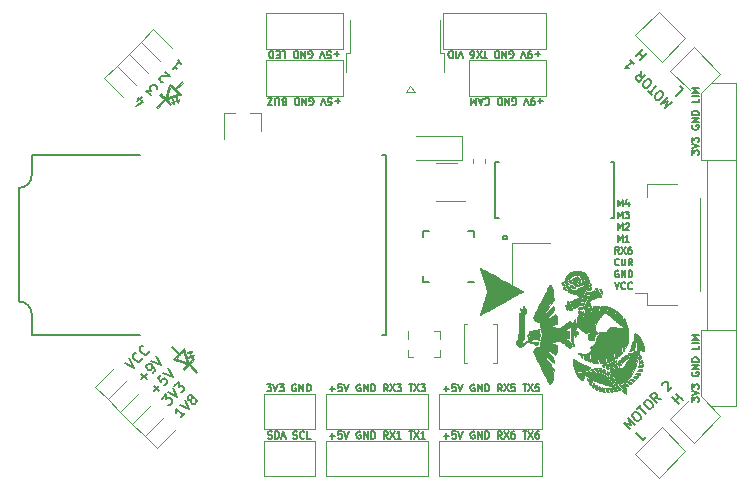
<source format=gto>
%TF.GenerationSoftware,KiCad,Pcbnew,(5.1.6-0-10_14)*%
%TF.CreationDate,2021-11-15T11:18:40-05:00*%
%TF.ProjectId,Autodrone,4175746f-6472-46f6-9e65-2e6b69636164,rev?*%
%TF.SameCoordinates,Original*%
%TF.FileFunction,Legend,Top*%
%TF.FilePolarity,Positive*%
%FSLAX46Y46*%
G04 Gerber Fmt 4.6, Leading zero omitted, Abs format (unit mm)*
G04 Created by KiCad (PCBNEW (5.1.6-0-10_14)) date 2021-11-15 11:18:40*
%MOMM*%
%LPD*%
G01*
G04 APERTURE LIST*
%ADD10C,0.120000*%
%ADD11C,0.150000*%
%ADD12C,0.200000*%
%ADD13C,0.142500*%
%ADD14C,0.207500*%
%ADD15C,0.010000*%
%ADD16C,0.100000*%
%ADD17C,0.152400*%
G04 APERTURE END LIST*
D10*
X120550000Y-104740000D02*
X118949462Y-106342355D01*
X123220387Y-106087797D02*
X121580000Y-104440000D01*
D11*
X120791428Y-104892857D02*
X120791428Y-104521428D01*
X121020000Y-104721428D01*
X121020000Y-104635714D01*
X121048571Y-104578571D01*
X121077142Y-104550000D01*
X121134285Y-104521428D01*
X121277142Y-104521428D01*
X121334285Y-104550000D01*
X121362857Y-104578571D01*
X121391428Y-104635714D01*
X121391428Y-104807142D01*
X121362857Y-104864285D01*
X121334285Y-104892857D01*
X120791428Y-104350000D02*
X121391428Y-104150000D01*
X120791428Y-103950000D01*
X120791428Y-103807142D02*
X120791428Y-103435714D01*
X121020000Y-103635714D01*
X121020000Y-103550000D01*
X121048571Y-103492857D01*
X121077142Y-103464285D01*
X121134285Y-103435714D01*
X121277142Y-103435714D01*
X121334285Y-103464285D01*
X121362857Y-103492857D01*
X121391428Y-103550000D01*
X121391428Y-103721428D01*
X121362857Y-103778571D01*
X121334285Y-103807142D01*
X120820000Y-102407142D02*
X120791428Y-102464285D01*
X120791428Y-102550000D01*
X120820000Y-102635714D01*
X120877142Y-102692857D01*
X120934285Y-102721428D01*
X121048571Y-102750000D01*
X121134285Y-102750000D01*
X121248571Y-102721428D01*
X121305714Y-102692857D01*
X121362857Y-102635714D01*
X121391428Y-102550000D01*
X121391428Y-102492857D01*
X121362857Y-102407142D01*
X121334285Y-102378571D01*
X121134285Y-102378571D01*
X121134285Y-102492857D01*
X121391428Y-102121428D02*
X120791428Y-102121428D01*
X121391428Y-101778571D01*
X120791428Y-101778571D01*
X121391428Y-101492857D02*
X120791428Y-101492857D01*
X120791428Y-101350000D01*
X120820000Y-101264285D01*
X120877142Y-101207142D01*
X120934285Y-101178571D01*
X121048571Y-101150000D01*
X121134285Y-101150000D01*
X121248571Y-101178571D01*
X121305714Y-101207142D01*
X121362857Y-101264285D01*
X121391428Y-101350000D01*
X121391428Y-101492857D01*
X121391428Y-100150000D02*
X121391428Y-100435714D01*
X120791428Y-100435714D01*
X121391428Y-99950000D02*
X120791428Y-99950000D01*
X121391428Y-99664285D02*
X120791428Y-99664285D01*
X121220000Y-99464285D01*
X120791428Y-99264285D01*
X121391428Y-99264285D01*
D10*
X123220387Y-77112203D02*
X121580000Y-78760000D01*
X118949462Y-76857645D02*
X120630000Y-78540000D01*
D11*
X120791428Y-83992857D02*
X120791428Y-83621428D01*
X121020000Y-83821428D01*
X121020000Y-83735714D01*
X121048571Y-83678571D01*
X121077142Y-83650000D01*
X121134285Y-83621428D01*
X121277142Y-83621428D01*
X121334285Y-83650000D01*
X121362857Y-83678571D01*
X121391428Y-83735714D01*
X121391428Y-83907142D01*
X121362857Y-83964285D01*
X121334285Y-83992857D01*
X120791428Y-83450000D02*
X121391428Y-83250000D01*
X120791428Y-83050000D01*
X120791428Y-82907142D02*
X120791428Y-82535714D01*
X121020000Y-82735714D01*
X121020000Y-82650000D01*
X121048571Y-82592857D01*
X121077142Y-82564285D01*
X121134285Y-82535714D01*
X121277142Y-82535714D01*
X121334285Y-82564285D01*
X121362857Y-82592857D01*
X121391428Y-82650000D01*
X121391428Y-82821428D01*
X121362857Y-82878571D01*
X121334285Y-82907142D01*
X120820000Y-81507142D02*
X120791428Y-81564285D01*
X120791428Y-81650000D01*
X120820000Y-81735714D01*
X120877142Y-81792857D01*
X120934285Y-81821428D01*
X121048571Y-81850000D01*
X121134285Y-81850000D01*
X121248571Y-81821428D01*
X121305714Y-81792857D01*
X121362857Y-81735714D01*
X121391428Y-81650000D01*
X121391428Y-81592857D01*
X121362857Y-81507142D01*
X121334285Y-81478571D01*
X121134285Y-81478571D01*
X121134285Y-81592857D01*
X121391428Y-81221428D02*
X120791428Y-81221428D01*
X121391428Y-80878571D01*
X120791428Y-80878571D01*
X121391428Y-80592857D02*
X120791428Y-80592857D01*
X120791428Y-80450000D01*
X120820000Y-80364285D01*
X120877142Y-80307142D01*
X120934285Y-80278571D01*
X121048571Y-80250000D01*
X121134285Y-80250000D01*
X121248571Y-80278571D01*
X121305714Y-80307142D01*
X121362857Y-80364285D01*
X121391428Y-80450000D01*
X121391428Y-80592857D01*
X121391428Y-79250000D02*
X121391428Y-79535714D01*
X120791428Y-79535714D01*
X121391428Y-79050000D02*
X120791428Y-79050000D01*
X121391428Y-78764285D02*
X120791428Y-78764285D01*
X121220000Y-78564285D01*
X120791428Y-78364285D01*
X121391428Y-78364285D01*
D12*
X115596530Y-107225330D02*
X115030845Y-106659644D01*
X115623467Y-106875143D01*
X115407968Y-106282521D01*
X115973654Y-106848206D01*
X115785092Y-105905397D02*
X115892841Y-105797647D01*
X115973654Y-105770710D01*
X116081403Y-105770710D01*
X116216090Y-105851522D01*
X116404652Y-106040084D01*
X116485464Y-106174771D01*
X116485464Y-106282521D01*
X116458527Y-106363333D01*
X116350777Y-106471082D01*
X116269965Y-106498020D01*
X116162215Y-106498020D01*
X116027528Y-106417208D01*
X115838967Y-106228646D01*
X115758154Y-106093959D01*
X115758154Y-105986209D01*
X115785092Y-105905397D01*
X116189153Y-105501336D02*
X116512402Y-105178087D01*
X116916463Y-105905397D02*
X116350777Y-105339712D01*
X116808713Y-104881776D02*
X116916463Y-104774026D01*
X116997275Y-104747089D01*
X117105025Y-104747089D01*
X117239712Y-104827901D01*
X117428273Y-105016463D01*
X117509086Y-105151150D01*
X117509086Y-105258899D01*
X117482148Y-105339712D01*
X117374399Y-105447461D01*
X117293586Y-105474399D01*
X117185837Y-105474399D01*
X117051150Y-105393586D01*
X116862588Y-105205025D01*
X116781776Y-105070337D01*
X116781776Y-104962588D01*
X116808713Y-104881776D01*
X118182521Y-104639339D02*
X117724585Y-104558527D01*
X117859272Y-104962588D02*
X117293586Y-104396902D01*
X117509086Y-104181403D01*
X117589898Y-104154466D01*
X117643773Y-104154466D01*
X117724585Y-104181403D01*
X117805397Y-104262215D01*
X117832334Y-104343028D01*
X117832334Y-104396902D01*
X117805397Y-104477715D01*
X117589898Y-104693214D01*
X118317208Y-103481031D02*
X118317208Y-103427156D01*
X118344145Y-103346344D01*
X118478832Y-103211657D01*
X118559644Y-103184719D01*
X118613519Y-103184719D01*
X118694331Y-103211657D01*
X118748206Y-103265532D01*
X118802081Y-103373281D01*
X118802081Y-104019779D01*
X119152267Y-103669593D01*
X116936665Y-107865092D02*
X116667291Y-108134466D01*
X116101606Y-107568781D01*
X119711218Y-105090540D02*
X119145532Y-104524855D01*
X119414906Y-104794229D02*
X119738155Y-104470980D01*
X120034466Y-104767291D02*
X119468781Y-104201606D01*
X119125330Y-79503469D02*
X118559644Y-80069154D01*
X118775143Y-79476532D01*
X118182521Y-79692031D01*
X118748206Y-79126345D01*
X117805397Y-79314907D02*
X117697647Y-79207158D01*
X117670710Y-79126345D01*
X117670710Y-79018596D01*
X117751522Y-78883909D01*
X117940084Y-78695347D01*
X118074771Y-78614535D01*
X118182521Y-78614535D01*
X118263333Y-78641472D01*
X118371082Y-78749222D01*
X118398020Y-78830034D01*
X118398020Y-78937784D01*
X118317208Y-79072471D01*
X118128646Y-79261032D01*
X117993959Y-79341845D01*
X117886209Y-79341845D01*
X117805397Y-79314907D01*
X117401336Y-78910846D02*
X117078087Y-78587597D01*
X117805397Y-78183536D02*
X117239712Y-78749222D01*
X116781776Y-78291286D02*
X116674026Y-78183536D01*
X116647089Y-78102724D01*
X116647089Y-77994975D01*
X116727901Y-77860287D01*
X116916463Y-77671726D01*
X117051150Y-77590913D01*
X117158899Y-77590913D01*
X117239712Y-77617851D01*
X117347461Y-77725600D01*
X117374399Y-77806413D01*
X117374399Y-77914162D01*
X117293586Y-78048849D01*
X117105025Y-78237411D01*
X116970337Y-78318223D01*
X116862588Y-78318223D01*
X116781776Y-78291286D01*
X116539339Y-76917478D02*
X116458527Y-77375414D01*
X116862588Y-77240727D02*
X116296902Y-77806413D01*
X116081403Y-77590913D01*
X116054466Y-77510101D01*
X116054466Y-77456226D01*
X116081403Y-77375414D01*
X116162215Y-77294602D01*
X116243028Y-77267665D01*
X116296902Y-77267665D01*
X116377715Y-77294602D01*
X116593214Y-77510101D01*
X115569593Y-75947732D02*
X115892841Y-76270981D01*
X115731217Y-76109356D02*
X115165532Y-76675042D01*
X115300219Y-76648104D01*
X115407968Y-76648104D01*
X115488780Y-76675042D01*
X119765092Y-78163334D02*
X120034466Y-78432708D01*
X119468781Y-78998393D01*
X116990540Y-75388781D02*
X116424855Y-75954467D01*
X116694229Y-75685093D02*
X116370980Y-75361844D01*
X116667291Y-75065533D02*
X116101606Y-75631218D01*
D10*
X121580000Y-98800000D02*
X121580000Y-104440000D01*
X124580000Y-105300000D02*
X122440000Y-105300000D01*
X121580000Y-84400000D02*
X121580000Y-78760000D01*
X124580000Y-77900000D02*
X122440000Y-77900000D01*
D13*
X114558571Y-88366607D02*
X114558571Y-87796607D01*
X114748571Y-88203750D01*
X114938571Y-87796607D01*
X114938571Y-88366607D01*
X115454285Y-87986607D02*
X115454285Y-88366607D01*
X115318571Y-87769464D02*
X115182857Y-88176607D01*
X115535714Y-88176607D01*
X114558571Y-89364107D02*
X114558571Y-88794107D01*
X114748571Y-89201250D01*
X114938571Y-88794107D01*
X114938571Y-89364107D01*
X115155714Y-88794107D02*
X115508571Y-88794107D01*
X115318571Y-89011250D01*
X115400000Y-89011250D01*
X115454285Y-89038392D01*
X115481428Y-89065535D01*
X115508571Y-89119821D01*
X115508571Y-89255535D01*
X115481428Y-89309821D01*
X115454285Y-89336964D01*
X115400000Y-89364107D01*
X115237142Y-89364107D01*
X115182857Y-89336964D01*
X115155714Y-89309821D01*
X114558571Y-90361607D02*
X114558571Y-89791607D01*
X114748571Y-90198750D01*
X114938571Y-89791607D01*
X114938571Y-90361607D01*
X115182857Y-89845892D02*
X115210000Y-89818750D01*
X115264285Y-89791607D01*
X115400000Y-89791607D01*
X115454285Y-89818750D01*
X115481428Y-89845892D01*
X115508571Y-89900178D01*
X115508571Y-89954464D01*
X115481428Y-90035892D01*
X115155714Y-90361607D01*
X115508571Y-90361607D01*
X114558571Y-91359107D02*
X114558571Y-90789107D01*
X114748571Y-91196250D01*
X114938571Y-90789107D01*
X114938571Y-91359107D01*
X115508571Y-91359107D02*
X115182857Y-91359107D01*
X115345714Y-91359107D02*
X115345714Y-90789107D01*
X115291428Y-90870535D01*
X115237142Y-90924821D01*
X115182857Y-90951964D01*
X114653571Y-92356607D02*
X114463571Y-92085178D01*
X114327857Y-92356607D02*
X114327857Y-91786607D01*
X114545000Y-91786607D01*
X114599285Y-91813750D01*
X114626428Y-91840892D01*
X114653571Y-91895178D01*
X114653571Y-91976607D01*
X114626428Y-92030892D01*
X114599285Y-92058035D01*
X114545000Y-92085178D01*
X114327857Y-92085178D01*
X114843571Y-91786607D02*
X115223571Y-92356607D01*
X115223571Y-91786607D02*
X114843571Y-92356607D01*
X115685000Y-91786607D02*
X115576428Y-91786607D01*
X115522142Y-91813750D01*
X115495000Y-91840892D01*
X115440714Y-91922321D01*
X115413571Y-92030892D01*
X115413571Y-92248035D01*
X115440714Y-92302321D01*
X115467857Y-92329464D01*
X115522142Y-92356607D01*
X115630714Y-92356607D01*
X115685000Y-92329464D01*
X115712142Y-92302321D01*
X115739285Y-92248035D01*
X115739285Y-92112321D01*
X115712142Y-92058035D01*
X115685000Y-92030892D01*
X115630714Y-92003750D01*
X115522142Y-92003750D01*
X115467857Y-92030892D01*
X115440714Y-92058035D01*
X115413571Y-92112321D01*
X114612857Y-93299821D02*
X114585714Y-93326964D01*
X114504285Y-93354107D01*
X114450000Y-93354107D01*
X114368571Y-93326964D01*
X114314285Y-93272678D01*
X114287142Y-93218392D01*
X114260000Y-93109821D01*
X114260000Y-93028392D01*
X114287142Y-92919821D01*
X114314285Y-92865535D01*
X114368571Y-92811250D01*
X114450000Y-92784107D01*
X114504285Y-92784107D01*
X114585714Y-92811250D01*
X114612857Y-92838392D01*
X114857142Y-92784107D02*
X114857142Y-93245535D01*
X114884285Y-93299821D01*
X114911428Y-93326964D01*
X114965714Y-93354107D01*
X115074285Y-93354107D01*
X115128571Y-93326964D01*
X115155714Y-93299821D01*
X115182857Y-93245535D01*
X115182857Y-92784107D01*
X115780000Y-93354107D02*
X115590000Y-93082678D01*
X115454285Y-93354107D02*
X115454285Y-92784107D01*
X115671428Y-92784107D01*
X115725714Y-92811250D01*
X115752857Y-92838392D01*
X115780000Y-92892678D01*
X115780000Y-92974107D01*
X115752857Y-93028392D01*
X115725714Y-93055535D01*
X115671428Y-93082678D01*
X115454285Y-93082678D01*
X114585714Y-93808750D02*
X114531428Y-93781607D01*
X114450000Y-93781607D01*
X114368571Y-93808750D01*
X114314285Y-93863035D01*
X114287142Y-93917321D01*
X114260000Y-94025892D01*
X114260000Y-94107321D01*
X114287142Y-94215892D01*
X114314285Y-94270178D01*
X114368571Y-94324464D01*
X114450000Y-94351607D01*
X114504285Y-94351607D01*
X114585714Y-94324464D01*
X114612857Y-94297321D01*
X114612857Y-94107321D01*
X114504285Y-94107321D01*
X114857142Y-94351607D02*
X114857142Y-93781607D01*
X115182857Y-94351607D01*
X115182857Y-93781607D01*
X115454285Y-94351607D02*
X115454285Y-93781607D01*
X115590000Y-93781607D01*
X115671428Y-93808750D01*
X115725714Y-93863035D01*
X115752857Y-93917321D01*
X115780000Y-94025892D01*
X115780000Y-94107321D01*
X115752857Y-94215892D01*
X115725714Y-94270178D01*
X115671428Y-94324464D01*
X115590000Y-94351607D01*
X115454285Y-94351607D01*
X114260000Y-94779107D02*
X114450000Y-95349107D01*
X114640000Y-94779107D01*
X115155714Y-95294821D02*
X115128571Y-95321964D01*
X115047142Y-95349107D01*
X114992857Y-95349107D01*
X114911428Y-95321964D01*
X114857142Y-95267678D01*
X114830000Y-95213392D01*
X114802857Y-95104821D01*
X114802857Y-95023392D01*
X114830000Y-94914821D01*
X114857142Y-94860535D01*
X114911428Y-94806250D01*
X114992857Y-94779107D01*
X115047142Y-94779107D01*
X115128571Y-94806250D01*
X115155714Y-94833392D01*
X115725714Y-95294821D02*
X115698571Y-95321964D01*
X115617142Y-95349107D01*
X115562857Y-95349107D01*
X115481428Y-95321964D01*
X115427142Y-95267678D01*
X115400000Y-95213392D01*
X115372857Y-95104821D01*
X115372857Y-95023392D01*
X115400000Y-94914821D01*
X115427142Y-94860535D01*
X115481428Y-94806250D01*
X115562857Y-94779107D01*
X115617142Y-94779107D01*
X115698571Y-94806250D01*
X115725714Y-94833392D01*
D14*
X73841836Y-79474582D02*
X74233102Y-79083317D01*
X73757994Y-79837900D02*
X74316945Y-79558425D01*
X73953627Y-79195107D01*
X74980700Y-78950565D02*
X74617381Y-78587247D01*
X75036595Y-78559299D01*
X74952752Y-78475457D01*
X74924804Y-78391614D01*
X74924804Y-78335719D01*
X74952752Y-78251876D01*
X75092490Y-78112139D01*
X75176332Y-78084191D01*
X75232227Y-78084191D01*
X75316070Y-78112139D01*
X75483755Y-78279824D01*
X75511703Y-78363667D01*
X75511703Y-78419562D01*
X76035720Y-77839650D02*
X75979825Y-77839650D01*
X75895982Y-77811702D01*
X75756245Y-77671964D01*
X75728297Y-77588122D01*
X75728297Y-77532226D01*
X75756245Y-77448384D01*
X75812140Y-77392489D01*
X75923930Y-77336594D01*
X76594671Y-77336594D01*
X76231353Y-76973275D01*
X77258426Y-75946202D02*
X77593797Y-76281573D01*
X77426111Y-76113888D02*
X76839213Y-76700786D01*
X76978950Y-76672839D01*
X77090741Y-76672839D01*
X77174583Y-76700786D01*
X72781926Y-101616989D02*
X73564458Y-102008255D01*
X73173192Y-101225723D01*
X74235199Y-101225723D02*
X74235199Y-101281618D01*
X74179304Y-101393409D01*
X74123409Y-101449304D01*
X74011618Y-101505199D01*
X73899828Y-101505199D01*
X73815986Y-101477251D01*
X73676248Y-101393409D01*
X73592405Y-101309566D01*
X73508563Y-101169828D01*
X73480615Y-101085986D01*
X73480615Y-100974195D01*
X73536510Y-100862405D01*
X73592405Y-100806510D01*
X73704195Y-100750615D01*
X73760091Y-100750615D01*
X74822098Y-100638825D02*
X74822098Y-100694720D01*
X74766202Y-100806510D01*
X74710307Y-100862405D01*
X74598517Y-100918300D01*
X74486727Y-100918300D01*
X74402884Y-100890353D01*
X74263146Y-100806510D01*
X74179304Y-100722667D01*
X74095461Y-100582930D01*
X74067514Y-100499087D01*
X74067514Y-100387297D01*
X74123409Y-100275507D01*
X74179304Y-100219611D01*
X74291094Y-100163716D01*
X74346989Y-100163716D01*
X74200265Y-102979433D02*
X74647426Y-102532272D01*
X74647426Y-102979433D02*
X74200265Y-102532272D01*
X75178429Y-102448429D02*
X75290219Y-102336639D01*
X75318167Y-102252796D01*
X75318167Y-102196901D01*
X75290219Y-102057164D01*
X75206377Y-101917426D01*
X74982796Y-101693845D01*
X74898954Y-101665898D01*
X74843059Y-101665898D01*
X74759216Y-101693845D01*
X74647426Y-101805636D01*
X74619478Y-101889478D01*
X74619478Y-101945373D01*
X74647426Y-102029216D01*
X74787164Y-102168954D01*
X74871006Y-102196901D01*
X74926901Y-102196901D01*
X75010744Y-102168954D01*
X75122534Y-102057164D01*
X75150482Y-101973321D01*
X75150482Y-101917426D01*
X75122534Y-101833583D01*
X75038691Y-101414370D02*
X75821223Y-101805636D01*
X75429957Y-101023104D01*
X75227338Y-104006506D02*
X75674499Y-103559345D01*
X75674499Y-104006506D02*
X75227338Y-103559345D01*
X75870132Y-102637076D02*
X75590656Y-102916551D01*
X75842184Y-103223974D01*
X75842184Y-103168079D01*
X75870132Y-103084237D01*
X76009869Y-102944499D01*
X76093712Y-102916551D01*
X76149607Y-102916551D01*
X76233450Y-102944499D01*
X76373188Y-103084237D01*
X76401135Y-103168079D01*
X76401135Y-103223974D01*
X76373188Y-103307817D01*
X76233450Y-103447555D01*
X76149607Y-103475502D01*
X76093712Y-103475502D01*
X76065764Y-102441443D02*
X76848296Y-102832709D01*
X76457030Y-102050177D01*
X75919040Y-104642313D02*
X76282358Y-104278995D01*
X76310306Y-104698208D01*
X76394149Y-104614365D01*
X76477991Y-104586418D01*
X76533886Y-104586418D01*
X76617729Y-104614365D01*
X76757467Y-104754103D01*
X76785414Y-104837946D01*
X76785414Y-104893841D01*
X76757467Y-104977684D01*
X76589782Y-105145369D01*
X76505939Y-105173317D01*
X76450044Y-105173317D01*
X76450044Y-104111310D02*
X77232575Y-104502575D01*
X76841310Y-103720044D01*
X76981047Y-103580306D02*
X77344365Y-103216988D01*
X77372313Y-103636201D01*
X77456156Y-103552358D01*
X77539998Y-103524411D01*
X77595893Y-103524411D01*
X77679736Y-103552358D01*
X77819474Y-103692096D01*
X77847421Y-103775939D01*
X77847421Y-103831834D01*
X77819474Y-103915677D01*
X77651789Y-104083362D01*
X77567946Y-104111310D01*
X77512051Y-104111310D01*
X77896330Y-105892966D02*
X77560959Y-106228337D01*
X77728645Y-106060652D02*
X77141746Y-105473753D01*
X77169694Y-105613491D01*
X77169694Y-105725281D01*
X77141746Y-105809124D01*
X77477117Y-105138383D02*
X78259648Y-105529648D01*
X77868383Y-104747117D01*
X78399386Y-104719169D02*
X78315543Y-104747117D01*
X78259648Y-104747117D01*
X78175806Y-104719169D01*
X78147858Y-104691222D01*
X78119910Y-104607379D01*
X78119910Y-104551484D01*
X78147858Y-104467641D01*
X78259648Y-104355851D01*
X78343491Y-104327903D01*
X78399386Y-104327903D01*
X78483229Y-104355851D01*
X78511176Y-104383799D01*
X78539124Y-104467641D01*
X78539124Y-104523536D01*
X78511176Y-104607379D01*
X78399386Y-104719169D01*
X78371438Y-104803012D01*
X78371438Y-104858907D01*
X78399386Y-104942750D01*
X78511176Y-105054540D01*
X78595019Y-105082487D01*
X78650914Y-105082487D01*
X78734757Y-105054540D01*
X78846547Y-104942750D01*
X78874494Y-104858907D01*
X78874494Y-104803012D01*
X78846547Y-104719169D01*
X78734757Y-104607379D01*
X78650914Y-104579431D01*
X78595019Y-104579431D01*
X78511176Y-104607379D01*
D11*
X108212857Y-79417142D02*
X107755714Y-79417142D01*
X107984285Y-79188571D02*
X107984285Y-79645714D01*
X107441428Y-79188571D02*
X107327142Y-79188571D01*
X107270000Y-79217142D01*
X107241428Y-79245714D01*
X107184285Y-79331428D01*
X107155714Y-79445714D01*
X107155714Y-79674285D01*
X107184285Y-79731428D01*
X107212857Y-79760000D01*
X107270000Y-79788571D01*
X107384285Y-79788571D01*
X107441428Y-79760000D01*
X107470000Y-79731428D01*
X107498571Y-79674285D01*
X107498571Y-79531428D01*
X107470000Y-79474285D01*
X107441428Y-79445714D01*
X107384285Y-79417142D01*
X107270000Y-79417142D01*
X107212857Y-79445714D01*
X107184285Y-79474285D01*
X107155714Y-79531428D01*
X106984285Y-79788571D02*
X106784285Y-79188571D01*
X106584285Y-79788571D01*
X105612857Y-79760000D02*
X105670000Y-79788571D01*
X105755714Y-79788571D01*
X105841428Y-79760000D01*
X105898571Y-79702857D01*
X105927142Y-79645714D01*
X105955714Y-79531428D01*
X105955714Y-79445714D01*
X105927142Y-79331428D01*
X105898571Y-79274285D01*
X105841428Y-79217142D01*
X105755714Y-79188571D01*
X105698571Y-79188571D01*
X105612857Y-79217142D01*
X105584285Y-79245714D01*
X105584285Y-79445714D01*
X105698571Y-79445714D01*
X105327142Y-79188571D02*
X105327142Y-79788571D01*
X104984285Y-79188571D01*
X104984285Y-79788571D01*
X104698571Y-79188571D02*
X104698571Y-79788571D01*
X104555714Y-79788571D01*
X104470000Y-79760000D01*
X104412857Y-79702857D01*
X104384285Y-79645714D01*
X104355714Y-79531428D01*
X104355714Y-79445714D01*
X104384285Y-79331428D01*
X104412857Y-79274285D01*
X104470000Y-79217142D01*
X104555714Y-79188571D01*
X104698571Y-79188571D01*
X103298571Y-79245714D02*
X103327142Y-79217142D01*
X103412857Y-79188571D01*
X103470000Y-79188571D01*
X103555714Y-79217142D01*
X103612857Y-79274285D01*
X103641428Y-79331428D01*
X103670000Y-79445714D01*
X103670000Y-79531428D01*
X103641428Y-79645714D01*
X103612857Y-79702857D01*
X103555714Y-79760000D01*
X103470000Y-79788571D01*
X103412857Y-79788571D01*
X103327142Y-79760000D01*
X103298571Y-79731428D01*
X103070000Y-79360000D02*
X102784285Y-79360000D01*
X103127142Y-79188571D02*
X102927142Y-79788571D01*
X102727142Y-79188571D01*
X102527142Y-79188571D02*
X102527142Y-79788571D01*
X102327142Y-79360000D01*
X102127142Y-79788571D01*
X102127142Y-79188571D01*
X107971428Y-75417142D02*
X107514285Y-75417142D01*
X107742857Y-75188571D02*
X107742857Y-75645714D01*
X107200000Y-75188571D02*
X107085714Y-75188571D01*
X107028571Y-75217142D01*
X107000000Y-75245714D01*
X106942857Y-75331428D01*
X106914285Y-75445714D01*
X106914285Y-75674285D01*
X106942857Y-75731428D01*
X106971428Y-75760000D01*
X107028571Y-75788571D01*
X107142857Y-75788571D01*
X107200000Y-75760000D01*
X107228571Y-75731428D01*
X107257142Y-75674285D01*
X107257142Y-75531428D01*
X107228571Y-75474285D01*
X107200000Y-75445714D01*
X107142857Y-75417142D01*
X107028571Y-75417142D01*
X106971428Y-75445714D01*
X106942857Y-75474285D01*
X106914285Y-75531428D01*
X106742857Y-75788571D02*
X106542857Y-75188571D01*
X106342857Y-75788571D01*
X105371428Y-75760000D02*
X105428571Y-75788571D01*
X105514285Y-75788571D01*
X105600000Y-75760000D01*
X105657142Y-75702857D01*
X105685714Y-75645714D01*
X105714285Y-75531428D01*
X105714285Y-75445714D01*
X105685714Y-75331428D01*
X105657142Y-75274285D01*
X105600000Y-75217142D01*
X105514285Y-75188571D01*
X105457142Y-75188571D01*
X105371428Y-75217142D01*
X105342857Y-75245714D01*
X105342857Y-75445714D01*
X105457142Y-75445714D01*
X105085714Y-75188571D02*
X105085714Y-75788571D01*
X104742857Y-75188571D01*
X104742857Y-75788571D01*
X104457142Y-75188571D02*
X104457142Y-75788571D01*
X104314285Y-75788571D01*
X104228571Y-75760000D01*
X104171428Y-75702857D01*
X104142857Y-75645714D01*
X104114285Y-75531428D01*
X104114285Y-75445714D01*
X104142857Y-75331428D01*
X104171428Y-75274285D01*
X104228571Y-75217142D01*
X104314285Y-75188571D01*
X104457142Y-75188571D01*
X103485714Y-75788571D02*
X103142857Y-75788571D01*
X103314285Y-75188571D02*
X103314285Y-75788571D01*
X103000000Y-75788571D02*
X102600000Y-75188571D01*
X102600000Y-75788571D02*
X103000000Y-75188571D01*
X102114285Y-75788571D02*
X102228571Y-75788571D01*
X102285714Y-75760000D01*
X102314285Y-75731428D01*
X102371428Y-75645714D01*
X102400000Y-75531428D01*
X102400000Y-75302857D01*
X102371428Y-75245714D01*
X102342857Y-75217142D01*
X102285714Y-75188571D01*
X102171428Y-75188571D01*
X102114285Y-75217142D01*
X102085714Y-75245714D01*
X102057142Y-75302857D01*
X102057142Y-75445714D01*
X102085714Y-75502857D01*
X102114285Y-75531428D01*
X102171428Y-75560000D01*
X102285714Y-75560000D01*
X102342857Y-75531428D01*
X102371428Y-75502857D01*
X102400000Y-75445714D01*
X101428571Y-75788571D02*
X101228571Y-75188571D01*
X101028571Y-75788571D01*
X100828571Y-75188571D02*
X100828571Y-75788571D01*
X100542857Y-75188571D02*
X100542857Y-75788571D01*
X100400000Y-75788571D01*
X100314285Y-75760000D01*
X100257142Y-75702857D01*
X100228571Y-75645714D01*
X100200000Y-75531428D01*
X100200000Y-75445714D01*
X100228571Y-75331428D01*
X100257142Y-75274285D01*
X100314285Y-75217142D01*
X100400000Y-75188571D01*
X100542857Y-75188571D01*
X91032857Y-79417142D02*
X90575714Y-79417142D01*
X90804285Y-79188571D02*
X90804285Y-79645714D01*
X90004285Y-79788571D02*
X90290000Y-79788571D01*
X90318571Y-79502857D01*
X90290000Y-79531428D01*
X90232857Y-79560000D01*
X90090000Y-79560000D01*
X90032857Y-79531428D01*
X90004285Y-79502857D01*
X89975714Y-79445714D01*
X89975714Y-79302857D01*
X90004285Y-79245714D01*
X90032857Y-79217142D01*
X90090000Y-79188571D01*
X90232857Y-79188571D01*
X90290000Y-79217142D01*
X90318571Y-79245714D01*
X89804285Y-79788571D02*
X89604285Y-79188571D01*
X89404285Y-79788571D01*
X88432857Y-79760000D02*
X88490000Y-79788571D01*
X88575714Y-79788571D01*
X88661428Y-79760000D01*
X88718571Y-79702857D01*
X88747142Y-79645714D01*
X88775714Y-79531428D01*
X88775714Y-79445714D01*
X88747142Y-79331428D01*
X88718571Y-79274285D01*
X88661428Y-79217142D01*
X88575714Y-79188571D01*
X88518571Y-79188571D01*
X88432857Y-79217142D01*
X88404285Y-79245714D01*
X88404285Y-79445714D01*
X88518571Y-79445714D01*
X88147142Y-79188571D02*
X88147142Y-79788571D01*
X87804285Y-79188571D01*
X87804285Y-79788571D01*
X87518571Y-79188571D02*
X87518571Y-79788571D01*
X87375714Y-79788571D01*
X87290000Y-79760000D01*
X87232857Y-79702857D01*
X87204285Y-79645714D01*
X87175714Y-79531428D01*
X87175714Y-79445714D01*
X87204285Y-79331428D01*
X87232857Y-79274285D01*
X87290000Y-79217142D01*
X87375714Y-79188571D01*
X87518571Y-79188571D01*
X86261428Y-79502857D02*
X86175714Y-79474285D01*
X86147142Y-79445714D01*
X86118571Y-79388571D01*
X86118571Y-79302857D01*
X86147142Y-79245714D01*
X86175714Y-79217142D01*
X86232857Y-79188571D01*
X86461428Y-79188571D01*
X86461428Y-79788571D01*
X86261428Y-79788571D01*
X86204285Y-79760000D01*
X86175714Y-79731428D01*
X86147142Y-79674285D01*
X86147142Y-79617142D01*
X86175714Y-79560000D01*
X86204285Y-79531428D01*
X86261428Y-79502857D01*
X86461428Y-79502857D01*
X85861428Y-79788571D02*
X85861428Y-79302857D01*
X85832857Y-79245714D01*
X85804285Y-79217142D01*
X85747142Y-79188571D01*
X85632857Y-79188571D01*
X85575714Y-79217142D01*
X85547142Y-79245714D01*
X85518571Y-79302857D01*
X85518571Y-79788571D01*
X85290000Y-79788571D02*
X84890000Y-79788571D01*
X85290000Y-79188571D01*
X84890000Y-79188571D01*
X90957142Y-75417142D02*
X90500000Y-75417142D01*
X90728571Y-75188571D02*
X90728571Y-75645714D01*
X89928571Y-75788571D02*
X90214285Y-75788571D01*
X90242857Y-75502857D01*
X90214285Y-75531428D01*
X90157142Y-75560000D01*
X90014285Y-75560000D01*
X89957142Y-75531428D01*
X89928571Y-75502857D01*
X89900000Y-75445714D01*
X89900000Y-75302857D01*
X89928571Y-75245714D01*
X89957142Y-75217142D01*
X90014285Y-75188571D01*
X90157142Y-75188571D01*
X90214285Y-75217142D01*
X90242857Y-75245714D01*
X89728571Y-75788571D02*
X89528571Y-75188571D01*
X89328571Y-75788571D01*
X88357142Y-75760000D02*
X88414285Y-75788571D01*
X88500000Y-75788571D01*
X88585714Y-75760000D01*
X88642857Y-75702857D01*
X88671428Y-75645714D01*
X88700000Y-75531428D01*
X88700000Y-75445714D01*
X88671428Y-75331428D01*
X88642857Y-75274285D01*
X88585714Y-75217142D01*
X88500000Y-75188571D01*
X88442857Y-75188571D01*
X88357142Y-75217142D01*
X88328571Y-75245714D01*
X88328571Y-75445714D01*
X88442857Y-75445714D01*
X88071428Y-75188571D02*
X88071428Y-75788571D01*
X87728571Y-75188571D01*
X87728571Y-75788571D01*
X87442857Y-75188571D02*
X87442857Y-75788571D01*
X87300000Y-75788571D01*
X87214285Y-75760000D01*
X87157142Y-75702857D01*
X87128571Y-75645714D01*
X87100000Y-75531428D01*
X87100000Y-75445714D01*
X87128571Y-75331428D01*
X87157142Y-75274285D01*
X87214285Y-75217142D01*
X87300000Y-75188571D01*
X87442857Y-75188571D01*
X86100000Y-75188571D02*
X86385714Y-75188571D01*
X86385714Y-75788571D01*
X85900000Y-75502857D02*
X85700000Y-75502857D01*
X85614285Y-75188571D02*
X85900000Y-75188571D01*
X85900000Y-75788571D01*
X85614285Y-75788571D01*
X85357142Y-75188571D02*
X85357142Y-75788571D01*
X85214285Y-75788571D01*
X85128571Y-75760000D01*
X85071428Y-75702857D01*
X85042857Y-75645714D01*
X85014285Y-75531428D01*
X85014285Y-75445714D01*
X85042857Y-75331428D01*
X85071428Y-75274285D01*
X85128571Y-75217142D01*
X85214285Y-75188571D01*
X85357142Y-75188571D01*
X84804285Y-103411428D02*
X85175714Y-103411428D01*
X84975714Y-103640000D01*
X85061428Y-103640000D01*
X85118571Y-103668571D01*
X85147142Y-103697142D01*
X85175714Y-103754285D01*
X85175714Y-103897142D01*
X85147142Y-103954285D01*
X85118571Y-103982857D01*
X85061428Y-104011428D01*
X84890000Y-104011428D01*
X84832857Y-103982857D01*
X84804285Y-103954285D01*
X85347142Y-103411428D02*
X85547142Y-104011428D01*
X85747142Y-103411428D01*
X85890000Y-103411428D02*
X86261428Y-103411428D01*
X86061428Y-103640000D01*
X86147142Y-103640000D01*
X86204285Y-103668571D01*
X86232857Y-103697142D01*
X86261428Y-103754285D01*
X86261428Y-103897142D01*
X86232857Y-103954285D01*
X86204285Y-103982857D01*
X86147142Y-104011428D01*
X85975714Y-104011428D01*
X85918571Y-103982857D01*
X85890000Y-103954285D01*
X87290000Y-103440000D02*
X87232857Y-103411428D01*
X87147142Y-103411428D01*
X87061428Y-103440000D01*
X87004285Y-103497142D01*
X86975714Y-103554285D01*
X86947142Y-103668571D01*
X86947142Y-103754285D01*
X86975714Y-103868571D01*
X87004285Y-103925714D01*
X87061428Y-103982857D01*
X87147142Y-104011428D01*
X87204285Y-104011428D01*
X87290000Y-103982857D01*
X87318571Y-103954285D01*
X87318571Y-103754285D01*
X87204285Y-103754285D01*
X87575714Y-104011428D02*
X87575714Y-103411428D01*
X87918571Y-104011428D01*
X87918571Y-103411428D01*
X88204285Y-104011428D02*
X88204285Y-103411428D01*
X88347142Y-103411428D01*
X88432857Y-103440000D01*
X88490000Y-103497142D01*
X88518571Y-103554285D01*
X88547142Y-103668571D01*
X88547142Y-103754285D01*
X88518571Y-103868571D01*
X88490000Y-103925714D01*
X88432857Y-103982857D01*
X88347142Y-104011428D01*
X88204285Y-104011428D01*
X84904285Y-107982857D02*
X84990000Y-108011428D01*
X85132857Y-108011428D01*
X85190000Y-107982857D01*
X85218571Y-107954285D01*
X85247142Y-107897142D01*
X85247142Y-107840000D01*
X85218571Y-107782857D01*
X85190000Y-107754285D01*
X85132857Y-107725714D01*
X85018571Y-107697142D01*
X84961428Y-107668571D01*
X84932857Y-107640000D01*
X84904285Y-107582857D01*
X84904285Y-107525714D01*
X84932857Y-107468571D01*
X84961428Y-107440000D01*
X85018571Y-107411428D01*
X85161428Y-107411428D01*
X85247142Y-107440000D01*
X85504285Y-108011428D02*
X85504285Y-107411428D01*
X85647142Y-107411428D01*
X85732857Y-107440000D01*
X85790000Y-107497142D01*
X85818571Y-107554285D01*
X85847142Y-107668571D01*
X85847142Y-107754285D01*
X85818571Y-107868571D01*
X85790000Y-107925714D01*
X85732857Y-107982857D01*
X85647142Y-108011428D01*
X85504285Y-108011428D01*
X86075714Y-107840000D02*
X86361428Y-107840000D01*
X86018571Y-108011428D02*
X86218571Y-107411428D01*
X86418571Y-108011428D01*
X87047142Y-107982857D02*
X87132857Y-108011428D01*
X87275714Y-108011428D01*
X87332857Y-107982857D01*
X87361428Y-107954285D01*
X87390000Y-107897142D01*
X87390000Y-107840000D01*
X87361428Y-107782857D01*
X87332857Y-107754285D01*
X87275714Y-107725714D01*
X87161428Y-107697142D01*
X87104285Y-107668571D01*
X87075714Y-107640000D01*
X87047142Y-107582857D01*
X87047142Y-107525714D01*
X87075714Y-107468571D01*
X87104285Y-107440000D01*
X87161428Y-107411428D01*
X87304285Y-107411428D01*
X87390000Y-107440000D01*
X87990000Y-107954285D02*
X87961428Y-107982857D01*
X87875714Y-108011428D01*
X87818571Y-108011428D01*
X87732857Y-107982857D01*
X87675714Y-107925714D01*
X87647142Y-107868571D01*
X87618571Y-107754285D01*
X87618571Y-107668571D01*
X87647142Y-107554285D01*
X87675714Y-107497142D01*
X87732857Y-107440000D01*
X87818571Y-107411428D01*
X87875714Y-107411428D01*
X87961428Y-107440000D01*
X87990000Y-107468571D01*
X88532857Y-108011428D02*
X88247142Y-108011428D01*
X88247142Y-107411428D01*
X90137142Y-107782857D02*
X90594285Y-107782857D01*
X90365714Y-108011428D02*
X90365714Y-107554285D01*
X91165714Y-107411428D02*
X90880000Y-107411428D01*
X90851428Y-107697142D01*
X90880000Y-107668571D01*
X90937142Y-107640000D01*
X91080000Y-107640000D01*
X91137142Y-107668571D01*
X91165714Y-107697142D01*
X91194285Y-107754285D01*
X91194285Y-107897142D01*
X91165714Y-107954285D01*
X91137142Y-107982857D01*
X91080000Y-108011428D01*
X90937142Y-108011428D01*
X90880000Y-107982857D01*
X90851428Y-107954285D01*
X91365714Y-107411428D02*
X91565714Y-108011428D01*
X91765714Y-107411428D01*
X92737142Y-107440000D02*
X92680000Y-107411428D01*
X92594285Y-107411428D01*
X92508571Y-107440000D01*
X92451428Y-107497142D01*
X92422857Y-107554285D01*
X92394285Y-107668571D01*
X92394285Y-107754285D01*
X92422857Y-107868571D01*
X92451428Y-107925714D01*
X92508571Y-107982857D01*
X92594285Y-108011428D01*
X92651428Y-108011428D01*
X92737142Y-107982857D01*
X92765714Y-107954285D01*
X92765714Y-107754285D01*
X92651428Y-107754285D01*
X93022857Y-108011428D02*
X93022857Y-107411428D01*
X93365714Y-108011428D01*
X93365714Y-107411428D01*
X93651428Y-108011428D02*
X93651428Y-107411428D01*
X93794285Y-107411428D01*
X93880000Y-107440000D01*
X93937142Y-107497142D01*
X93965714Y-107554285D01*
X93994285Y-107668571D01*
X93994285Y-107754285D01*
X93965714Y-107868571D01*
X93937142Y-107925714D01*
X93880000Y-107982857D01*
X93794285Y-108011428D01*
X93651428Y-108011428D01*
X95051428Y-108011428D02*
X94851428Y-107725714D01*
X94708571Y-108011428D02*
X94708571Y-107411428D01*
X94937142Y-107411428D01*
X94994285Y-107440000D01*
X95022857Y-107468571D01*
X95051428Y-107525714D01*
X95051428Y-107611428D01*
X95022857Y-107668571D01*
X94994285Y-107697142D01*
X94937142Y-107725714D01*
X94708571Y-107725714D01*
X95251428Y-107411428D02*
X95651428Y-108011428D01*
X95651428Y-107411428D02*
X95251428Y-108011428D01*
X96194285Y-108011428D02*
X95851428Y-108011428D01*
X96022857Y-108011428D02*
X96022857Y-107411428D01*
X95965714Y-107497142D01*
X95908571Y-107554285D01*
X95851428Y-107582857D01*
X96822857Y-107411428D02*
X97165714Y-107411428D01*
X96994285Y-108011428D02*
X96994285Y-107411428D01*
X97308571Y-107411428D02*
X97708571Y-108011428D01*
X97708571Y-107411428D02*
X97308571Y-108011428D01*
X98251428Y-108011428D02*
X97908571Y-108011428D01*
X98080000Y-108011428D02*
X98080000Y-107411428D01*
X98022857Y-107497142D01*
X97965714Y-107554285D01*
X97908571Y-107582857D01*
X99787142Y-107782857D02*
X100244285Y-107782857D01*
X100015714Y-108011428D02*
X100015714Y-107554285D01*
X100815714Y-107411428D02*
X100530000Y-107411428D01*
X100501428Y-107697142D01*
X100530000Y-107668571D01*
X100587142Y-107640000D01*
X100730000Y-107640000D01*
X100787142Y-107668571D01*
X100815714Y-107697142D01*
X100844285Y-107754285D01*
X100844285Y-107897142D01*
X100815714Y-107954285D01*
X100787142Y-107982857D01*
X100730000Y-108011428D01*
X100587142Y-108011428D01*
X100530000Y-107982857D01*
X100501428Y-107954285D01*
X101015714Y-107411428D02*
X101215714Y-108011428D01*
X101415714Y-107411428D01*
X102387142Y-107440000D02*
X102330000Y-107411428D01*
X102244285Y-107411428D01*
X102158571Y-107440000D01*
X102101428Y-107497142D01*
X102072857Y-107554285D01*
X102044285Y-107668571D01*
X102044285Y-107754285D01*
X102072857Y-107868571D01*
X102101428Y-107925714D01*
X102158571Y-107982857D01*
X102244285Y-108011428D01*
X102301428Y-108011428D01*
X102387142Y-107982857D01*
X102415714Y-107954285D01*
X102415714Y-107754285D01*
X102301428Y-107754285D01*
X102672857Y-108011428D02*
X102672857Y-107411428D01*
X103015714Y-108011428D01*
X103015714Y-107411428D01*
X103301428Y-108011428D02*
X103301428Y-107411428D01*
X103444285Y-107411428D01*
X103530000Y-107440000D01*
X103587142Y-107497142D01*
X103615714Y-107554285D01*
X103644285Y-107668571D01*
X103644285Y-107754285D01*
X103615714Y-107868571D01*
X103587142Y-107925714D01*
X103530000Y-107982857D01*
X103444285Y-108011428D01*
X103301428Y-108011428D01*
X104701428Y-108011428D02*
X104501428Y-107725714D01*
X104358571Y-108011428D02*
X104358571Y-107411428D01*
X104587142Y-107411428D01*
X104644285Y-107440000D01*
X104672857Y-107468571D01*
X104701428Y-107525714D01*
X104701428Y-107611428D01*
X104672857Y-107668571D01*
X104644285Y-107697142D01*
X104587142Y-107725714D01*
X104358571Y-107725714D01*
X104901428Y-107411428D02*
X105301428Y-108011428D01*
X105301428Y-107411428D02*
X104901428Y-108011428D01*
X105787142Y-107411428D02*
X105672857Y-107411428D01*
X105615714Y-107440000D01*
X105587142Y-107468571D01*
X105530000Y-107554285D01*
X105501428Y-107668571D01*
X105501428Y-107897142D01*
X105530000Y-107954285D01*
X105558571Y-107982857D01*
X105615714Y-108011428D01*
X105730000Y-108011428D01*
X105787142Y-107982857D01*
X105815714Y-107954285D01*
X105844285Y-107897142D01*
X105844285Y-107754285D01*
X105815714Y-107697142D01*
X105787142Y-107668571D01*
X105730000Y-107640000D01*
X105615714Y-107640000D01*
X105558571Y-107668571D01*
X105530000Y-107697142D01*
X105501428Y-107754285D01*
X106472857Y-107411428D02*
X106815714Y-107411428D01*
X106644285Y-108011428D02*
X106644285Y-107411428D01*
X106958571Y-107411428D02*
X107358571Y-108011428D01*
X107358571Y-107411428D02*
X106958571Y-108011428D01*
X107844285Y-107411428D02*
X107730000Y-107411428D01*
X107672857Y-107440000D01*
X107644285Y-107468571D01*
X107587142Y-107554285D01*
X107558571Y-107668571D01*
X107558571Y-107897142D01*
X107587142Y-107954285D01*
X107615714Y-107982857D01*
X107672857Y-108011428D01*
X107787142Y-108011428D01*
X107844285Y-107982857D01*
X107872857Y-107954285D01*
X107901428Y-107897142D01*
X107901428Y-107754285D01*
X107872857Y-107697142D01*
X107844285Y-107668571D01*
X107787142Y-107640000D01*
X107672857Y-107640000D01*
X107615714Y-107668571D01*
X107587142Y-107697142D01*
X107558571Y-107754285D01*
X99787142Y-103782857D02*
X100244285Y-103782857D01*
X100015714Y-104011428D02*
X100015714Y-103554285D01*
X100815714Y-103411428D02*
X100530000Y-103411428D01*
X100501428Y-103697142D01*
X100530000Y-103668571D01*
X100587142Y-103640000D01*
X100730000Y-103640000D01*
X100787142Y-103668571D01*
X100815714Y-103697142D01*
X100844285Y-103754285D01*
X100844285Y-103897142D01*
X100815714Y-103954285D01*
X100787142Y-103982857D01*
X100730000Y-104011428D01*
X100587142Y-104011428D01*
X100530000Y-103982857D01*
X100501428Y-103954285D01*
X101015714Y-103411428D02*
X101215714Y-104011428D01*
X101415714Y-103411428D01*
X102387142Y-103440000D02*
X102330000Y-103411428D01*
X102244285Y-103411428D01*
X102158571Y-103440000D01*
X102101428Y-103497142D01*
X102072857Y-103554285D01*
X102044285Y-103668571D01*
X102044285Y-103754285D01*
X102072857Y-103868571D01*
X102101428Y-103925714D01*
X102158571Y-103982857D01*
X102244285Y-104011428D01*
X102301428Y-104011428D01*
X102387142Y-103982857D01*
X102415714Y-103954285D01*
X102415714Y-103754285D01*
X102301428Y-103754285D01*
X102672857Y-104011428D02*
X102672857Y-103411428D01*
X103015714Y-104011428D01*
X103015714Y-103411428D01*
X103301428Y-104011428D02*
X103301428Y-103411428D01*
X103444285Y-103411428D01*
X103530000Y-103440000D01*
X103587142Y-103497142D01*
X103615714Y-103554285D01*
X103644285Y-103668571D01*
X103644285Y-103754285D01*
X103615714Y-103868571D01*
X103587142Y-103925714D01*
X103530000Y-103982857D01*
X103444285Y-104011428D01*
X103301428Y-104011428D01*
X104701428Y-104011428D02*
X104501428Y-103725714D01*
X104358571Y-104011428D02*
X104358571Y-103411428D01*
X104587142Y-103411428D01*
X104644285Y-103440000D01*
X104672857Y-103468571D01*
X104701428Y-103525714D01*
X104701428Y-103611428D01*
X104672857Y-103668571D01*
X104644285Y-103697142D01*
X104587142Y-103725714D01*
X104358571Y-103725714D01*
X104901428Y-103411428D02*
X105301428Y-104011428D01*
X105301428Y-103411428D02*
X104901428Y-104011428D01*
X105815714Y-103411428D02*
X105530000Y-103411428D01*
X105501428Y-103697142D01*
X105530000Y-103668571D01*
X105587142Y-103640000D01*
X105730000Y-103640000D01*
X105787142Y-103668571D01*
X105815714Y-103697142D01*
X105844285Y-103754285D01*
X105844285Y-103897142D01*
X105815714Y-103954285D01*
X105787142Y-103982857D01*
X105730000Y-104011428D01*
X105587142Y-104011428D01*
X105530000Y-103982857D01*
X105501428Y-103954285D01*
X106472857Y-103411428D02*
X106815714Y-103411428D01*
X106644285Y-104011428D02*
X106644285Y-103411428D01*
X106958571Y-103411428D02*
X107358571Y-104011428D01*
X107358571Y-103411428D02*
X106958571Y-104011428D01*
X107872857Y-103411428D02*
X107587142Y-103411428D01*
X107558571Y-103697142D01*
X107587142Y-103668571D01*
X107644285Y-103640000D01*
X107787142Y-103640000D01*
X107844285Y-103668571D01*
X107872857Y-103697142D01*
X107901428Y-103754285D01*
X107901428Y-103897142D01*
X107872857Y-103954285D01*
X107844285Y-103982857D01*
X107787142Y-104011428D01*
X107644285Y-104011428D01*
X107587142Y-103982857D01*
X107558571Y-103954285D01*
X90137142Y-103782857D02*
X90594285Y-103782857D01*
X90365714Y-104011428D02*
X90365714Y-103554285D01*
X91165714Y-103411428D02*
X90880000Y-103411428D01*
X90851428Y-103697142D01*
X90880000Y-103668571D01*
X90937142Y-103640000D01*
X91080000Y-103640000D01*
X91137142Y-103668571D01*
X91165714Y-103697142D01*
X91194285Y-103754285D01*
X91194285Y-103897142D01*
X91165714Y-103954285D01*
X91137142Y-103982857D01*
X91080000Y-104011428D01*
X90937142Y-104011428D01*
X90880000Y-103982857D01*
X90851428Y-103954285D01*
X91365714Y-103411428D02*
X91565714Y-104011428D01*
X91765714Y-103411428D01*
X92737142Y-103440000D02*
X92680000Y-103411428D01*
X92594285Y-103411428D01*
X92508571Y-103440000D01*
X92451428Y-103497142D01*
X92422857Y-103554285D01*
X92394285Y-103668571D01*
X92394285Y-103754285D01*
X92422857Y-103868571D01*
X92451428Y-103925714D01*
X92508571Y-103982857D01*
X92594285Y-104011428D01*
X92651428Y-104011428D01*
X92737142Y-103982857D01*
X92765714Y-103954285D01*
X92765714Y-103754285D01*
X92651428Y-103754285D01*
X93022857Y-104011428D02*
X93022857Y-103411428D01*
X93365714Y-104011428D01*
X93365714Y-103411428D01*
X93651428Y-104011428D02*
X93651428Y-103411428D01*
X93794285Y-103411428D01*
X93880000Y-103440000D01*
X93937142Y-103497142D01*
X93965714Y-103554285D01*
X93994285Y-103668571D01*
X93994285Y-103754285D01*
X93965714Y-103868571D01*
X93937142Y-103925714D01*
X93880000Y-103982857D01*
X93794285Y-104011428D01*
X93651428Y-104011428D01*
X95051428Y-104011428D02*
X94851428Y-103725714D01*
X94708571Y-104011428D02*
X94708571Y-103411428D01*
X94937142Y-103411428D01*
X94994285Y-103440000D01*
X95022857Y-103468571D01*
X95051428Y-103525714D01*
X95051428Y-103611428D01*
X95022857Y-103668571D01*
X94994285Y-103697142D01*
X94937142Y-103725714D01*
X94708571Y-103725714D01*
X95251428Y-103411428D02*
X95651428Y-104011428D01*
X95651428Y-103411428D02*
X95251428Y-104011428D01*
X95822857Y-103411428D02*
X96194285Y-103411428D01*
X95994285Y-103640000D01*
X96080000Y-103640000D01*
X96137142Y-103668571D01*
X96165714Y-103697142D01*
X96194285Y-103754285D01*
X96194285Y-103897142D01*
X96165714Y-103954285D01*
X96137142Y-103982857D01*
X96080000Y-104011428D01*
X95908571Y-104011428D01*
X95851428Y-103982857D01*
X95822857Y-103954285D01*
X96822857Y-103411428D02*
X97165714Y-103411428D01*
X96994285Y-104011428D02*
X96994285Y-103411428D01*
X97308571Y-103411428D02*
X97708571Y-104011428D01*
X97708571Y-103411428D02*
X97308571Y-104011428D01*
X97880000Y-103411428D02*
X98251428Y-103411428D01*
X98051428Y-103640000D01*
X98137142Y-103640000D01*
X98194285Y-103668571D01*
X98222857Y-103697142D01*
X98251428Y-103754285D01*
X98251428Y-103897142D01*
X98222857Y-103954285D01*
X98194285Y-103982857D01*
X98137142Y-104011428D01*
X97965714Y-104011428D01*
X97908571Y-103982857D01*
X97880000Y-103954285D01*
D15*
%TO.C,L6*%
G36*
X77554204Y-78877990D02*
G01*
X77539942Y-78883140D01*
X77517216Y-78891146D01*
X77486605Y-78901809D01*
X77448689Y-78914930D01*
X77404047Y-78930309D01*
X77353262Y-78947747D01*
X77296909Y-78967046D01*
X77235574Y-78988006D01*
X77169831Y-79010428D01*
X77100264Y-79034113D01*
X77027451Y-79058862D01*
X76951972Y-79084476D01*
X76951093Y-79084773D01*
X76875547Y-79110394D01*
X76802626Y-79135131D01*
X76732913Y-79158788D01*
X76666993Y-79181167D01*
X76605446Y-79202067D01*
X76548856Y-79221295D01*
X76497805Y-79238650D01*
X76452876Y-79253932D01*
X76414653Y-79266946D01*
X76383716Y-79277494D01*
X76360651Y-79285375D01*
X76346037Y-79290394D01*
X76340459Y-79292352D01*
X76340453Y-79292354D01*
X76340415Y-79294377D01*
X76343715Y-79299452D01*
X76350805Y-79308059D01*
X76362143Y-79320682D01*
X76378185Y-79337802D01*
X76399384Y-79359903D01*
X76426195Y-79387467D01*
X76459075Y-79420976D01*
X76498478Y-79460912D01*
X76521319Y-79483996D01*
X76708447Y-79672986D01*
X76611461Y-79769973D01*
X76415661Y-79576031D01*
X76219861Y-79382088D01*
X75896602Y-79705346D01*
X75573343Y-80028604D01*
X75472764Y-79928026D01*
X76119343Y-79281447D01*
X75731396Y-78893500D01*
X75831974Y-78792921D01*
X76018764Y-78979711D01*
X76054688Y-79015535D01*
X76088443Y-79049001D01*
X76119350Y-79079450D01*
X76146735Y-79106228D01*
X76169920Y-79128676D01*
X76188229Y-79146138D01*
X76200987Y-79157955D01*
X76207515Y-79163471D01*
X76208221Y-79163780D01*
X76210165Y-79158710D01*
X76215162Y-79144616D01*
X76223006Y-79122094D01*
X76233492Y-79091743D01*
X76246417Y-79054161D01*
X76261576Y-79009947D01*
X76278763Y-78959699D01*
X76297775Y-78904014D01*
X76318405Y-78843491D01*
X76340451Y-78778730D01*
X76363705Y-78710326D01*
X76387966Y-78638879D01*
X76402559Y-78595863D01*
X76594228Y-78030667D01*
X76658158Y-77966738D01*
X77046105Y-78354685D01*
X77628026Y-77772764D01*
X77678955Y-77823694D01*
X76996456Y-78506193D01*
X76687405Y-78197143D01*
X76615773Y-78407490D01*
X76598875Y-78457127D01*
X76579451Y-78514220D01*
X76558236Y-78576604D01*
X76535966Y-78642112D01*
X76513378Y-78708578D01*
X76491208Y-78773836D01*
X76470193Y-78835720D01*
X76456925Y-78874806D01*
X76440448Y-78923495D01*
X76425087Y-78969161D01*
X76411132Y-79010923D01*
X76398873Y-79047904D01*
X76388598Y-79079224D01*
X76380597Y-79104004D01*
X76375158Y-79121364D01*
X76372572Y-79130425D01*
X76372437Y-79131569D01*
X76377480Y-79129954D01*
X76391340Y-79125346D01*
X76413214Y-79118017D01*
X76442295Y-79108240D01*
X76477781Y-79096287D01*
X76518866Y-79082431D01*
X76564748Y-79066941D01*
X76614621Y-79050093D01*
X76667682Y-79032159D01*
X76723126Y-79013408D01*
X76780149Y-78994116D01*
X76837947Y-78974553D01*
X76895715Y-78954992D01*
X76952650Y-78935705D01*
X77007947Y-78916965D01*
X77060802Y-78899042D01*
X77110410Y-78882211D01*
X77155968Y-78866743D01*
X77196672Y-78852911D01*
X77231717Y-78840985D01*
X77260300Y-78831240D01*
X77281615Y-78823947D01*
X77294857Y-78819378D01*
X77299135Y-78817853D01*
X77298990Y-78816075D01*
X77295843Y-78811495D01*
X77289325Y-78803729D01*
X77279064Y-78792397D01*
X77264690Y-78777115D01*
X77245830Y-78757499D01*
X77222114Y-78733171D01*
X77193168Y-78703744D01*
X77158624Y-78668838D01*
X77118109Y-78628071D01*
X77071251Y-78581059D01*
X77017679Y-78527421D01*
X76996456Y-78506193D01*
X77678955Y-77823694D01*
X77728604Y-77873343D01*
X77146684Y-78455264D01*
X77355026Y-78663606D01*
X77403082Y-78711752D01*
X77444138Y-78753091D01*
X77478473Y-78787910D01*
X77506364Y-78816496D01*
X77528085Y-78839136D01*
X77543913Y-78856115D01*
X77554124Y-78867722D01*
X77558994Y-78874242D01*
X77559419Y-78875896D01*
X77554204Y-78877990D01*
G37*
X77554204Y-78877990D02*
X77539942Y-78883140D01*
X77517216Y-78891146D01*
X77486605Y-78901809D01*
X77448689Y-78914930D01*
X77404047Y-78930309D01*
X77353262Y-78947747D01*
X77296909Y-78967046D01*
X77235574Y-78988006D01*
X77169831Y-79010428D01*
X77100264Y-79034113D01*
X77027451Y-79058862D01*
X76951972Y-79084476D01*
X76951093Y-79084773D01*
X76875547Y-79110394D01*
X76802626Y-79135131D01*
X76732913Y-79158788D01*
X76666993Y-79181167D01*
X76605446Y-79202067D01*
X76548856Y-79221295D01*
X76497805Y-79238650D01*
X76452876Y-79253932D01*
X76414653Y-79266946D01*
X76383716Y-79277494D01*
X76360651Y-79285375D01*
X76346037Y-79290394D01*
X76340459Y-79292352D01*
X76340453Y-79292354D01*
X76340415Y-79294377D01*
X76343715Y-79299452D01*
X76350805Y-79308059D01*
X76362143Y-79320682D01*
X76378185Y-79337802D01*
X76399384Y-79359903D01*
X76426195Y-79387467D01*
X76459075Y-79420976D01*
X76498478Y-79460912D01*
X76521319Y-79483996D01*
X76708447Y-79672986D01*
X76611461Y-79769973D01*
X76415661Y-79576031D01*
X76219861Y-79382088D01*
X75896602Y-79705346D01*
X75573343Y-80028604D01*
X75472764Y-79928026D01*
X76119343Y-79281447D01*
X75731396Y-78893500D01*
X75831974Y-78792921D01*
X76018764Y-78979711D01*
X76054688Y-79015535D01*
X76088443Y-79049001D01*
X76119350Y-79079450D01*
X76146735Y-79106228D01*
X76169920Y-79128676D01*
X76188229Y-79146138D01*
X76200987Y-79157955D01*
X76207515Y-79163471D01*
X76208221Y-79163780D01*
X76210165Y-79158710D01*
X76215162Y-79144616D01*
X76223006Y-79122094D01*
X76233492Y-79091743D01*
X76246417Y-79054161D01*
X76261576Y-79009947D01*
X76278763Y-78959699D01*
X76297775Y-78904014D01*
X76318405Y-78843491D01*
X76340451Y-78778730D01*
X76363705Y-78710326D01*
X76387966Y-78638879D01*
X76402559Y-78595863D01*
X76594228Y-78030667D01*
X76658158Y-77966738D01*
X77046105Y-78354685D01*
X77628026Y-77772764D01*
X77678955Y-77823694D01*
X76996456Y-78506193D01*
X76687405Y-78197143D01*
X76615773Y-78407490D01*
X76598875Y-78457127D01*
X76579451Y-78514220D01*
X76558236Y-78576604D01*
X76535966Y-78642112D01*
X76513378Y-78708578D01*
X76491208Y-78773836D01*
X76470193Y-78835720D01*
X76456925Y-78874806D01*
X76440448Y-78923495D01*
X76425087Y-78969161D01*
X76411132Y-79010923D01*
X76398873Y-79047904D01*
X76388598Y-79079224D01*
X76380597Y-79104004D01*
X76375158Y-79121364D01*
X76372572Y-79130425D01*
X76372437Y-79131569D01*
X76377480Y-79129954D01*
X76391340Y-79125346D01*
X76413214Y-79118017D01*
X76442295Y-79108240D01*
X76477781Y-79096287D01*
X76518866Y-79082431D01*
X76564748Y-79066941D01*
X76614621Y-79050093D01*
X76667682Y-79032159D01*
X76723126Y-79013408D01*
X76780149Y-78994116D01*
X76837947Y-78974553D01*
X76895715Y-78954992D01*
X76952650Y-78935705D01*
X77007947Y-78916965D01*
X77060802Y-78899042D01*
X77110410Y-78882211D01*
X77155968Y-78866743D01*
X77196672Y-78852911D01*
X77231717Y-78840985D01*
X77260300Y-78831240D01*
X77281615Y-78823947D01*
X77294857Y-78819378D01*
X77299135Y-78817853D01*
X77298990Y-78816075D01*
X77295843Y-78811495D01*
X77289325Y-78803729D01*
X77279064Y-78792397D01*
X77264690Y-78777115D01*
X77245830Y-78757499D01*
X77222114Y-78733171D01*
X77193168Y-78703744D01*
X77158624Y-78668838D01*
X77118109Y-78628071D01*
X77071251Y-78581059D01*
X77017679Y-78527421D01*
X76996456Y-78506193D01*
X77678955Y-77823694D01*
X77728604Y-77873343D01*
X77146684Y-78455264D01*
X77355026Y-78663606D01*
X77403082Y-78711752D01*
X77444138Y-78753091D01*
X77478473Y-78787910D01*
X77506364Y-78816496D01*
X77528085Y-78839136D01*
X77543913Y-78856115D01*
X77554124Y-78867722D01*
X77558994Y-78874242D01*
X77559419Y-78875896D01*
X77554204Y-78877990D01*
G36*
X76948313Y-79692144D02*
G01*
X76943789Y-79688905D01*
X76933000Y-79679911D01*
X76917158Y-79666249D01*
X76897479Y-79649009D01*
X76875175Y-79629275D01*
X76851462Y-79608137D01*
X76827550Y-79586680D01*
X76804657Y-79565993D01*
X76783995Y-79547163D01*
X76766778Y-79531276D01*
X76754219Y-79519420D01*
X76747533Y-79512684D01*
X76746764Y-79511608D01*
X76751265Y-79508610D01*
X76763391Y-79503404D01*
X76781074Y-79496826D01*
X76794483Y-79492242D01*
X76842202Y-79476441D01*
X76802021Y-79359432D01*
X76791007Y-79326894D01*
X76781400Y-79297607D01*
X76773612Y-79272916D01*
X76768062Y-79254159D01*
X76765161Y-79242674D01*
X76764952Y-79239657D01*
X76771080Y-79236789D01*
X76784022Y-79232018D01*
X76799566Y-79226837D01*
X76831067Y-79216782D01*
X76868022Y-79333009D01*
X76878489Y-79365649D01*
X76888081Y-79395021D01*
X76896335Y-79419751D01*
X76902785Y-79438462D01*
X76906970Y-79449778D01*
X76908277Y-79452540D01*
X76914179Y-79452408D01*
X76927453Y-79449413D01*
X76945903Y-79444106D01*
X76960155Y-79439503D01*
X77008732Y-79423164D01*
X76979663Y-79557654D01*
X76971932Y-79593048D01*
X76964809Y-79624955D01*
X76958590Y-79652096D01*
X76953574Y-79673192D01*
X76950059Y-79686964D01*
X76948343Y-79692134D01*
X76948313Y-79692144D01*
G37*
X76948313Y-79692144D02*
X76943789Y-79688905D01*
X76933000Y-79679911D01*
X76917158Y-79666249D01*
X76897479Y-79649009D01*
X76875175Y-79629275D01*
X76851462Y-79608137D01*
X76827550Y-79586680D01*
X76804657Y-79565993D01*
X76783995Y-79547163D01*
X76766778Y-79531276D01*
X76754219Y-79519420D01*
X76747533Y-79512684D01*
X76746764Y-79511608D01*
X76751265Y-79508610D01*
X76763391Y-79503404D01*
X76781074Y-79496826D01*
X76794483Y-79492242D01*
X76842202Y-79476441D01*
X76802021Y-79359432D01*
X76791007Y-79326894D01*
X76781400Y-79297607D01*
X76773612Y-79272916D01*
X76768062Y-79254159D01*
X76765161Y-79242674D01*
X76764952Y-79239657D01*
X76771080Y-79236789D01*
X76784022Y-79232018D01*
X76799566Y-79226837D01*
X76831067Y-79216782D01*
X76868022Y-79333009D01*
X76878489Y-79365649D01*
X76888081Y-79395021D01*
X76896335Y-79419751D01*
X76902785Y-79438462D01*
X76906970Y-79449778D01*
X76908277Y-79452540D01*
X76914179Y-79452408D01*
X76927453Y-79449413D01*
X76945903Y-79444106D01*
X76960155Y-79439503D01*
X77008732Y-79423164D01*
X76979663Y-79557654D01*
X76971932Y-79593048D01*
X76964809Y-79624955D01*
X76958590Y-79652096D01*
X76953574Y-79673192D01*
X76950059Y-79686964D01*
X76948343Y-79692134D01*
X76948313Y-79692144D01*
G36*
X77301994Y-79573919D02*
G01*
X77291357Y-79564809D01*
X77275667Y-79550959D01*
X77256116Y-79533456D01*
X77233899Y-79513393D01*
X77210208Y-79491856D01*
X77186237Y-79469936D01*
X77163176Y-79448723D01*
X77142221Y-79429305D01*
X77124565Y-79412773D01*
X77111399Y-79400216D01*
X77103917Y-79392724D01*
X77102653Y-79391134D01*
X77107068Y-79388807D01*
X77119163Y-79384437D01*
X77136844Y-79378751D01*
X77149333Y-79374987D01*
X77169574Y-79368937D01*
X77185724Y-79363942D01*
X77195595Y-79360686D01*
X77197593Y-79359855D01*
X77196410Y-79354887D01*
X77192397Y-79341613D01*
X77185973Y-79321350D01*
X77177563Y-79295416D01*
X77167585Y-79265130D01*
X77159256Y-79240138D01*
X77148404Y-79207417D01*
X77138847Y-79178026D01*
X77131004Y-79153288D01*
X77125286Y-79134524D01*
X77122110Y-79123057D01*
X77121647Y-79120041D01*
X77127179Y-79117741D01*
X77139629Y-79113393D01*
X77154997Y-79108359D01*
X77171331Y-79103528D01*
X77183380Y-79100680D01*
X77188347Y-79100400D01*
X77190426Y-79105600D01*
X77195169Y-79119110D01*
X77202115Y-79139564D01*
X77210805Y-79165603D01*
X77220781Y-79195864D01*
X77227672Y-79216955D01*
X77238202Y-79249272D01*
X77247674Y-79278311D01*
X77255638Y-79302695D01*
X77261646Y-79321049D01*
X77265248Y-79331998D01*
X77266083Y-79334483D01*
X77271022Y-79334214D01*
X77283447Y-79331090D01*
X77301279Y-79325682D01*
X77315446Y-79320984D01*
X77335862Y-79314256D01*
X77352364Y-79309303D01*
X77362835Y-79306735D01*
X77365425Y-79306652D01*
X77365012Y-79312142D01*
X77362663Y-79325894D01*
X77358716Y-79346350D01*
X77353512Y-79371952D01*
X77347390Y-79401140D01*
X77340691Y-79432355D01*
X77333757Y-79464040D01*
X77326925Y-79494634D01*
X77320536Y-79522579D01*
X77314931Y-79546317D01*
X77310449Y-79564289D01*
X77307433Y-79574937D01*
X77306385Y-79577197D01*
X77301994Y-79573919D01*
G37*
X77301994Y-79573919D02*
X77291357Y-79564809D01*
X77275667Y-79550959D01*
X77256116Y-79533456D01*
X77233899Y-79513393D01*
X77210208Y-79491856D01*
X77186237Y-79469936D01*
X77163176Y-79448723D01*
X77142221Y-79429305D01*
X77124565Y-79412773D01*
X77111399Y-79400216D01*
X77103917Y-79392724D01*
X77102653Y-79391134D01*
X77107068Y-79388807D01*
X77119163Y-79384437D01*
X77136844Y-79378751D01*
X77149333Y-79374987D01*
X77169574Y-79368937D01*
X77185724Y-79363942D01*
X77195595Y-79360686D01*
X77197593Y-79359855D01*
X77196410Y-79354887D01*
X77192397Y-79341613D01*
X77185973Y-79321350D01*
X77177563Y-79295416D01*
X77167585Y-79265130D01*
X77159256Y-79240138D01*
X77148404Y-79207417D01*
X77138847Y-79178026D01*
X77131004Y-79153288D01*
X77125286Y-79134524D01*
X77122110Y-79123057D01*
X77121647Y-79120041D01*
X77127179Y-79117741D01*
X77139629Y-79113393D01*
X77154997Y-79108359D01*
X77171331Y-79103528D01*
X77183380Y-79100680D01*
X77188347Y-79100400D01*
X77190426Y-79105600D01*
X77195169Y-79119110D01*
X77202115Y-79139564D01*
X77210805Y-79165603D01*
X77220781Y-79195864D01*
X77227672Y-79216955D01*
X77238202Y-79249272D01*
X77247674Y-79278311D01*
X77255638Y-79302695D01*
X77261646Y-79321049D01*
X77265248Y-79331998D01*
X77266083Y-79334483D01*
X77271022Y-79334214D01*
X77283447Y-79331090D01*
X77301279Y-79325682D01*
X77315446Y-79320984D01*
X77335862Y-79314256D01*
X77352364Y-79309303D01*
X77362835Y-79306735D01*
X77365425Y-79306652D01*
X77365012Y-79312142D01*
X77362663Y-79325894D01*
X77358716Y-79346350D01*
X77353512Y-79371952D01*
X77347390Y-79401140D01*
X77340691Y-79432355D01*
X77333757Y-79464040D01*
X77326925Y-79494634D01*
X77320536Y-79522579D01*
X77314931Y-79546317D01*
X77310449Y-79564289D01*
X77307433Y-79574937D01*
X77306385Y-79577197D01*
X77301994Y-79573919D01*
%TO.C,L5*%
G36*
X77797990Y-100375796D02*
G01*
X77803140Y-100390058D01*
X77811146Y-100412784D01*
X77821809Y-100443395D01*
X77834930Y-100481311D01*
X77850309Y-100525953D01*
X77867747Y-100576738D01*
X77887046Y-100633091D01*
X77908006Y-100694426D01*
X77930428Y-100760169D01*
X77954113Y-100829736D01*
X77978862Y-100902549D01*
X78004476Y-100978028D01*
X78004773Y-100978907D01*
X78030394Y-101054453D01*
X78055131Y-101127374D01*
X78078788Y-101197087D01*
X78101167Y-101263007D01*
X78122067Y-101324554D01*
X78141295Y-101381144D01*
X78158650Y-101432195D01*
X78173932Y-101477124D01*
X78186946Y-101515347D01*
X78197494Y-101546284D01*
X78205375Y-101569349D01*
X78210394Y-101583963D01*
X78212352Y-101589541D01*
X78212354Y-101589547D01*
X78214377Y-101589585D01*
X78219452Y-101586285D01*
X78228059Y-101579195D01*
X78240682Y-101567857D01*
X78257802Y-101551815D01*
X78279903Y-101530616D01*
X78307467Y-101503805D01*
X78340976Y-101470925D01*
X78380912Y-101431522D01*
X78403996Y-101408681D01*
X78592986Y-101221553D01*
X78689973Y-101318539D01*
X78496031Y-101514339D01*
X78302088Y-101710139D01*
X78625346Y-102033398D01*
X78948604Y-102356657D01*
X78848026Y-102457236D01*
X78201447Y-101810657D01*
X77813500Y-102198604D01*
X77712921Y-102098026D01*
X77899711Y-101911236D01*
X77935535Y-101875312D01*
X77969001Y-101841557D01*
X77999450Y-101810650D01*
X78026228Y-101783265D01*
X78048676Y-101760080D01*
X78066138Y-101741771D01*
X78077955Y-101729013D01*
X78083471Y-101722485D01*
X78083780Y-101721779D01*
X78078710Y-101719835D01*
X78064616Y-101714838D01*
X78042094Y-101706994D01*
X78011743Y-101696508D01*
X77974161Y-101683583D01*
X77929947Y-101668424D01*
X77879699Y-101651237D01*
X77824014Y-101632225D01*
X77763491Y-101611595D01*
X77698730Y-101589549D01*
X77630326Y-101566295D01*
X77558879Y-101542034D01*
X77515863Y-101527441D01*
X76950667Y-101335772D01*
X76886738Y-101271842D01*
X77274685Y-100883895D01*
X76692764Y-100301974D01*
X76743694Y-100251045D01*
X77426193Y-100933544D01*
X77117143Y-101242595D01*
X77327490Y-101314227D01*
X77377127Y-101331125D01*
X77434220Y-101350549D01*
X77496604Y-101371764D01*
X77562112Y-101394034D01*
X77628578Y-101416622D01*
X77693836Y-101438792D01*
X77755720Y-101459807D01*
X77794806Y-101473075D01*
X77843495Y-101489552D01*
X77889161Y-101504913D01*
X77930923Y-101518868D01*
X77967904Y-101531127D01*
X77999224Y-101541402D01*
X78024004Y-101549403D01*
X78041364Y-101554842D01*
X78050425Y-101557428D01*
X78051569Y-101557563D01*
X78049954Y-101552520D01*
X78045346Y-101538660D01*
X78038017Y-101516786D01*
X78028240Y-101487705D01*
X78016287Y-101452219D01*
X78002431Y-101411134D01*
X77986941Y-101365252D01*
X77970093Y-101315379D01*
X77952159Y-101262318D01*
X77933408Y-101206874D01*
X77914116Y-101149851D01*
X77894553Y-101092053D01*
X77874992Y-101034285D01*
X77855705Y-100977350D01*
X77836965Y-100922053D01*
X77819042Y-100869198D01*
X77802211Y-100819590D01*
X77786743Y-100774032D01*
X77772911Y-100733328D01*
X77760985Y-100698283D01*
X77751240Y-100669700D01*
X77743947Y-100648385D01*
X77739378Y-100635143D01*
X77737853Y-100630865D01*
X77736075Y-100631010D01*
X77731495Y-100634157D01*
X77723729Y-100640675D01*
X77712397Y-100650936D01*
X77697115Y-100665310D01*
X77677499Y-100684170D01*
X77653171Y-100707886D01*
X77623744Y-100736832D01*
X77588838Y-100771376D01*
X77548071Y-100811891D01*
X77501059Y-100858749D01*
X77447421Y-100912321D01*
X77426193Y-100933544D01*
X76743694Y-100251045D01*
X76793343Y-100201396D01*
X77375264Y-100783316D01*
X77583606Y-100574974D01*
X77631752Y-100526918D01*
X77673091Y-100485862D01*
X77707910Y-100451527D01*
X77736496Y-100423636D01*
X77759136Y-100401915D01*
X77776115Y-100386087D01*
X77787722Y-100375876D01*
X77794242Y-100371006D01*
X77795896Y-100370581D01*
X77797990Y-100375796D01*
G37*
X77797990Y-100375796D02*
X77803140Y-100390058D01*
X77811146Y-100412784D01*
X77821809Y-100443395D01*
X77834930Y-100481311D01*
X77850309Y-100525953D01*
X77867747Y-100576738D01*
X77887046Y-100633091D01*
X77908006Y-100694426D01*
X77930428Y-100760169D01*
X77954113Y-100829736D01*
X77978862Y-100902549D01*
X78004476Y-100978028D01*
X78004773Y-100978907D01*
X78030394Y-101054453D01*
X78055131Y-101127374D01*
X78078788Y-101197087D01*
X78101167Y-101263007D01*
X78122067Y-101324554D01*
X78141295Y-101381144D01*
X78158650Y-101432195D01*
X78173932Y-101477124D01*
X78186946Y-101515347D01*
X78197494Y-101546284D01*
X78205375Y-101569349D01*
X78210394Y-101583963D01*
X78212352Y-101589541D01*
X78212354Y-101589547D01*
X78214377Y-101589585D01*
X78219452Y-101586285D01*
X78228059Y-101579195D01*
X78240682Y-101567857D01*
X78257802Y-101551815D01*
X78279903Y-101530616D01*
X78307467Y-101503805D01*
X78340976Y-101470925D01*
X78380912Y-101431522D01*
X78403996Y-101408681D01*
X78592986Y-101221553D01*
X78689973Y-101318539D01*
X78496031Y-101514339D01*
X78302088Y-101710139D01*
X78625346Y-102033398D01*
X78948604Y-102356657D01*
X78848026Y-102457236D01*
X78201447Y-101810657D01*
X77813500Y-102198604D01*
X77712921Y-102098026D01*
X77899711Y-101911236D01*
X77935535Y-101875312D01*
X77969001Y-101841557D01*
X77999450Y-101810650D01*
X78026228Y-101783265D01*
X78048676Y-101760080D01*
X78066138Y-101741771D01*
X78077955Y-101729013D01*
X78083471Y-101722485D01*
X78083780Y-101721779D01*
X78078710Y-101719835D01*
X78064616Y-101714838D01*
X78042094Y-101706994D01*
X78011743Y-101696508D01*
X77974161Y-101683583D01*
X77929947Y-101668424D01*
X77879699Y-101651237D01*
X77824014Y-101632225D01*
X77763491Y-101611595D01*
X77698730Y-101589549D01*
X77630326Y-101566295D01*
X77558879Y-101542034D01*
X77515863Y-101527441D01*
X76950667Y-101335772D01*
X76886738Y-101271842D01*
X77274685Y-100883895D01*
X76692764Y-100301974D01*
X76743694Y-100251045D01*
X77426193Y-100933544D01*
X77117143Y-101242595D01*
X77327490Y-101314227D01*
X77377127Y-101331125D01*
X77434220Y-101350549D01*
X77496604Y-101371764D01*
X77562112Y-101394034D01*
X77628578Y-101416622D01*
X77693836Y-101438792D01*
X77755720Y-101459807D01*
X77794806Y-101473075D01*
X77843495Y-101489552D01*
X77889161Y-101504913D01*
X77930923Y-101518868D01*
X77967904Y-101531127D01*
X77999224Y-101541402D01*
X78024004Y-101549403D01*
X78041364Y-101554842D01*
X78050425Y-101557428D01*
X78051569Y-101557563D01*
X78049954Y-101552520D01*
X78045346Y-101538660D01*
X78038017Y-101516786D01*
X78028240Y-101487705D01*
X78016287Y-101452219D01*
X78002431Y-101411134D01*
X77986941Y-101365252D01*
X77970093Y-101315379D01*
X77952159Y-101262318D01*
X77933408Y-101206874D01*
X77914116Y-101149851D01*
X77894553Y-101092053D01*
X77874992Y-101034285D01*
X77855705Y-100977350D01*
X77836965Y-100922053D01*
X77819042Y-100869198D01*
X77802211Y-100819590D01*
X77786743Y-100774032D01*
X77772911Y-100733328D01*
X77760985Y-100698283D01*
X77751240Y-100669700D01*
X77743947Y-100648385D01*
X77739378Y-100635143D01*
X77737853Y-100630865D01*
X77736075Y-100631010D01*
X77731495Y-100634157D01*
X77723729Y-100640675D01*
X77712397Y-100650936D01*
X77697115Y-100665310D01*
X77677499Y-100684170D01*
X77653171Y-100707886D01*
X77623744Y-100736832D01*
X77588838Y-100771376D01*
X77548071Y-100811891D01*
X77501059Y-100858749D01*
X77447421Y-100912321D01*
X77426193Y-100933544D01*
X76743694Y-100251045D01*
X76793343Y-100201396D01*
X77375264Y-100783316D01*
X77583606Y-100574974D01*
X77631752Y-100526918D01*
X77673091Y-100485862D01*
X77707910Y-100451527D01*
X77736496Y-100423636D01*
X77759136Y-100401915D01*
X77776115Y-100386087D01*
X77787722Y-100375876D01*
X77794242Y-100371006D01*
X77795896Y-100370581D01*
X77797990Y-100375796D01*
G36*
X78612144Y-100981687D02*
G01*
X78608905Y-100986211D01*
X78599911Y-100997000D01*
X78586249Y-101012842D01*
X78569009Y-101032521D01*
X78549275Y-101054825D01*
X78528137Y-101078538D01*
X78506680Y-101102450D01*
X78485993Y-101125343D01*
X78467163Y-101146005D01*
X78451276Y-101163222D01*
X78439420Y-101175781D01*
X78432684Y-101182467D01*
X78431608Y-101183236D01*
X78428610Y-101178735D01*
X78423404Y-101166609D01*
X78416826Y-101148926D01*
X78412242Y-101135517D01*
X78396441Y-101087798D01*
X78279432Y-101127979D01*
X78246894Y-101138993D01*
X78217607Y-101148600D01*
X78192916Y-101156388D01*
X78174159Y-101161938D01*
X78162674Y-101164839D01*
X78159657Y-101165048D01*
X78156789Y-101158920D01*
X78152018Y-101145978D01*
X78146837Y-101130434D01*
X78136782Y-101098933D01*
X78253009Y-101061978D01*
X78285649Y-101051511D01*
X78315021Y-101041919D01*
X78339751Y-101033665D01*
X78358462Y-101027215D01*
X78369778Y-101023030D01*
X78372540Y-101021723D01*
X78372408Y-101015821D01*
X78369413Y-101002547D01*
X78364106Y-100984097D01*
X78359503Y-100969845D01*
X78343164Y-100921268D01*
X78477654Y-100950337D01*
X78513048Y-100958068D01*
X78544955Y-100965191D01*
X78572096Y-100971410D01*
X78593192Y-100976426D01*
X78606964Y-100979941D01*
X78612134Y-100981657D01*
X78612144Y-100981687D01*
G37*
X78612144Y-100981687D02*
X78608905Y-100986211D01*
X78599911Y-100997000D01*
X78586249Y-101012842D01*
X78569009Y-101032521D01*
X78549275Y-101054825D01*
X78528137Y-101078538D01*
X78506680Y-101102450D01*
X78485993Y-101125343D01*
X78467163Y-101146005D01*
X78451276Y-101163222D01*
X78439420Y-101175781D01*
X78432684Y-101182467D01*
X78431608Y-101183236D01*
X78428610Y-101178735D01*
X78423404Y-101166609D01*
X78416826Y-101148926D01*
X78412242Y-101135517D01*
X78396441Y-101087798D01*
X78279432Y-101127979D01*
X78246894Y-101138993D01*
X78217607Y-101148600D01*
X78192916Y-101156388D01*
X78174159Y-101161938D01*
X78162674Y-101164839D01*
X78159657Y-101165048D01*
X78156789Y-101158920D01*
X78152018Y-101145978D01*
X78146837Y-101130434D01*
X78136782Y-101098933D01*
X78253009Y-101061978D01*
X78285649Y-101051511D01*
X78315021Y-101041919D01*
X78339751Y-101033665D01*
X78358462Y-101027215D01*
X78369778Y-101023030D01*
X78372540Y-101021723D01*
X78372408Y-101015821D01*
X78369413Y-101002547D01*
X78364106Y-100984097D01*
X78359503Y-100969845D01*
X78343164Y-100921268D01*
X78477654Y-100950337D01*
X78513048Y-100958068D01*
X78544955Y-100965191D01*
X78572096Y-100971410D01*
X78593192Y-100976426D01*
X78606964Y-100979941D01*
X78612134Y-100981657D01*
X78612144Y-100981687D01*
G36*
X78493919Y-100628006D02*
G01*
X78484809Y-100638643D01*
X78470959Y-100654333D01*
X78453456Y-100673884D01*
X78433393Y-100696101D01*
X78411856Y-100719792D01*
X78389936Y-100743763D01*
X78368723Y-100766824D01*
X78349305Y-100787779D01*
X78332773Y-100805435D01*
X78320216Y-100818601D01*
X78312724Y-100826083D01*
X78311134Y-100827347D01*
X78308807Y-100822932D01*
X78304437Y-100810837D01*
X78298751Y-100793156D01*
X78294987Y-100780667D01*
X78288937Y-100760426D01*
X78283942Y-100744276D01*
X78280686Y-100734405D01*
X78279855Y-100732407D01*
X78274887Y-100733590D01*
X78261613Y-100737603D01*
X78241350Y-100744027D01*
X78215416Y-100752437D01*
X78185130Y-100762415D01*
X78160138Y-100770744D01*
X78127417Y-100781596D01*
X78098026Y-100791153D01*
X78073288Y-100798996D01*
X78054524Y-100804714D01*
X78043057Y-100807890D01*
X78040041Y-100808353D01*
X78037741Y-100802821D01*
X78033393Y-100790371D01*
X78028359Y-100775003D01*
X78023528Y-100758669D01*
X78020680Y-100746620D01*
X78020400Y-100741653D01*
X78025600Y-100739574D01*
X78039110Y-100734831D01*
X78059564Y-100727885D01*
X78085603Y-100719195D01*
X78115864Y-100709219D01*
X78136955Y-100702328D01*
X78169272Y-100691798D01*
X78198311Y-100682326D01*
X78222695Y-100674362D01*
X78241049Y-100668354D01*
X78251998Y-100664752D01*
X78254483Y-100663917D01*
X78254214Y-100658978D01*
X78251090Y-100646553D01*
X78245682Y-100628721D01*
X78240984Y-100614554D01*
X78234256Y-100594138D01*
X78229303Y-100577636D01*
X78226735Y-100567165D01*
X78226652Y-100564575D01*
X78232142Y-100564988D01*
X78245894Y-100567337D01*
X78266350Y-100571284D01*
X78291952Y-100576488D01*
X78321140Y-100582610D01*
X78352355Y-100589309D01*
X78384040Y-100596243D01*
X78414634Y-100603075D01*
X78442579Y-100609464D01*
X78466317Y-100615069D01*
X78484289Y-100619551D01*
X78494937Y-100622567D01*
X78497197Y-100623615D01*
X78493919Y-100628006D01*
G37*
X78493919Y-100628006D02*
X78484809Y-100638643D01*
X78470959Y-100654333D01*
X78453456Y-100673884D01*
X78433393Y-100696101D01*
X78411856Y-100719792D01*
X78389936Y-100743763D01*
X78368723Y-100766824D01*
X78349305Y-100787779D01*
X78332773Y-100805435D01*
X78320216Y-100818601D01*
X78312724Y-100826083D01*
X78311134Y-100827347D01*
X78308807Y-100822932D01*
X78304437Y-100810837D01*
X78298751Y-100793156D01*
X78294987Y-100780667D01*
X78288937Y-100760426D01*
X78283942Y-100744276D01*
X78280686Y-100734405D01*
X78279855Y-100732407D01*
X78274887Y-100733590D01*
X78261613Y-100737603D01*
X78241350Y-100744027D01*
X78215416Y-100752437D01*
X78185130Y-100762415D01*
X78160138Y-100770744D01*
X78127417Y-100781596D01*
X78098026Y-100791153D01*
X78073288Y-100798996D01*
X78054524Y-100804714D01*
X78043057Y-100807890D01*
X78040041Y-100808353D01*
X78037741Y-100802821D01*
X78033393Y-100790371D01*
X78028359Y-100775003D01*
X78023528Y-100758669D01*
X78020680Y-100746620D01*
X78020400Y-100741653D01*
X78025600Y-100739574D01*
X78039110Y-100734831D01*
X78059564Y-100727885D01*
X78085603Y-100719195D01*
X78115864Y-100709219D01*
X78136955Y-100702328D01*
X78169272Y-100691798D01*
X78198311Y-100682326D01*
X78222695Y-100674362D01*
X78241049Y-100668354D01*
X78251998Y-100664752D01*
X78254483Y-100663917D01*
X78254214Y-100658978D01*
X78251090Y-100646553D01*
X78245682Y-100628721D01*
X78240984Y-100614554D01*
X78234256Y-100594138D01*
X78229303Y-100577636D01*
X78226735Y-100567165D01*
X78226652Y-100564575D01*
X78232142Y-100564988D01*
X78245894Y-100567337D01*
X78266350Y-100571284D01*
X78291952Y-100576488D01*
X78321140Y-100582610D01*
X78352355Y-100589309D01*
X78384040Y-100596243D01*
X78414634Y-100603075D01*
X78442579Y-100609464D01*
X78466317Y-100615069D01*
X78484289Y-100619551D01*
X78494937Y-100622567D01*
X78497197Y-100623615D01*
X78493919Y-100628006D01*
D10*
%TO.C,J11*%
X117987797Y-71879613D02*
X120250538Y-74142355D01*
X120250538Y-74142355D02*
X118242355Y-76150538D01*
X118242355Y-76150538D02*
X115979613Y-73887797D01*
X115979613Y-73887797D02*
X117987797Y-71879613D01*
X118949462Y-76857645D02*
X120957645Y-74849462D01*
X120957645Y-74849462D02*
X123220387Y-77112203D01*
%TO.C,J14*%
X123220387Y-106087797D02*
X120957645Y-108350538D01*
X120957645Y-108350538D02*
X118949462Y-106342355D01*
X118242355Y-107049462D02*
X120250538Y-109057645D01*
X117987797Y-111320387D02*
X115979613Y-109312203D01*
X115979613Y-109312203D02*
X118242355Y-107049462D01*
X120250538Y-109057645D02*
X117987797Y-111320387D01*
%TO.C,U4*%
X99110000Y-87890000D02*
X101560000Y-87890000D01*
X100910000Y-84670000D02*
X99110000Y-84670000D01*
D11*
%TO.C,U5*%
X98050000Y-94750000D02*
X98575000Y-94750000D01*
X98050000Y-90450000D02*
X98575000Y-90450000D01*
X102350000Y-90450000D02*
X101825000Y-90450000D01*
X102350000Y-94750000D02*
X101825000Y-94750000D01*
X98050000Y-90450000D02*
X98050000Y-90975000D01*
X102350000Y-90450000D02*
X102350000Y-90975000D01*
X98050000Y-94750000D02*
X98050000Y-94225000D01*
D10*
%TO.C,J17*%
X124580000Y-105300000D02*
X124580000Y-98800000D01*
X121580000Y-98800000D02*
X124580000Y-98800000D01*
%TO.C,J13*%
X124580000Y-77900000D02*
X124580000Y-84400000D01*
X121580000Y-84400000D02*
X124580000Y-84400000D01*
%TO.C,D4*%
X101310000Y-84390000D02*
X97460000Y-84390000D01*
X101310000Y-82390000D02*
X97460000Y-82390000D01*
X101310000Y-84390000D02*
X101310000Y-82390000D01*
%TO.C,J5*%
X121485000Y-95540000D02*
X121485000Y-87660000D01*
X117015000Y-86490000D02*
X117015000Y-87540000D01*
X119515000Y-86490000D02*
X117015000Y-86490000D01*
X117015000Y-95660000D02*
X116025000Y-95660000D01*
X117015000Y-96710000D02*
X117015000Y-95660000D01*
X119515000Y-96710000D02*
X117015000Y-96710000D01*
D16*
%TO.C,U6*%
X96750000Y-99580000D02*
X96750000Y-98940000D01*
X98970000Y-98940000D02*
X99450000Y-98940000D01*
X99450000Y-99580000D02*
X99450000Y-98940000D01*
X96750000Y-101140000D02*
X96750000Y-100500000D01*
X99450000Y-101140000D02*
X99450000Y-100500000D01*
X98970000Y-101140000D02*
X99450000Y-101140000D01*
X96750000Y-101140000D02*
X97230000Y-101140000D01*
D10*
%TO.C,J3*%
X101920000Y-79000000D02*
X101920000Y-76000000D01*
X108420000Y-76000000D02*
X108420000Y-79000000D01*
X101920000Y-79000000D02*
X108420000Y-79000000D01*
X108420000Y-76000000D02*
X101920000Y-76000000D01*
%TO.C,J12*%
X84740000Y-79000000D02*
X84740000Y-76000000D01*
X91240000Y-76000000D02*
X91240000Y-79000000D01*
X84740000Y-79000000D02*
X91240000Y-79000000D01*
X91240000Y-76000000D02*
X84740000Y-76000000D01*
%TO.C,J15*%
X84744999Y-75000000D02*
X84744999Y-72000000D01*
X91244999Y-72000000D02*
X91244999Y-75000000D01*
X84744999Y-75000000D02*
X91244999Y-75000000D01*
X91244999Y-72000000D02*
X84744999Y-72000000D01*
%TO.C,J16*%
X88890000Y-108200000D02*
X88890000Y-111200000D01*
X84540000Y-111200000D02*
X84540000Y-108200000D01*
X88890000Y-108200000D02*
X84540000Y-108200000D01*
X84540000Y-111200000D02*
X88890000Y-111200000D01*
%TO.C,J10*%
X88890000Y-104200000D02*
X88890000Y-107200000D01*
X84540000Y-107200000D02*
X84540000Y-104200000D01*
X88890000Y-104200000D02*
X84540000Y-104200000D01*
X84540000Y-107200000D02*
X88890000Y-107200000D01*
%TO.C,J2*%
X99430000Y-107200000D02*
X99430000Y-104200000D01*
X108080000Y-104200000D02*
X99430000Y-104200000D01*
X99430000Y-107200000D02*
X108080000Y-107200000D01*
X108080000Y-104200000D02*
X108080000Y-107200000D01*
%TO.C,J8*%
X89830000Y-107200000D02*
X89830000Y-104200000D01*
X98480000Y-104200000D02*
X89830000Y-104200000D01*
X89830000Y-107200000D02*
X98480000Y-107200000D01*
X98480000Y-104200000D02*
X98480000Y-107200000D01*
%TO.C,J9*%
X108420000Y-72000000D02*
X108420000Y-75000000D01*
X99770000Y-75000000D02*
X108420000Y-75000000D01*
X108420000Y-72000000D02*
X99770000Y-72000000D01*
X99770000Y-75000000D02*
X99770000Y-72000000D01*
%TO.C,J1*%
X89830000Y-111200000D02*
X89830000Y-108200000D01*
X98480000Y-108200000D02*
X89830000Y-108200000D01*
X89830000Y-111200000D02*
X98480000Y-111200000D01*
X98480000Y-108200000D02*
X98480000Y-111200000D01*
%TO.C,J7*%
X99430000Y-111200000D02*
X99430000Y-108200000D01*
X108080000Y-108200000D02*
X99430000Y-108200000D01*
X99430000Y-111200000D02*
X108080000Y-111200000D01*
X108080000Y-108200000D02*
X108080000Y-111200000D01*
%TO.C,FB2*%
X103260000Y-84682779D02*
X103260000Y-84357221D01*
X102240000Y-84682779D02*
X102240000Y-84357221D01*
%TO.C,D11*%
X73724297Y-78085287D02*
X72108558Y-76469548D01*
X72108558Y-76469548D02*
X71069111Y-77508995D01*
X71069111Y-77508995D02*
X72684850Y-79124734D01*
%TO.C,D9*%
X74756673Y-77052911D02*
X73140934Y-75437172D01*
X73140934Y-75437172D02*
X72101487Y-76476619D01*
X72101487Y-76476619D02*
X73717226Y-78092358D01*
%TO.C,D7*%
X75789049Y-76020535D02*
X74173310Y-74404796D01*
X74173310Y-74404796D02*
X73133863Y-75444243D01*
X73133863Y-75444243D02*
X74749602Y-77059982D01*
%TO.C,D5*%
X76821425Y-74988159D02*
X75205686Y-73372420D01*
X75205686Y-73372420D02*
X74166239Y-74411867D01*
X74166239Y-74411867D02*
X75781978Y-76027606D01*
D17*
%TO.C,U8*%
X74114800Y-83980000D02*
X64920000Y-83980000D01*
X63827800Y-96400600D02*
X63827800Y-86799400D01*
X64920000Y-85707200D02*
X64920000Y-83980000D01*
X64920000Y-99220000D02*
X64920000Y-97492800D01*
X74114800Y-99220000D02*
X64920000Y-99220000D01*
X94892000Y-99220000D02*
X94587200Y-99220000D01*
X94892000Y-99220000D02*
X94892000Y-83980000D01*
X94892000Y-83980000D02*
X94587200Y-83980000D01*
X63827800Y-96400600D02*
G75*
G02*
X64920000Y-97492800I0J-1092200D01*
G01*
X64920000Y-85707200D02*
G75*
G02*
X63827800Y-86799400I-1092200J0D01*
G01*
D15*
%TO.C,L2*%
G36*
X102849010Y-93548263D02*
G01*
X102865185Y-93556664D01*
X102891030Y-93570411D01*
X102925822Y-93589109D01*
X102968835Y-93612363D01*
X103019345Y-93639781D01*
X103076627Y-93670968D01*
X103139957Y-93705529D01*
X103208608Y-93743071D01*
X103281857Y-93783200D01*
X103358979Y-93825521D01*
X103438759Y-93869372D01*
X103539392Y-93924729D01*
X103649281Y-93985181D01*
X103768554Y-94050796D01*
X103897336Y-94121644D01*
X104035753Y-94197795D01*
X104183933Y-94279318D01*
X104342000Y-94366283D01*
X104510082Y-94458759D01*
X104688304Y-94556815D01*
X104876793Y-94660521D01*
X105075675Y-94769947D01*
X105285076Y-94885162D01*
X105505123Y-95006235D01*
X105735942Y-95133236D01*
X105977659Y-95266234D01*
X106181300Y-95378282D01*
X106239354Y-95410237D01*
X106293995Y-95440337D01*
X106344224Y-95468029D01*
X106389044Y-95492762D01*
X106427454Y-95513986D01*
X106458457Y-95531146D01*
X106481054Y-95543694D01*
X106494247Y-95551076D01*
X106497364Y-95552885D01*
X106492118Y-95556085D01*
X106476379Y-95565044D01*
X106450788Y-95579410D01*
X106415983Y-95598827D01*
X106372605Y-95622942D01*
X106321293Y-95651401D01*
X106262686Y-95683850D01*
X106197424Y-95719935D01*
X106126146Y-95759303D01*
X106049492Y-95801598D01*
X105968102Y-95846468D01*
X105882614Y-95893558D01*
X105793669Y-95942514D01*
X105748064Y-95967601D01*
X105619732Y-96038185D01*
X105484123Y-96112774D01*
X105342305Y-96190781D01*
X105195347Y-96271619D01*
X105044316Y-96354701D01*
X104890281Y-96439438D01*
X104734308Y-96525243D01*
X104577466Y-96611529D01*
X104420823Y-96697709D01*
X104265446Y-96783193D01*
X104112404Y-96867397D01*
X103962764Y-96949730D01*
X103817595Y-97029607D01*
X103677963Y-97106440D01*
X103544937Y-97179640D01*
X103419585Y-97248622D01*
X103302974Y-97312796D01*
X103196173Y-97371576D01*
X103172621Y-97384539D01*
X103113587Y-97416994D01*
X103057882Y-97447547D01*
X103006497Y-97475658D01*
X102960424Y-97500789D01*
X102920653Y-97522402D01*
X102888175Y-97539957D01*
X102863982Y-97552915D01*
X102849064Y-97560739D01*
X102844410Y-97562950D01*
X102842895Y-97557861D01*
X102844808Y-97548662D01*
X102847805Y-97539329D01*
X102854243Y-97519465D01*
X102863620Y-97490609D01*
X102875435Y-97454302D01*
X102889186Y-97412086D01*
X102904373Y-97365500D01*
X102914534Y-97334350D01*
X102937236Y-97264745D01*
X102963146Y-97185263D01*
X102991723Y-97097566D01*
X103022425Y-97003320D01*
X103054711Y-96904187D01*
X103088038Y-96801832D01*
X103121865Y-96697920D01*
X103155651Y-96594113D01*
X103188854Y-96492076D01*
X103220932Y-96393472D01*
X103251344Y-96299967D01*
X103279548Y-96213223D01*
X103305002Y-96134904D01*
X103327165Y-96066676D01*
X103331013Y-96054825D01*
X103350608Y-95994530D01*
X103370675Y-95932883D01*
X103390498Y-95872080D01*
X103409360Y-95814316D01*
X103426543Y-95761788D01*
X103441331Y-95716693D01*
X103453005Y-95681226D01*
X103454136Y-95677802D01*
X103494792Y-95554780D01*
X103405606Y-95280927D01*
X103389730Y-95232177D01*
X103370410Y-95172847D01*
X103348134Y-95104436D01*
X103323390Y-95028440D01*
X103296663Y-94946356D01*
X103268443Y-94859682D01*
X103239217Y-94769915D01*
X103209471Y-94678551D01*
X103179694Y-94587089D01*
X103150373Y-94497025D01*
X103135535Y-94451450D01*
X103107646Y-94365792D01*
X103079767Y-94280189D01*
X103052300Y-94195875D01*
X103025649Y-94114082D01*
X103000214Y-94036042D01*
X102976397Y-93962989D01*
X102954601Y-93896156D01*
X102935227Y-93836775D01*
X102918677Y-93786079D01*
X102905353Y-93745301D01*
X102897711Y-93721943D01*
X102883237Y-93677411D01*
X102870288Y-93636925D01*
X102859335Y-93602018D01*
X102850852Y-93574219D01*
X102845312Y-93555059D01*
X102843187Y-93546069D01*
X102843232Y-93545600D01*
X102849010Y-93548263D01*
G37*
X102849010Y-93548263D02*
X102865185Y-93556664D01*
X102891030Y-93570411D01*
X102925822Y-93589109D01*
X102968835Y-93612363D01*
X103019345Y-93639781D01*
X103076627Y-93670968D01*
X103139957Y-93705529D01*
X103208608Y-93743071D01*
X103281857Y-93783200D01*
X103358979Y-93825521D01*
X103438759Y-93869372D01*
X103539392Y-93924729D01*
X103649281Y-93985181D01*
X103768554Y-94050796D01*
X103897336Y-94121644D01*
X104035753Y-94197795D01*
X104183933Y-94279318D01*
X104342000Y-94366283D01*
X104510082Y-94458759D01*
X104688304Y-94556815D01*
X104876793Y-94660521D01*
X105075675Y-94769947D01*
X105285076Y-94885162D01*
X105505123Y-95006235D01*
X105735942Y-95133236D01*
X105977659Y-95266234D01*
X106181300Y-95378282D01*
X106239354Y-95410237D01*
X106293995Y-95440337D01*
X106344224Y-95468029D01*
X106389044Y-95492762D01*
X106427454Y-95513986D01*
X106458457Y-95531146D01*
X106481054Y-95543694D01*
X106494247Y-95551076D01*
X106497364Y-95552885D01*
X106492118Y-95556085D01*
X106476379Y-95565044D01*
X106450788Y-95579410D01*
X106415983Y-95598827D01*
X106372605Y-95622942D01*
X106321293Y-95651401D01*
X106262686Y-95683850D01*
X106197424Y-95719935D01*
X106126146Y-95759303D01*
X106049492Y-95801598D01*
X105968102Y-95846468D01*
X105882614Y-95893558D01*
X105793669Y-95942514D01*
X105748064Y-95967601D01*
X105619732Y-96038185D01*
X105484123Y-96112774D01*
X105342305Y-96190781D01*
X105195347Y-96271619D01*
X105044316Y-96354701D01*
X104890281Y-96439438D01*
X104734308Y-96525243D01*
X104577466Y-96611529D01*
X104420823Y-96697709D01*
X104265446Y-96783193D01*
X104112404Y-96867397D01*
X103962764Y-96949730D01*
X103817595Y-97029607D01*
X103677963Y-97106440D01*
X103544937Y-97179640D01*
X103419585Y-97248622D01*
X103302974Y-97312796D01*
X103196173Y-97371576D01*
X103172621Y-97384539D01*
X103113587Y-97416994D01*
X103057882Y-97447547D01*
X103006497Y-97475658D01*
X102960424Y-97500789D01*
X102920653Y-97522402D01*
X102888175Y-97539957D01*
X102863982Y-97552915D01*
X102849064Y-97560739D01*
X102844410Y-97562950D01*
X102842895Y-97557861D01*
X102844808Y-97548662D01*
X102847805Y-97539329D01*
X102854243Y-97519465D01*
X102863620Y-97490609D01*
X102875435Y-97454302D01*
X102889186Y-97412086D01*
X102904373Y-97365500D01*
X102914534Y-97334350D01*
X102937236Y-97264745D01*
X102963146Y-97185263D01*
X102991723Y-97097566D01*
X103022425Y-97003320D01*
X103054711Y-96904187D01*
X103088038Y-96801832D01*
X103121865Y-96697920D01*
X103155651Y-96594113D01*
X103188854Y-96492076D01*
X103220932Y-96393472D01*
X103251344Y-96299967D01*
X103279548Y-96213223D01*
X103305002Y-96134904D01*
X103327165Y-96066676D01*
X103331013Y-96054825D01*
X103350608Y-95994530D01*
X103370675Y-95932883D01*
X103390498Y-95872080D01*
X103409360Y-95814316D01*
X103426543Y-95761788D01*
X103441331Y-95716693D01*
X103453005Y-95681226D01*
X103454136Y-95677802D01*
X103494792Y-95554780D01*
X103405606Y-95280927D01*
X103389730Y-95232177D01*
X103370410Y-95172847D01*
X103348134Y-95104436D01*
X103323390Y-95028440D01*
X103296663Y-94946356D01*
X103268443Y-94859682D01*
X103239217Y-94769915D01*
X103209471Y-94678551D01*
X103179694Y-94587089D01*
X103150373Y-94497025D01*
X103135535Y-94451450D01*
X103107646Y-94365792D01*
X103079767Y-94280189D01*
X103052300Y-94195875D01*
X103025649Y-94114082D01*
X103000214Y-94036042D01*
X102976397Y-93962989D01*
X102954601Y-93896156D01*
X102935227Y-93836775D01*
X102918677Y-93786079D01*
X102905353Y-93745301D01*
X102897711Y-93721943D01*
X102883237Y-93677411D01*
X102870288Y-93636925D01*
X102859335Y-93602018D01*
X102850852Y-93574219D01*
X102845312Y-93555059D01*
X102843187Y-93546069D01*
X102843232Y-93545600D01*
X102849010Y-93548263D01*
D10*
%TO.C,D6*%
X76079171Y-106194267D02*
X74463432Y-107810006D01*
X74463432Y-107810006D02*
X75502879Y-108849453D01*
X75502879Y-108849453D02*
X77118618Y-107233714D01*
%TO.C,J6*%
X122080000Y-98800000D02*
X122080000Y-84400000D01*
X124580000Y-98800000D02*
X122080000Y-98800000D01*
X124580000Y-84400000D02*
X124580000Y-98800000D01*
X122080000Y-84400000D02*
X124580000Y-84400000D01*
%TO.C,J4*%
X99820000Y-75400000D02*
X99820000Y-76950000D01*
X99820000Y-75400000D02*
X99520000Y-75400000D01*
X99520000Y-72600000D02*
X99520000Y-75400000D01*
X91520000Y-75400000D02*
X91520000Y-76950000D01*
X91820000Y-75400000D02*
X91520000Y-75400000D01*
X91820000Y-72600000D02*
X91820000Y-75400000D01*
X96570000Y-78650000D02*
X96970000Y-78200000D01*
X97370000Y-78650000D02*
X96570000Y-78650000D01*
X96970000Y-78200000D02*
X97370000Y-78650000D01*
D15*
%TO.C,L1*%
G36*
X105937364Y-99848429D02*
G01*
X105957709Y-99792203D01*
X105985819Y-99725969D01*
X106019528Y-99648295D01*
X106047670Y-99582321D01*
X106070745Y-99523454D01*
X106089254Y-99467099D01*
X106103698Y-99408663D01*
X106114579Y-99343553D01*
X106122396Y-99267174D01*
X106127650Y-99174934D01*
X106130842Y-99062238D01*
X106132474Y-98924493D01*
X106133045Y-98757105D01*
X106133057Y-98555481D01*
X106133000Y-98375920D01*
X106133297Y-98131924D01*
X106134232Y-97927603D01*
X106135873Y-97760301D01*
X106138289Y-97627364D01*
X106141548Y-97526137D01*
X106145717Y-97453964D01*
X106150864Y-97408191D01*
X106157058Y-97386162D01*
X106158400Y-97384401D01*
X106196086Y-97366720D01*
X106252147Y-97359012D01*
X106254314Y-97359000D01*
X106306377Y-97352270D01*
X106332105Y-97328652D01*
X106332254Y-97283006D01*
X106307580Y-97210190D01*
X106283989Y-97157309D01*
X106249151Y-97072025D01*
X106240168Y-97020260D01*
X106257066Y-97001990D01*
X106299874Y-97017190D01*
X106368621Y-97065836D01*
X106379664Y-97074779D01*
X106477687Y-97155101D01*
X106517947Y-97105383D01*
X106539592Y-97071599D01*
X106549355Y-97031084D01*
X106549043Y-96970663D01*
X106544225Y-96913770D01*
X106538743Y-96823410D01*
X106544371Y-96773152D01*
X106561579Y-96763020D01*
X106590839Y-96793035D01*
X106632622Y-96863220D01*
X106661294Y-96919321D01*
X106725163Y-97063988D01*
X106766627Y-97191665D01*
X106784498Y-97297317D01*
X106777582Y-97375912D01*
X106772517Y-97389290D01*
X106748237Y-97425657D01*
X106709896Y-97441102D01*
X106662621Y-97443667D01*
X106577500Y-97443667D01*
X106577500Y-99535651D01*
X106503417Y-99675297D01*
X106460407Y-99759576D01*
X106437593Y-99816499D01*
X106433589Y-99855128D01*
X106447008Y-99884527D01*
X106468076Y-99906334D01*
X106489318Y-99921931D01*
X106513298Y-99925719D01*
X106549141Y-99915409D01*
X106605970Y-99888710D01*
X106669159Y-99855866D01*
X106747350Y-99815585D01*
X106795627Y-99794074D01*
X106821006Y-99789412D01*
X106830503Y-99799675D01*
X106831500Y-99811378D01*
X106816451Y-99845159D01*
X106776387Y-99896348D01*
X106718931Y-99955394D01*
X106709792Y-99963873D01*
X106575472Y-100082565D01*
X106459723Y-100175944D01*
X106365724Y-100241567D01*
X106307625Y-100272736D01*
X106225602Y-100286528D01*
X106145359Y-100260957D01*
X106070467Y-100198954D01*
X106004492Y-100103453D01*
X105952047Y-99980546D01*
X105936278Y-99929441D01*
X105930802Y-99889789D01*
X105937364Y-99848429D01*
G37*
X105937364Y-99848429D02*
X105957709Y-99792203D01*
X105985819Y-99725969D01*
X106019528Y-99648295D01*
X106047670Y-99582321D01*
X106070745Y-99523454D01*
X106089254Y-99467099D01*
X106103698Y-99408663D01*
X106114579Y-99343553D01*
X106122396Y-99267174D01*
X106127650Y-99174934D01*
X106130842Y-99062238D01*
X106132474Y-98924493D01*
X106133045Y-98757105D01*
X106133057Y-98555481D01*
X106133000Y-98375920D01*
X106133297Y-98131924D01*
X106134232Y-97927603D01*
X106135873Y-97760301D01*
X106138289Y-97627364D01*
X106141548Y-97526137D01*
X106145717Y-97453964D01*
X106150864Y-97408191D01*
X106157058Y-97386162D01*
X106158400Y-97384401D01*
X106196086Y-97366720D01*
X106252147Y-97359012D01*
X106254314Y-97359000D01*
X106306377Y-97352270D01*
X106332105Y-97328652D01*
X106332254Y-97283006D01*
X106307580Y-97210190D01*
X106283989Y-97157309D01*
X106249151Y-97072025D01*
X106240168Y-97020260D01*
X106257066Y-97001990D01*
X106299874Y-97017190D01*
X106368621Y-97065836D01*
X106379664Y-97074779D01*
X106477687Y-97155101D01*
X106517947Y-97105383D01*
X106539592Y-97071599D01*
X106549355Y-97031084D01*
X106549043Y-96970663D01*
X106544225Y-96913770D01*
X106538743Y-96823410D01*
X106544371Y-96773152D01*
X106561579Y-96763020D01*
X106590839Y-96793035D01*
X106632622Y-96863220D01*
X106661294Y-96919321D01*
X106725163Y-97063988D01*
X106766627Y-97191665D01*
X106784498Y-97297317D01*
X106777582Y-97375912D01*
X106772517Y-97389290D01*
X106748237Y-97425657D01*
X106709896Y-97441102D01*
X106662621Y-97443667D01*
X106577500Y-97443667D01*
X106577500Y-99535651D01*
X106503417Y-99675297D01*
X106460407Y-99759576D01*
X106437593Y-99816499D01*
X106433589Y-99855128D01*
X106447008Y-99884527D01*
X106468076Y-99906334D01*
X106489318Y-99921931D01*
X106513298Y-99925719D01*
X106549141Y-99915409D01*
X106605970Y-99888710D01*
X106669159Y-99855866D01*
X106747350Y-99815585D01*
X106795627Y-99794074D01*
X106821006Y-99789412D01*
X106830503Y-99799675D01*
X106831500Y-99811378D01*
X106816451Y-99845159D01*
X106776387Y-99896348D01*
X106718931Y-99955394D01*
X106709792Y-99963873D01*
X106575472Y-100082565D01*
X106459723Y-100175944D01*
X106365724Y-100241567D01*
X106307625Y-100272736D01*
X106225602Y-100286528D01*
X106145359Y-100260957D01*
X106070467Y-100198954D01*
X106004492Y-100103453D01*
X105952047Y-99980546D01*
X105936278Y-99929441D01*
X105930802Y-99889789D01*
X105937364Y-99848429D01*
G36*
X107300367Y-99826615D02*
G01*
X107352291Y-99818300D01*
X107443414Y-99822740D01*
X107453396Y-99823660D01*
X107576457Y-99835481D01*
X107662996Y-99846078D01*
X107718580Y-99858767D01*
X107748777Y-99876864D01*
X107759154Y-99903686D01*
X107755279Y-99942548D01*
X107742878Y-99996098D01*
X107722280Y-100063615D01*
X107696551Y-100098470D01*
X107657369Y-100110218D01*
X107643075Y-100110667D01*
X107551289Y-100090712D01*
X107451254Y-100032237D01*
X107362016Y-99953292D01*
X107307006Y-99891589D01*
X107285864Y-99850204D01*
X107300367Y-99826615D01*
G37*
X107300367Y-99826615D02*
X107352291Y-99818300D01*
X107443414Y-99822740D01*
X107453396Y-99823660D01*
X107576457Y-99835481D01*
X107662996Y-99846078D01*
X107718580Y-99858767D01*
X107748777Y-99876864D01*
X107759154Y-99903686D01*
X107755279Y-99942548D01*
X107742878Y-99996098D01*
X107722280Y-100063615D01*
X107696551Y-100098470D01*
X107657369Y-100110218D01*
X107643075Y-100110667D01*
X107551289Y-100090712D01*
X107451254Y-100032237D01*
X107362016Y-99953292D01*
X107307006Y-99891589D01*
X107285864Y-99850204D01*
X107300367Y-99826615D01*
G36*
X106895247Y-99217238D02*
G01*
X106931490Y-99139152D01*
X106939724Y-99123386D01*
X106981590Y-99049634D01*
X107022520Y-98986640D01*
X107053674Y-98948007D01*
X107053750Y-98947935D01*
X107091307Y-98927625D01*
X107166921Y-98899997D01*
X107277162Y-98866136D01*
X107418594Y-98827129D01*
X107513485Y-98802594D01*
X107930887Y-98696923D01*
X107896875Y-98774087D01*
X107863265Y-98864205D01*
X107854589Y-98936796D01*
X107870938Y-99008608D01*
X107898474Y-99069666D01*
X107933067Y-99141592D01*
X107947819Y-99192212D01*
X107942853Y-99237552D01*
X107918287Y-99293638D01*
X107900417Y-99327500D01*
X107861894Y-99413013D01*
X107851399Y-99483589D01*
X107868428Y-99555566D01*
X107891805Y-99606532D01*
X107917297Y-99658642D01*
X107923341Y-99681489D01*
X107910527Y-99683102D01*
X107897097Y-99678402D01*
X107861023Y-99666287D01*
X107794942Y-99645590D01*
X107709480Y-99619601D01*
X107646417Y-99600792D01*
X107554481Y-99573541D01*
X107475299Y-99549984D01*
X107419254Y-99533216D01*
X107399624Y-99527260D01*
X107375988Y-99532284D01*
X107344238Y-99563213D01*
X107300621Y-99624445D01*
X107256749Y-99694747D01*
X107210537Y-99774569D01*
X107174239Y-99843577D01*
X107152750Y-99892118D01*
X107149000Y-99907232D01*
X107147503Y-99930070D01*
X107137790Y-99937633D01*
X107112030Y-99927891D01*
X107062393Y-99898813D01*
X107023407Y-99874670D01*
X106916167Y-99808006D01*
X106916167Y-99674965D01*
X106920465Y-99570942D01*
X106936137Y-99498739D01*
X106967346Y-99448459D01*
X107018257Y-99410206D01*
X107030385Y-99403542D01*
X107081663Y-99374432D01*
X107102197Y-99349149D01*
X107098236Y-99311625D01*
X107083430Y-99267159D01*
X107058575Y-99216850D01*
X107029818Y-99203949D01*
X106993986Y-99229291D01*
X106947907Y-99293710D01*
X106941278Y-99304537D01*
X106897561Y-99376823D01*
X106882796Y-99317994D01*
X106880052Y-99273309D01*
X106895247Y-99217238D01*
G37*
X106895247Y-99217238D02*
X106931490Y-99139152D01*
X106939724Y-99123386D01*
X106981590Y-99049634D01*
X107022520Y-98986640D01*
X107053674Y-98948007D01*
X107053750Y-98947935D01*
X107091307Y-98927625D01*
X107166921Y-98899997D01*
X107277162Y-98866136D01*
X107418594Y-98827129D01*
X107513485Y-98802594D01*
X107930887Y-98696923D01*
X107896875Y-98774087D01*
X107863265Y-98864205D01*
X107854589Y-98936796D01*
X107870938Y-99008608D01*
X107898474Y-99069666D01*
X107933067Y-99141592D01*
X107947819Y-99192212D01*
X107942853Y-99237552D01*
X107918287Y-99293638D01*
X107900417Y-99327500D01*
X107861894Y-99413013D01*
X107851399Y-99483589D01*
X107868428Y-99555566D01*
X107891805Y-99606532D01*
X107917297Y-99658642D01*
X107923341Y-99681489D01*
X107910527Y-99683102D01*
X107897097Y-99678402D01*
X107861023Y-99666287D01*
X107794942Y-99645590D01*
X107709480Y-99619601D01*
X107646417Y-99600792D01*
X107554481Y-99573541D01*
X107475299Y-99549984D01*
X107419254Y-99533216D01*
X107399624Y-99527260D01*
X107375988Y-99532284D01*
X107344238Y-99563213D01*
X107300621Y-99624445D01*
X107256749Y-99694747D01*
X107210537Y-99774569D01*
X107174239Y-99843577D01*
X107152750Y-99892118D01*
X107149000Y-99907232D01*
X107147503Y-99930070D01*
X107137790Y-99937633D01*
X107112030Y-99927891D01*
X107062393Y-99898813D01*
X107023407Y-99874670D01*
X106916167Y-99808006D01*
X106916167Y-99674965D01*
X106920465Y-99570942D01*
X106936137Y-99498739D01*
X106967346Y-99448459D01*
X107018257Y-99410206D01*
X107030385Y-99403542D01*
X107081663Y-99374432D01*
X107102197Y-99349149D01*
X107098236Y-99311625D01*
X107083430Y-99267159D01*
X107058575Y-99216850D01*
X107029818Y-99203949D01*
X106993986Y-99229291D01*
X106947907Y-99293710D01*
X106941278Y-99304537D01*
X106897561Y-99376823D01*
X106882796Y-99317994D01*
X106880052Y-99273309D01*
X106895247Y-99217238D01*
G36*
X109784805Y-94765936D02*
G01*
X109823045Y-94737340D01*
X109845367Y-94734334D01*
X109878564Y-94740860D01*
X109902897Y-94766927D01*
X109926318Y-94822264D01*
X109932783Y-94841268D01*
X109960883Y-94910240D01*
X109992858Y-94966683D01*
X110008666Y-94985808D01*
X110033850Y-95018296D01*
X110034821Y-95037624D01*
X109994200Y-95052223D01*
X109935400Y-95046323D01*
X109875421Y-95022973D01*
X109848558Y-95004209D01*
X109800346Y-94945770D01*
X109773572Y-94880008D01*
X109768353Y-94816778D01*
X109784805Y-94765936D01*
G37*
X109784805Y-94765936D02*
X109823045Y-94737340D01*
X109845367Y-94734334D01*
X109878564Y-94740860D01*
X109902897Y-94766927D01*
X109926318Y-94822264D01*
X109932783Y-94841268D01*
X109960883Y-94910240D01*
X109992858Y-94966683D01*
X110008666Y-94985808D01*
X110033850Y-95018296D01*
X110034821Y-95037624D01*
X109994200Y-95052223D01*
X109935400Y-95046323D01*
X109875421Y-95022973D01*
X109848558Y-95004209D01*
X109800346Y-94945770D01*
X109773572Y-94880008D01*
X109768353Y-94816778D01*
X109784805Y-94765936D01*
G36*
X109933297Y-95194945D02*
G01*
X109961749Y-95151774D01*
X109998279Y-95133336D01*
X110033979Y-95143703D01*
X110059939Y-95186947D01*
X110062017Y-95194709D01*
X110082074Y-95256755D01*
X110110636Y-95321092D01*
X110141256Y-95375480D01*
X110167489Y-95407678D01*
X110176264Y-95411667D01*
X110196401Y-95427788D01*
X110197000Y-95432834D01*
X110178364Y-95446703D01*
X110132417Y-95453771D01*
X110121289Y-95454000D01*
X110041154Y-95435065D01*
X109974398Y-95385225D01*
X109931696Y-95314928D01*
X109921834Y-95258779D01*
X109933297Y-95194945D01*
G37*
X109933297Y-95194945D02*
X109961749Y-95151774D01*
X109998279Y-95133336D01*
X110033979Y-95143703D01*
X110059939Y-95186947D01*
X110062017Y-95194709D01*
X110082074Y-95256755D01*
X110110636Y-95321092D01*
X110141256Y-95375480D01*
X110167489Y-95407678D01*
X110176264Y-95411667D01*
X110196401Y-95427788D01*
X110197000Y-95432834D01*
X110178364Y-95446703D01*
X110132417Y-95453771D01*
X110121289Y-95454000D01*
X110041154Y-95435065D01*
X109974398Y-95385225D01*
X109931696Y-95314928D01*
X109921834Y-95258779D01*
X109933297Y-95194945D01*
G36*
X109972055Y-94706791D02*
G01*
X110014011Y-94695712D01*
X110080584Y-94692000D01*
X110156439Y-94695947D01*
X110203998Y-94710357D01*
X110234042Y-94735765D01*
X110271783Y-94778130D01*
X110322506Y-94832466D01*
X110341760Y-94852538D01*
X110412437Y-94925547D01*
X110314728Y-94968768D01*
X110249855Y-94991586D01*
X110195000Y-95000907D01*
X110176311Y-94999069D01*
X110145733Y-94973591D01*
X110109056Y-94920994D01*
X110082687Y-94870564D01*
X110049070Y-94806455D01*
X110016460Y-94759355D01*
X109996968Y-94742392D01*
X109965164Y-94723080D01*
X109972055Y-94706791D01*
G37*
X109972055Y-94706791D02*
X110014011Y-94695712D01*
X110080584Y-94692000D01*
X110156439Y-94695947D01*
X110203998Y-94710357D01*
X110234042Y-94735765D01*
X110271783Y-94778130D01*
X110322506Y-94832466D01*
X110341760Y-94852538D01*
X110412437Y-94925547D01*
X110314728Y-94968768D01*
X110249855Y-94991586D01*
X110195000Y-95000907D01*
X110176311Y-94999069D01*
X110145733Y-94973591D01*
X110109056Y-94920994D01*
X110082687Y-94870564D01*
X110049070Y-94806455D01*
X110016460Y-94759355D01*
X109996968Y-94742392D01*
X109965164Y-94723080D01*
X109972055Y-94706791D01*
G36*
X110181589Y-95104071D02*
G01*
X110235303Y-95101201D01*
X110303755Y-95110366D01*
X110321142Y-95114564D01*
X110387342Y-95141095D01*
X110431061Y-95186010D01*
X110450082Y-95219368D01*
X110483117Y-95272805D01*
X110515546Y-95308068D01*
X110524182Y-95313142D01*
X110554251Y-95335920D01*
X110543696Y-95363894D01*
X110493585Y-95394934D01*
X110480165Y-95400800D01*
X110419977Y-95421873D01*
X110370481Y-95432519D01*
X110364236Y-95432834D01*
X110320566Y-95413327D01*
X110280328Y-95361120D01*
X110250657Y-95285686D01*
X110249254Y-95280166D01*
X110224085Y-95224614D01*
X110183080Y-95170691D01*
X110182336Y-95169942D01*
X110129530Y-95117137D01*
X110181589Y-95104071D01*
G37*
X110181589Y-95104071D02*
X110235303Y-95101201D01*
X110303755Y-95110366D01*
X110321142Y-95114564D01*
X110387342Y-95141095D01*
X110431061Y-95186010D01*
X110450082Y-95219368D01*
X110483117Y-95272805D01*
X110515546Y-95308068D01*
X110524182Y-95313142D01*
X110554251Y-95335920D01*
X110543696Y-95363894D01*
X110493585Y-95394934D01*
X110480165Y-95400800D01*
X110419977Y-95421873D01*
X110370481Y-95432519D01*
X110364236Y-95432834D01*
X110320566Y-95413327D01*
X110280328Y-95361120D01*
X110250657Y-95285686D01*
X110249254Y-95280166D01*
X110224085Y-95224614D01*
X110183080Y-95170691D01*
X110182336Y-95169942D01*
X110129530Y-95117137D01*
X110181589Y-95104071D01*
G36*
X107383745Y-97715679D02*
G01*
X107390330Y-97692041D01*
X107402864Y-97658527D01*
X107422622Y-97612564D01*
X107450880Y-97551578D01*
X107488913Y-97472997D01*
X107537997Y-97374247D01*
X107599406Y-97252754D01*
X107674416Y-97105947D01*
X107764303Y-96931250D01*
X107870341Y-96726092D01*
X107993807Y-96487899D01*
X108096503Y-96290084D01*
X108182916Y-96122599D01*
X108270949Y-95949966D01*
X108356531Y-95780309D01*
X108435593Y-95621752D01*
X108504064Y-95482420D01*
X108557877Y-95370437D01*
X108568329Y-95348167D01*
X108628230Y-95220981D01*
X108674105Y-95127478D01*
X108709056Y-95062626D01*
X108736190Y-95021396D01*
X108758610Y-94998758D01*
X108779421Y-94989682D01*
X108790219Y-94988658D01*
X108814552Y-95005935D01*
X108852202Y-95052407D01*
X108897699Y-95119330D01*
X108945575Y-95197964D01*
X108990358Y-95279566D01*
X109026580Y-95355394D01*
X109038959Y-95386196D01*
X109055747Y-95437466D01*
X109068249Y-95492481D01*
X109077296Y-95559151D01*
X109083717Y-95645386D01*
X109088341Y-95759095D01*
X109091578Y-95887917D01*
X109099636Y-96268917D01*
X108716985Y-96828599D01*
X108623663Y-96966176D01*
X108538570Y-97093700D01*
X108464572Y-97206709D01*
X108404538Y-97300744D01*
X108361334Y-97371341D01*
X108337827Y-97414041D01*
X108334334Y-97423966D01*
X108349534Y-97467895D01*
X108363455Y-97483819D01*
X108378021Y-97485989D01*
X108402676Y-97472971D01*
X108440566Y-97441795D01*
X108494836Y-97389490D01*
X108568633Y-97313083D01*
X108665101Y-97209604D01*
X108739164Y-97128922D01*
X109085750Y-96749855D01*
X109092170Y-96932719D01*
X109095056Y-97037886D01*
X109092709Y-97119108D01*
X109081263Y-97185087D01*
X109056851Y-97244527D01*
X109015607Y-97306130D01*
X108953666Y-97378598D01*
X108867161Y-97470635D01*
X108841110Y-97497861D01*
X108762002Y-97582160D01*
X108694513Y-97657284D01*
X108643673Y-97717381D01*
X108614506Y-97756595D01*
X108609500Y-97767575D01*
X108621222Y-97805988D01*
X108638281Y-97834770D01*
X108651143Y-97848097D01*
X108668226Y-97851778D01*
X108694977Y-97842920D01*
X108736840Y-97818633D01*
X108799263Y-97776024D01*
X108887691Y-97712200D01*
X108936786Y-97676252D01*
X109045789Y-97597136D01*
X109126721Y-97542296D01*
X109185297Y-97510498D01*
X109227234Y-97500510D01*
X109258247Y-97511101D01*
X109284052Y-97541039D01*
X109310365Y-97589091D01*
X109313364Y-97595086D01*
X109356040Y-97715467D01*
X109381671Y-97868018D01*
X109389191Y-98045708D01*
X109388217Y-98090309D01*
X109382084Y-98273778D01*
X109183804Y-98344516D01*
X109098594Y-98375650D01*
X109029129Y-98402411D01*
X108984610Y-98421178D01*
X108973488Y-98427290D01*
X108971008Y-98453771D01*
X108981268Y-98494937D01*
X108993401Y-98519162D01*
X109015036Y-98539260D01*
X109053266Y-98558434D01*
X109115185Y-98579887D01*
X109207887Y-98606823D01*
X109262115Y-98621745D01*
X109523147Y-98692942D01*
X109611365Y-98653367D01*
X109654892Y-98628947D01*
X109725665Y-98583532D01*
X109817113Y-98521594D01*
X109922667Y-98447607D01*
X110035755Y-98366042D01*
X110064695Y-98344799D01*
X110201724Y-98245284D01*
X110308289Y-98171245D01*
X110386617Y-98121263D01*
X110438938Y-98093922D01*
X110467480Y-98087805D01*
X110468427Y-98088063D01*
X110507758Y-98110887D01*
X110555959Y-98151743D01*
X110566001Y-98161856D01*
X110624956Y-98223392D01*
X110568382Y-98393269D01*
X110511808Y-98563145D01*
X110280321Y-98693257D01*
X110192646Y-98743110D01*
X110120204Y-98785392D01*
X110070004Y-98815935D01*
X110049052Y-98830566D01*
X110048834Y-98831022D01*
X110059220Y-98865671D01*
X110082930Y-98907651D01*
X110108791Y-98939206D01*
X110121023Y-98945747D01*
X110152683Y-98940654D01*
X110211516Y-98928193D01*
X110271084Y-98914327D01*
X110341759Y-98898034D01*
X110396648Y-98886785D01*
X110420373Y-98883331D01*
X110430147Y-98904134D01*
X110437163Y-98966246D01*
X110441355Y-99068730D01*
X110442662Y-99201749D01*
X110442442Y-99323854D01*
X110441210Y-99409712D01*
X110438111Y-99465410D01*
X110432286Y-99497034D01*
X110422881Y-99510669D01*
X110409037Y-99512403D01*
X110399206Y-99510484D01*
X110280056Y-99483508D01*
X110195412Y-99466706D01*
X110138599Y-99460449D01*
X110102941Y-99465105D01*
X110081764Y-99481043D01*
X110068390Y-99508632D01*
X110061876Y-99529128D01*
X110061218Y-99549777D01*
X110075455Y-99572412D01*
X110109899Y-99601330D01*
X110169862Y-99640824D01*
X110260655Y-99695189D01*
X110284388Y-99709044D01*
X110519781Y-99846084D01*
X110569774Y-100004834D01*
X110593402Y-100081464D01*
X110611086Y-100141861D01*
X110619687Y-100175220D01*
X110620050Y-100177918D01*
X110605272Y-100198604D01*
X110567370Y-100235094D01*
X110541427Y-100257293D01*
X110492286Y-100295374D01*
X110456403Y-100318786D01*
X110447081Y-100322334D01*
X110426271Y-100310300D01*
X110376592Y-100276605D01*
X110303141Y-100224857D01*
X110211011Y-100158664D01*
X110105298Y-100081634D01*
X110055029Y-100044674D01*
X109940659Y-99961360D01*
X109833424Y-99885112D01*
X109739449Y-99820140D01*
X109664857Y-99770652D01*
X109615774Y-99740857D01*
X109605488Y-99735745D01*
X109572594Y-99723482D01*
X109539629Y-99717978D01*
X109497985Y-99720201D01*
X109439052Y-99731119D01*
X109354222Y-99751701D01*
X109271047Y-99773371D01*
X109151735Y-99806453D01*
X109068001Y-99834711D01*
X109013905Y-99861586D01*
X108983508Y-99890522D01*
X108970869Y-99924959D01*
X108969334Y-99948207D01*
X108989703Y-99971083D01*
X109049555Y-100002015D01*
X109147001Y-100040072D01*
X109175709Y-100050140D01*
X109382084Y-100121250D01*
X109388217Y-100307706D01*
X109385257Y-100490454D01*
X109364327Y-100648521D01*
X109326400Y-100775545D01*
X109311955Y-100806452D01*
X109284028Y-100856657D01*
X109257681Y-100888053D01*
X109226875Y-100899449D01*
X109185574Y-100889656D01*
X109127739Y-100857482D01*
X109047333Y-100801738D01*
X108959436Y-100736944D01*
X108869140Y-100670484D01*
X108789359Y-100613045D01*
X108726954Y-100569472D01*
X108688784Y-100544608D01*
X108681881Y-100541001D01*
X108652007Y-100549798D01*
X108627520Y-100585371D01*
X108618462Y-100605041D01*
X108614006Y-100622176D01*
X108617505Y-100641385D01*
X108632317Y-100667277D01*
X108661797Y-100704460D01*
X108709300Y-100757543D01*
X108778183Y-100831134D01*
X108871800Y-100929842D01*
X108899885Y-100959429D01*
X108966387Y-101032740D01*
X109022926Y-101101026D01*
X109061993Y-101154893D01*
X109074510Y-101177856D01*
X109083962Y-101223599D01*
X109091352Y-101299099D01*
X109095654Y-101391793D01*
X109096334Y-101445584D01*
X109096333Y-101655912D01*
X108744763Y-101274207D01*
X108631531Y-101152066D01*
X108543073Y-101058733D01*
X108476209Y-100991224D01*
X108427759Y-100946557D01*
X108394542Y-100921749D01*
X108373377Y-100913818D01*
X108363763Y-100916926D01*
X108338015Y-100957000D01*
X108334334Y-100977514D01*
X108345925Y-101005263D01*
X108378279Y-101061813D01*
X108427766Y-101141365D01*
X108490756Y-101238121D01*
X108563619Y-101346282D01*
X108581141Y-101371797D01*
X108667239Y-101497090D01*
X108755667Y-101626413D01*
X108839690Y-101749872D01*
X108912575Y-101857573D01*
X108964228Y-101934577D01*
X109100506Y-102139237D01*
X109091717Y-102516661D01*
X109087203Y-102668077D01*
X109081182Y-102784300D01*
X109072961Y-102872463D01*
X109061846Y-102939699D01*
X109047146Y-102993140D01*
X109044766Y-102999917D01*
X109016647Y-103064529D01*
X108975362Y-103143598D01*
X108927130Y-103226903D01*
X108878172Y-103304225D01*
X108834706Y-103365344D01*
X108802952Y-103400041D01*
X108800027Y-103402067D01*
X108779026Y-103407109D01*
X108755503Y-103394076D01*
X108726836Y-103358950D01*
X108690399Y-103297717D01*
X108643571Y-103206360D01*
X108583726Y-103080863D01*
X108567668Y-103046367D01*
X108523804Y-102954224D01*
X108463671Y-102831430D01*
X108390697Y-102684806D01*
X108308315Y-102521173D01*
X108219952Y-102347349D01*
X108129039Y-102170156D01*
X108058509Y-102033890D01*
X107926572Y-101779946D01*
X107812881Y-101560813D01*
X107716093Y-101373776D01*
X107634862Y-101216122D01*
X107567842Y-101085134D01*
X107513689Y-100978097D01*
X107471057Y-100892298D01*
X107438602Y-100825019D01*
X107414978Y-100773548D01*
X107398840Y-100735168D01*
X107388842Y-100707164D01*
X107383641Y-100686822D01*
X107381890Y-100671427D01*
X107381834Y-100668110D01*
X107393565Y-100622465D01*
X107425210Y-100554020D01*
X107471443Y-100473961D01*
X107482375Y-100456921D01*
X107582917Y-100303016D01*
X107720299Y-100296800D01*
X107782256Y-100293039D01*
X107827697Y-100284140D01*
X107860938Y-100263957D01*
X107886294Y-100226341D01*
X107908080Y-100165146D01*
X107930613Y-100074223D01*
X107954967Y-99962500D01*
X107980365Y-99853336D01*
X108003226Y-99777985D01*
X108026578Y-99728294D01*
X108053450Y-99696111D01*
X108054145Y-99695502D01*
X108087374Y-99662654D01*
X108093165Y-99634452D01*
X108074694Y-99591080D01*
X108071781Y-99585429D01*
X108046413Y-99524242D01*
X108041316Y-99467612D01*
X108057660Y-99402225D01*
X108095326Y-99317386D01*
X108152652Y-99200500D01*
X108095326Y-99083615D01*
X108058019Y-99000711D01*
X108041667Y-98939175D01*
X108044791Y-98884472D01*
X108065916Y-98822070D01*
X108068200Y-98816639D01*
X108086014Y-98767260D01*
X108082136Y-98736778D01*
X108053522Y-98706088D01*
X108050110Y-98703084D01*
X108023711Y-98669950D01*
X108000180Y-98615901D01*
X107976818Y-98533397D01*
X107956285Y-98441121D01*
X107930035Y-98317621D01*
X107907799Y-98229473D01*
X107885268Y-98170520D01*
X107858129Y-98134607D01*
X107822070Y-98115579D01*
X107772782Y-98107280D01*
X107720299Y-98104201D01*
X107582917Y-98097985D01*
X107482375Y-97944080D01*
X107432548Y-97860881D01*
X107397429Y-97788310D01*
X107382109Y-97737104D01*
X107381833Y-97732014D01*
X107383745Y-97715679D01*
G37*
X107383745Y-97715679D02*
X107390330Y-97692041D01*
X107402864Y-97658527D01*
X107422622Y-97612564D01*
X107450880Y-97551578D01*
X107488913Y-97472997D01*
X107537997Y-97374247D01*
X107599406Y-97252754D01*
X107674416Y-97105947D01*
X107764303Y-96931250D01*
X107870341Y-96726092D01*
X107993807Y-96487899D01*
X108096503Y-96290084D01*
X108182916Y-96122599D01*
X108270949Y-95949966D01*
X108356531Y-95780309D01*
X108435593Y-95621752D01*
X108504064Y-95482420D01*
X108557877Y-95370437D01*
X108568329Y-95348167D01*
X108628230Y-95220981D01*
X108674105Y-95127478D01*
X108709056Y-95062626D01*
X108736190Y-95021396D01*
X108758610Y-94998758D01*
X108779421Y-94989682D01*
X108790219Y-94988658D01*
X108814552Y-95005935D01*
X108852202Y-95052407D01*
X108897699Y-95119330D01*
X108945575Y-95197964D01*
X108990358Y-95279566D01*
X109026580Y-95355394D01*
X109038959Y-95386196D01*
X109055747Y-95437466D01*
X109068249Y-95492481D01*
X109077296Y-95559151D01*
X109083717Y-95645386D01*
X109088341Y-95759095D01*
X109091578Y-95887917D01*
X109099636Y-96268917D01*
X108716985Y-96828599D01*
X108623663Y-96966176D01*
X108538570Y-97093700D01*
X108464572Y-97206709D01*
X108404538Y-97300744D01*
X108361334Y-97371341D01*
X108337827Y-97414041D01*
X108334334Y-97423966D01*
X108349534Y-97467895D01*
X108363455Y-97483819D01*
X108378021Y-97485989D01*
X108402676Y-97472971D01*
X108440566Y-97441795D01*
X108494836Y-97389490D01*
X108568633Y-97313083D01*
X108665101Y-97209604D01*
X108739164Y-97128922D01*
X109085750Y-96749855D01*
X109092170Y-96932719D01*
X109095056Y-97037886D01*
X109092709Y-97119108D01*
X109081263Y-97185087D01*
X109056851Y-97244527D01*
X109015607Y-97306130D01*
X108953666Y-97378598D01*
X108867161Y-97470635D01*
X108841110Y-97497861D01*
X108762002Y-97582160D01*
X108694513Y-97657284D01*
X108643673Y-97717381D01*
X108614506Y-97756595D01*
X108609500Y-97767575D01*
X108621222Y-97805988D01*
X108638281Y-97834770D01*
X108651143Y-97848097D01*
X108668226Y-97851778D01*
X108694977Y-97842920D01*
X108736840Y-97818633D01*
X108799263Y-97776024D01*
X108887691Y-97712200D01*
X108936786Y-97676252D01*
X109045789Y-97597136D01*
X109126721Y-97542296D01*
X109185297Y-97510498D01*
X109227234Y-97500510D01*
X109258247Y-97511101D01*
X109284052Y-97541039D01*
X109310365Y-97589091D01*
X109313364Y-97595086D01*
X109356040Y-97715467D01*
X109381671Y-97868018D01*
X109389191Y-98045708D01*
X109388217Y-98090309D01*
X109382084Y-98273778D01*
X109183804Y-98344516D01*
X109098594Y-98375650D01*
X109029129Y-98402411D01*
X108984610Y-98421178D01*
X108973488Y-98427290D01*
X108971008Y-98453771D01*
X108981268Y-98494937D01*
X108993401Y-98519162D01*
X109015036Y-98539260D01*
X109053266Y-98558434D01*
X109115185Y-98579887D01*
X109207887Y-98606823D01*
X109262115Y-98621745D01*
X109523147Y-98692942D01*
X109611365Y-98653367D01*
X109654892Y-98628947D01*
X109725665Y-98583532D01*
X109817113Y-98521594D01*
X109922667Y-98447607D01*
X110035755Y-98366042D01*
X110064695Y-98344799D01*
X110201724Y-98245284D01*
X110308289Y-98171245D01*
X110386617Y-98121263D01*
X110438938Y-98093922D01*
X110467480Y-98087805D01*
X110468427Y-98088063D01*
X110507758Y-98110887D01*
X110555959Y-98151743D01*
X110566001Y-98161856D01*
X110624956Y-98223392D01*
X110568382Y-98393269D01*
X110511808Y-98563145D01*
X110280321Y-98693257D01*
X110192646Y-98743110D01*
X110120204Y-98785392D01*
X110070004Y-98815935D01*
X110049052Y-98830566D01*
X110048834Y-98831022D01*
X110059220Y-98865671D01*
X110082930Y-98907651D01*
X110108791Y-98939206D01*
X110121023Y-98945747D01*
X110152683Y-98940654D01*
X110211516Y-98928193D01*
X110271084Y-98914327D01*
X110341759Y-98898034D01*
X110396648Y-98886785D01*
X110420373Y-98883331D01*
X110430147Y-98904134D01*
X110437163Y-98966246D01*
X110441355Y-99068730D01*
X110442662Y-99201749D01*
X110442442Y-99323854D01*
X110441210Y-99409712D01*
X110438111Y-99465410D01*
X110432286Y-99497034D01*
X110422881Y-99510669D01*
X110409037Y-99512403D01*
X110399206Y-99510484D01*
X110280056Y-99483508D01*
X110195412Y-99466706D01*
X110138599Y-99460449D01*
X110102941Y-99465105D01*
X110081764Y-99481043D01*
X110068390Y-99508632D01*
X110061876Y-99529128D01*
X110061218Y-99549777D01*
X110075455Y-99572412D01*
X110109899Y-99601330D01*
X110169862Y-99640824D01*
X110260655Y-99695189D01*
X110284388Y-99709044D01*
X110519781Y-99846084D01*
X110569774Y-100004834D01*
X110593402Y-100081464D01*
X110611086Y-100141861D01*
X110619687Y-100175220D01*
X110620050Y-100177918D01*
X110605272Y-100198604D01*
X110567370Y-100235094D01*
X110541427Y-100257293D01*
X110492286Y-100295374D01*
X110456403Y-100318786D01*
X110447081Y-100322334D01*
X110426271Y-100310300D01*
X110376592Y-100276605D01*
X110303141Y-100224857D01*
X110211011Y-100158664D01*
X110105298Y-100081634D01*
X110055029Y-100044674D01*
X109940659Y-99961360D01*
X109833424Y-99885112D01*
X109739449Y-99820140D01*
X109664857Y-99770652D01*
X109615774Y-99740857D01*
X109605488Y-99735745D01*
X109572594Y-99723482D01*
X109539629Y-99717978D01*
X109497985Y-99720201D01*
X109439052Y-99731119D01*
X109354222Y-99751701D01*
X109271047Y-99773371D01*
X109151735Y-99806453D01*
X109068001Y-99834711D01*
X109013905Y-99861586D01*
X108983508Y-99890522D01*
X108970869Y-99924959D01*
X108969334Y-99948207D01*
X108989703Y-99971083D01*
X109049555Y-100002015D01*
X109147001Y-100040072D01*
X109175709Y-100050140D01*
X109382084Y-100121250D01*
X109388217Y-100307706D01*
X109385257Y-100490454D01*
X109364327Y-100648521D01*
X109326400Y-100775545D01*
X109311955Y-100806452D01*
X109284028Y-100856657D01*
X109257681Y-100888053D01*
X109226875Y-100899449D01*
X109185574Y-100889656D01*
X109127739Y-100857482D01*
X109047333Y-100801738D01*
X108959436Y-100736944D01*
X108869140Y-100670484D01*
X108789359Y-100613045D01*
X108726954Y-100569472D01*
X108688784Y-100544608D01*
X108681881Y-100541001D01*
X108652007Y-100549798D01*
X108627520Y-100585371D01*
X108618462Y-100605041D01*
X108614006Y-100622176D01*
X108617505Y-100641385D01*
X108632317Y-100667277D01*
X108661797Y-100704460D01*
X108709300Y-100757543D01*
X108778183Y-100831134D01*
X108871800Y-100929842D01*
X108899885Y-100959429D01*
X108966387Y-101032740D01*
X109022926Y-101101026D01*
X109061993Y-101154893D01*
X109074510Y-101177856D01*
X109083962Y-101223599D01*
X109091352Y-101299099D01*
X109095654Y-101391793D01*
X109096334Y-101445584D01*
X109096333Y-101655912D01*
X108744763Y-101274207D01*
X108631531Y-101152066D01*
X108543073Y-101058733D01*
X108476209Y-100991224D01*
X108427759Y-100946557D01*
X108394542Y-100921749D01*
X108373377Y-100913818D01*
X108363763Y-100916926D01*
X108338015Y-100957000D01*
X108334334Y-100977514D01*
X108345925Y-101005263D01*
X108378279Y-101061813D01*
X108427766Y-101141365D01*
X108490756Y-101238121D01*
X108563619Y-101346282D01*
X108581141Y-101371797D01*
X108667239Y-101497090D01*
X108755667Y-101626413D01*
X108839690Y-101749872D01*
X108912575Y-101857573D01*
X108964228Y-101934577D01*
X109100506Y-102139237D01*
X109091717Y-102516661D01*
X109087203Y-102668077D01*
X109081182Y-102784300D01*
X109072961Y-102872463D01*
X109061846Y-102939699D01*
X109047146Y-102993140D01*
X109044766Y-102999917D01*
X109016647Y-103064529D01*
X108975362Y-103143598D01*
X108927130Y-103226903D01*
X108878172Y-103304225D01*
X108834706Y-103365344D01*
X108802952Y-103400041D01*
X108800027Y-103402067D01*
X108779026Y-103407109D01*
X108755503Y-103394076D01*
X108726836Y-103358950D01*
X108690399Y-103297717D01*
X108643571Y-103206360D01*
X108583726Y-103080863D01*
X108567668Y-103046367D01*
X108523804Y-102954224D01*
X108463671Y-102831430D01*
X108390697Y-102684806D01*
X108308315Y-102521173D01*
X108219952Y-102347349D01*
X108129039Y-102170156D01*
X108058509Y-102033890D01*
X107926572Y-101779946D01*
X107812881Y-101560813D01*
X107716093Y-101373776D01*
X107634862Y-101216122D01*
X107567842Y-101085134D01*
X107513689Y-100978097D01*
X107471057Y-100892298D01*
X107438602Y-100825019D01*
X107414978Y-100773548D01*
X107398840Y-100735168D01*
X107388842Y-100707164D01*
X107383641Y-100686822D01*
X107381890Y-100671427D01*
X107381834Y-100668110D01*
X107393565Y-100622465D01*
X107425210Y-100554020D01*
X107471443Y-100473961D01*
X107482375Y-100456921D01*
X107582917Y-100303016D01*
X107720299Y-100296800D01*
X107782256Y-100293039D01*
X107827697Y-100284140D01*
X107860938Y-100263957D01*
X107886294Y-100226341D01*
X107908080Y-100165146D01*
X107930613Y-100074223D01*
X107954967Y-99962500D01*
X107980365Y-99853336D01*
X108003226Y-99777985D01*
X108026578Y-99728294D01*
X108053450Y-99696111D01*
X108054145Y-99695502D01*
X108087374Y-99662654D01*
X108093165Y-99634452D01*
X108074694Y-99591080D01*
X108071781Y-99585429D01*
X108046413Y-99524242D01*
X108041316Y-99467612D01*
X108057660Y-99402225D01*
X108095326Y-99317386D01*
X108152652Y-99200500D01*
X108095326Y-99083615D01*
X108058019Y-99000711D01*
X108041667Y-98939175D01*
X108044791Y-98884472D01*
X108065916Y-98822070D01*
X108068200Y-98816639D01*
X108086014Y-98767260D01*
X108082136Y-98736778D01*
X108053522Y-98706088D01*
X108050110Y-98703084D01*
X108023711Y-98669950D01*
X108000180Y-98615901D01*
X107976818Y-98533397D01*
X107956285Y-98441121D01*
X107930035Y-98317621D01*
X107907799Y-98229473D01*
X107885268Y-98170520D01*
X107858129Y-98134607D01*
X107822070Y-98115579D01*
X107772782Y-98107280D01*
X107720299Y-98104201D01*
X107582917Y-98097985D01*
X107482375Y-97944080D01*
X107432548Y-97860881D01*
X107397429Y-97788310D01*
X107382109Y-97737104D01*
X107381833Y-97732014D01*
X107383745Y-97715679D01*
G36*
X110085351Y-96730582D02*
G01*
X110102555Y-96714456D01*
X110104038Y-96713329D01*
X110139869Y-96689437D01*
X110156340Y-96682340D01*
X110171222Y-96699474D01*
X110196836Y-96744412D01*
X110218912Y-96789091D01*
X110263319Y-96866962D01*
X110307929Y-96915423D01*
X110347959Y-96930321D01*
X110369474Y-96919826D01*
X110370018Y-96891522D01*
X110351515Y-96830876D01*
X110315526Y-96742524D01*
X110293119Y-96692970D01*
X110253685Y-96605480D01*
X110222089Y-96530563D01*
X110202103Y-96477472D01*
X110197000Y-96457316D01*
X110214143Y-96429315D01*
X110256117Y-96398345D01*
X110263132Y-96394556D01*
X110311532Y-96373770D01*
X110340725Y-96376119D01*
X110355974Y-96388721D01*
X110373466Y-96416815D01*
X110404002Y-96475166D01*
X110443961Y-96555979D01*
X110489720Y-96651459D01*
X110537658Y-96753811D01*
X110584153Y-96855240D01*
X110625583Y-96947951D01*
X110658327Y-97024148D01*
X110678763Y-97076036D01*
X110683834Y-97094373D01*
X110666513Y-97118405D01*
X110623875Y-97146689D01*
X110614269Y-97151499D01*
X110566289Y-97171271D01*
X110533370Y-97168974D01*
X110494651Y-97141549D01*
X110483921Y-97132388D01*
X110433307Y-97097971D01*
X110378123Y-97086098D01*
X110327920Y-97087677D01*
X110232704Y-97095249D01*
X110148348Y-96919447D01*
X110109165Y-96836540D01*
X110086825Y-96783105D01*
X110079498Y-96750626D01*
X110085351Y-96730582D01*
G37*
X110085351Y-96730582D02*
X110102555Y-96714456D01*
X110104038Y-96713329D01*
X110139869Y-96689437D01*
X110156340Y-96682340D01*
X110171222Y-96699474D01*
X110196836Y-96744412D01*
X110218912Y-96789091D01*
X110263319Y-96866962D01*
X110307929Y-96915423D01*
X110347959Y-96930321D01*
X110369474Y-96919826D01*
X110370018Y-96891522D01*
X110351515Y-96830876D01*
X110315526Y-96742524D01*
X110293119Y-96692970D01*
X110253685Y-96605480D01*
X110222089Y-96530563D01*
X110202103Y-96477472D01*
X110197000Y-96457316D01*
X110214143Y-96429315D01*
X110256117Y-96398345D01*
X110263132Y-96394556D01*
X110311532Y-96373770D01*
X110340725Y-96376119D01*
X110355974Y-96388721D01*
X110373466Y-96416815D01*
X110404002Y-96475166D01*
X110443961Y-96555979D01*
X110489720Y-96651459D01*
X110537658Y-96753811D01*
X110584153Y-96855240D01*
X110625583Y-96947951D01*
X110658327Y-97024148D01*
X110678763Y-97076036D01*
X110683834Y-97094373D01*
X110666513Y-97118405D01*
X110623875Y-97146689D01*
X110614269Y-97151499D01*
X110566289Y-97171271D01*
X110533370Y-97168974D01*
X110494651Y-97141549D01*
X110483921Y-97132388D01*
X110433307Y-97097971D01*
X110378123Y-97086098D01*
X110327920Y-97087677D01*
X110232704Y-97095249D01*
X110148348Y-96919447D01*
X110109165Y-96836540D01*
X110086825Y-96783105D01*
X110079498Y-96750626D01*
X110085351Y-96730582D01*
G36*
X110362062Y-94609241D02*
G01*
X110429327Y-94589225D01*
X110458775Y-94586167D01*
X110506940Y-94601599D01*
X110563047Y-94650593D01*
X110589716Y-94681417D01*
X110638742Y-94733344D01*
X110683810Y-94767940D01*
X110707550Y-94776667D01*
X110742075Y-94785481D01*
X110740886Y-94807999D01*
X110705797Y-94838334D01*
X110684885Y-94850207D01*
X110598849Y-94879292D01*
X110526511Y-94872501D01*
X110477251Y-94835840D01*
X110439474Y-94791319D01*
X110388963Y-94735691D01*
X110370920Y-94716601D01*
X110331534Y-94673363D01*
X110309368Y-94644855D01*
X110307420Y-94639129D01*
X110362062Y-94609241D01*
G37*
X110362062Y-94609241D02*
X110429327Y-94589225D01*
X110458775Y-94586167D01*
X110506940Y-94601599D01*
X110563047Y-94650593D01*
X110589716Y-94681417D01*
X110638742Y-94733344D01*
X110683810Y-94767940D01*
X110707550Y-94776667D01*
X110742075Y-94785481D01*
X110740886Y-94807999D01*
X110705797Y-94838334D01*
X110684885Y-94850207D01*
X110598849Y-94879292D01*
X110526511Y-94872501D01*
X110477251Y-94835840D01*
X110439474Y-94791319D01*
X110388963Y-94735691D01*
X110370920Y-94716601D01*
X110331534Y-94673363D01*
X110309368Y-94644855D01*
X110307420Y-94639129D01*
X110362062Y-94609241D01*
G36*
X110465677Y-95048590D02*
G01*
X110504152Y-95028807D01*
X110523356Y-95020441D01*
X110601334Y-94999046D01*
X110665046Y-95012264D01*
X110722445Y-95063013D01*
X110751924Y-95104403D01*
X110793574Y-95155116D01*
X110837401Y-95188139D01*
X110847875Y-95192138D01*
X110888265Y-95211014D01*
X110887040Y-95235853D01*
X110844115Y-95266952D01*
X110823650Y-95277282D01*
X110744890Y-95300859D01*
X110678125Y-95287515D01*
X110617576Y-95235144D01*
X110585919Y-95190668D01*
X110543522Y-95132487D01*
X110501723Y-95088936D01*
X110483370Y-95076281D01*
X110460375Y-95062146D01*
X110465677Y-95048590D01*
G37*
X110465677Y-95048590D02*
X110504152Y-95028807D01*
X110523356Y-95020441D01*
X110601334Y-94999046D01*
X110665046Y-95012264D01*
X110722445Y-95063013D01*
X110751924Y-95104403D01*
X110793574Y-95155116D01*
X110837401Y-95188139D01*
X110847875Y-95192138D01*
X110888265Y-95211014D01*
X110887040Y-95235853D01*
X110844115Y-95266952D01*
X110823650Y-95277282D01*
X110744890Y-95300859D01*
X110678125Y-95287515D01*
X110617576Y-95235144D01*
X110585919Y-95190668D01*
X110543522Y-95132487D01*
X110501723Y-95088936D01*
X110483370Y-95076281D01*
X110460375Y-95062146D01*
X110465677Y-95048590D01*
G36*
X110609296Y-94548964D02*
G01*
X110638943Y-94519334D01*
X110661867Y-94499750D01*
X110735683Y-94449608D01*
X110797391Y-94437864D01*
X110852967Y-94465607D01*
X110908389Y-94533927D01*
X110916071Y-94546134D01*
X110958561Y-94606249D01*
X110999680Y-94649947D01*
X111023720Y-94665020D01*
X111060065Y-94683150D01*
X111055509Y-94704147D01*
X111017209Y-94720993D01*
X110904866Y-94736845D01*
X110813111Y-94717407D01*
X110739605Y-94663634D01*
X110689642Y-94616688D01*
X110643560Y-94583367D01*
X110630917Y-94577216D01*
X110607808Y-94565286D01*
X110609296Y-94548964D01*
G37*
X110609296Y-94548964D02*
X110638943Y-94519334D01*
X110661867Y-94499750D01*
X110735683Y-94449608D01*
X110797391Y-94437864D01*
X110852967Y-94465607D01*
X110908389Y-94533927D01*
X110916071Y-94546134D01*
X110958561Y-94606249D01*
X110999680Y-94649947D01*
X111023720Y-94665020D01*
X111060065Y-94683150D01*
X111055509Y-94704147D01*
X111017209Y-94720993D01*
X110904866Y-94736845D01*
X110813111Y-94717407D01*
X110739605Y-94663634D01*
X110689642Y-94616688D01*
X110643560Y-94583367D01*
X110630917Y-94577216D01*
X110607808Y-94565286D01*
X110609296Y-94548964D01*
G36*
X110779595Y-94932110D02*
G01*
X110820041Y-94897188D01*
X110839790Y-94884227D01*
X110921297Y-94845364D01*
X110984875Y-94843086D01*
X111035236Y-94878203D01*
X111063817Y-94922841D01*
X111107610Y-94989585D01*
X111161739Y-95048573D01*
X111172215Y-95057340D01*
X111212083Y-95091718D01*
X111220292Y-95111109D01*
X111202820Y-95122833D01*
X111160157Y-95131322D01*
X111096252Y-95136109D01*
X111072847Y-95136500D01*
X111012415Y-95132231D01*
X110966269Y-95113974D01*
X110917295Y-95073560D01*
X110895500Y-95051834D01*
X110846170Y-95005238D01*
X110806604Y-94974487D01*
X110790505Y-94967167D01*
X110768575Y-94957414D01*
X110779595Y-94932110D01*
G37*
X110779595Y-94932110D02*
X110820041Y-94897188D01*
X110839790Y-94884227D01*
X110921297Y-94845364D01*
X110984875Y-94843086D01*
X111035236Y-94878203D01*
X111063817Y-94922841D01*
X111107610Y-94989585D01*
X111161739Y-95048573D01*
X111172215Y-95057340D01*
X111212083Y-95091718D01*
X111220292Y-95111109D01*
X111202820Y-95122833D01*
X111160157Y-95131322D01*
X111096252Y-95136109D01*
X111072847Y-95136500D01*
X111012415Y-95132231D01*
X110966269Y-95113974D01*
X110917295Y-95073560D01*
X110895500Y-95051834D01*
X110846170Y-95005238D01*
X110806604Y-94974487D01*
X110790505Y-94967167D01*
X110768575Y-94957414D01*
X110779595Y-94932110D01*
G36*
X110919053Y-94365986D02*
G01*
X110964551Y-94338126D01*
X111029243Y-94310954D01*
X111091376Y-94292867D01*
X111116342Y-94289834D01*
X111151579Y-94297291D01*
X111182031Y-94325421D01*
X111216171Y-94382861D01*
X111225352Y-94400959D01*
X111263742Y-94468679D01*
X111303469Y-94524481D01*
X111325730Y-94547525D01*
X111370711Y-94582965D01*
X111312883Y-94597479D01*
X111231524Y-94604009D01*
X111149978Y-94588434D01*
X111085366Y-94554899D01*
X111068900Y-94538416D01*
X111029426Y-94492889D01*
X110979387Y-94440489D01*
X110971970Y-94433149D01*
X110935679Y-94394225D01*
X110918821Y-94369305D01*
X110919053Y-94365986D01*
G37*
X110919053Y-94365986D02*
X110964551Y-94338126D01*
X111029243Y-94310954D01*
X111091376Y-94292867D01*
X111116342Y-94289834D01*
X111151579Y-94297291D01*
X111182031Y-94325421D01*
X111216171Y-94382861D01*
X111225352Y-94400959D01*
X111263742Y-94468679D01*
X111303469Y-94524481D01*
X111325730Y-94547525D01*
X111370711Y-94582965D01*
X111312883Y-94597479D01*
X111231524Y-94604009D01*
X111149978Y-94588434D01*
X111085366Y-94554899D01*
X111068900Y-94538416D01*
X111029426Y-94492889D01*
X110979387Y-94440489D01*
X110971970Y-94433149D01*
X110935679Y-94394225D01*
X110918821Y-94369305D01*
X110919053Y-94365986D01*
G36*
X111189588Y-97248491D02*
G01*
X111211268Y-97213662D01*
X111251121Y-97193391D01*
X111310002Y-97182126D01*
X111369401Y-97175112D01*
X111407708Y-97172728D01*
X111414833Y-97173723D01*
X111402578Y-97189337D01*
X111366167Y-97225486D01*
X111313178Y-97274684D01*
X111307132Y-97280147D01*
X111248376Y-97331495D01*
X111212814Y-97356748D01*
X111193343Y-97359379D01*
X111182859Y-97342858D01*
X111182303Y-97341151D01*
X111179814Y-97290931D01*
X111189588Y-97248491D01*
G37*
X111189588Y-97248491D02*
X111211268Y-97213662D01*
X111251121Y-97193391D01*
X111310002Y-97182126D01*
X111369401Y-97175112D01*
X111407708Y-97172728D01*
X111414833Y-97173723D01*
X111402578Y-97189337D01*
X111366167Y-97225486D01*
X111313178Y-97274684D01*
X111307132Y-97280147D01*
X111248376Y-97331495D01*
X111212814Y-97356748D01*
X111193343Y-97359379D01*
X111182859Y-97342858D01*
X111182303Y-97341151D01*
X111179814Y-97290931D01*
X111189588Y-97248491D01*
G36*
X111157058Y-94723650D02*
G01*
X111243929Y-94697184D01*
X111313107Y-94695632D01*
X111355817Y-94718459D01*
X111375253Y-94754706D01*
X111397629Y-94812149D01*
X111403349Y-94829584D01*
X111430750Y-94895928D01*
X111464533Y-94951659D01*
X111471199Y-94959642D01*
X111496543Y-94998948D01*
X111490119Y-95018877D01*
X111450765Y-95025193D01*
X111389072Y-95018314D01*
X111321728Y-95001438D01*
X111265424Y-94977766D01*
X111260625Y-94974887D01*
X111224707Y-94940853D01*
X111213000Y-94911671D01*
X111198464Y-94877249D01*
X111162131Y-94831675D01*
X111147155Y-94816809D01*
X111081309Y-94755300D01*
X111157058Y-94723650D01*
G37*
X111157058Y-94723650D02*
X111243929Y-94697184D01*
X111313107Y-94695632D01*
X111355817Y-94718459D01*
X111375253Y-94754706D01*
X111397629Y-94812149D01*
X111403349Y-94829584D01*
X111430750Y-94895928D01*
X111464533Y-94951659D01*
X111471199Y-94959642D01*
X111496543Y-94998948D01*
X111490119Y-95018877D01*
X111450765Y-95025193D01*
X111389072Y-95018314D01*
X111321728Y-95001438D01*
X111265424Y-94977766D01*
X111260625Y-94974887D01*
X111224707Y-94940853D01*
X111213000Y-94911671D01*
X111198464Y-94877249D01*
X111162131Y-94831675D01*
X111147155Y-94816809D01*
X111081309Y-94755300D01*
X111157058Y-94723650D01*
G36*
X111358119Y-94292471D02*
G01*
X111400445Y-94316433D01*
X111453831Y-94356894D01*
X111507445Y-94404159D01*
X111550457Y-94448538D01*
X111572037Y-94480337D01*
X111572834Y-94484630D01*
X111555026Y-94498235D01*
X111529449Y-94501500D01*
X111447565Y-94481648D01*
X111378213Y-94427225D01*
X111335422Y-94356112D01*
X111302154Y-94271421D01*
X111358119Y-94292471D01*
G37*
X111358119Y-94292471D02*
X111400445Y-94316433D01*
X111453831Y-94356894D01*
X111507445Y-94404159D01*
X111550457Y-94448538D01*
X111572037Y-94480337D01*
X111572834Y-94484630D01*
X111555026Y-94498235D01*
X111529449Y-94501500D01*
X111447565Y-94481648D01*
X111378213Y-94427225D01*
X111335422Y-94356112D01*
X111302154Y-94271421D01*
X111358119Y-94292471D01*
G36*
X111195009Y-96982263D02*
G01*
X111205526Y-96923849D01*
X111222796Y-96879841D01*
X111224490Y-96877296D01*
X111247575Y-96851191D01*
X111277647Y-96839298D01*
X111327707Y-96838785D01*
X111379691Y-96843481D01*
X111471860Y-96846957D01*
X111537064Y-96836536D01*
X111548117Y-96831733D01*
X111584678Y-96820707D01*
X111593759Y-96840404D01*
X111575275Y-96889273D01*
X111553401Y-96927905D01*
X111485150Y-97010440D01*
X111403286Y-97054075D01*
X111336540Y-97062667D01*
X111281775Y-97067871D01*
X111247548Y-97080705D01*
X111244750Y-97083834D01*
X111217689Y-97104193D01*
X111211751Y-97105000D01*
X111197344Y-97086732D01*
X111192023Y-97041188D01*
X111195009Y-96982263D01*
G37*
X111195009Y-96982263D02*
X111205526Y-96923849D01*
X111222796Y-96879841D01*
X111224490Y-96877296D01*
X111247575Y-96851191D01*
X111277647Y-96839298D01*
X111327707Y-96838785D01*
X111379691Y-96843481D01*
X111471860Y-96846957D01*
X111537064Y-96836536D01*
X111548117Y-96831733D01*
X111584678Y-96820707D01*
X111593759Y-96840404D01*
X111575275Y-96889273D01*
X111553401Y-96927905D01*
X111485150Y-97010440D01*
X111403286Y-97054075D01*
X111336540Y-97062667D01*
X111281775Y-97067871D01*
X111247548Y-97080705D01*
X111244750Y-97083834D01*
X111217689Y-97104193D01*
X111211751Y-97105000D01*
X111197344Y-97086732D01*
X111192023Y-97041188D01*
X111195009Y-96982263D01*
G36*
X111490831Y-94641687D02*
G01*
X111544908Y-94629025D01*
X111563499Y-94628500D01*
X111609111Y-94630772D01*
X111629821Y-94645483D01*
X111635000Y-94684476D01*
X111634662Y-94718459D01*
X111631208Y-94782507D01*
X111624653Y-94831540D01*
X111622402Y-94840167D01*
X111605725Y-94890503D01*
X111601395Y-94903667D01*
X111585647Y-94917204D01*
X111564083Y-94900565D01*
X111543709Y-94863923D01*
X111531530Y-94817446D01*
X111530500Y-94800747D01*
X111516978Y-94743886D01*
X111496677Y-94710876D01*
X111474184Y-94669673D01*
X111490831Y-94641687D01*
G37*
X111490831Y-94641687D02*
X111544908Y-94629025D01*
X111563499Y-94628500D01*
X111609111Y-94630772D01*
X111629821Y-94645483D01*
X111635000Y-94684476D01*
X111634662Y-94718459D01*
X111631208Y-94782507D01*
X111624653Y-94831540D01*
X111622402Y-94840167D01*
X111605725Y-94890503D01*
X111601395Y-94903667D01*
X111585647Y-94917204D01*
X111564083Y-94900565D01*
X111543709Y-94863923D01*
X111531530Y-94817446D01*
X111530500Y-94800747D01*
X111516978Y-94743886D01*
X111496677Y-94710876D01*
X111474184Y-94669673D01*
X111490831Y-94641687D01*
G36*
X111292632Y-96634354D02*
G01*
X111311727Y-96588066D01*
X111344807Y-96531504D01*
X111382821Y-96504260D01*
X111438170Y-96501398D01*
X111500853Y-96512805D01*
X111587194Y-96523418D01*
X111635805Y-96512617D01*
X111673190Y-96495263D01*
X111687859Y-96491167D01*
X111700350Y-96506822D01*
X111690878Y-96547519D01*
X111662092Y-96603854D01*
X111651484Y-96620329D01*
X111620593Y-96661067D01*
X111588277Y-96683526D01*
X111540137Y-96694166D01*
X111476859Y-96698704D01*
X111405859Y-96705324D01*
X111351816Y-96715831D01*
X111330475Y-96725163D01*
X111298260Y-96745238D01*
X111280581Y-96732165D01*
X111278389Y-96692889D01*
X111292632Y-96634354D01*
G37*
X111292632Y-96634354D02*
X111311727Y-96588066D01*
X111344807Y-96531504D01*
X111382821Y-96504260D01*
X111438170Y-96501398D01*
X111500853Y-96512805D01*
X111587194Y-96523418D01*
X111635805Y-96512617D01*
X111673190Y-96495263D01*
X111687859Y-96491167D01*
X111700350Y-96506822D01*
X111690878Y-96547519D01*
X111662092Y-96603854D01*
X111651484Y-96620329D01*
X111620593Y-96661067D01*
X111588277Y-96683526D01*
X111540137Y-96694166D01*
X111476859Y-96698704D01*
X111405859Y-96705324D01*
X111351816Y-96715831D01*
X111330475Y-96725163D01*
X111298260Y-96745238D01*
X111280581Y-96732165D01*
X111278389Y-96692889D01*
X111292632Y-96634354D01*
G36*
X111442891Y-96320165D02*
G01*
X111453138Y-96294696D01*
X111486670Y-96228146D01*
X111524442Y-96193256D01*
X111577465Y-96185375D01*
X111656750Y-96199852D01*
X111669772Y-96203189D01*
X111759153Y-96221172D01*
X111816619Y-96219418D01*
X111830292Y-96214150D01*
X111862133Y-96204498D01*
X111864652Y-96225239D01*
X111837863Y-96276241D01*
X111820477Y-96302829D01*
X111791463Y-96341878D01*
X111762538Y-96363568D01*
X111720369Y-96373179D01*
X111651621Y-96375995D01*
X111635269Y-96376189D01*
X111558015Y-96379449D01*
X111494119Y-96386488D01*
X111461709Y-96394328D01*
X111432532Y-96399373D01*
X111426349Y-96375684D01*
X111442891Y-96320165D01*
G37*
X111442891Y-96320165D02*
X111453138Y-96294696D01*
X111486670Y-96228146D01*
X111524442Y-96193256D01*
X111577465Y-96185375D01*
X111656750Y-96199852D01*
X111669772Y-96203189D01*
X111759153Y-96221172D01*
X111816619Y-96219418D01*
X111830292Y-96214150D01*
X111862133Y-96204498D01*
X111864652Y-96225239D01*
X111837863Y-96276241D01*
X111820477Y-96302829D01*
X111791463Y-96341878D01*
X111762538Y-96363568D01*
X111720369Y-96373179D01*
X111651621Y-96375995D01*
X111635269Y-96376189D01*
X111558015Y-96379449D01*
X111494119Y-96386488D01*
X111461709Y-96394328D01*
X111432532Y-96399373D01*
X111426349Y-96375684D01*
X111442891Y-96320165D01*
G36*
X111590760Y-96033883D02*
G01*
X111613335Y-95986757D01*
X111660558Y-95917278D01*
X111716110Y-95886446D01*
X111788605Y-95890577D01*
X111818178Y-95899137D01*
X111887392Y-95913704D01*
X111952886Y-95915240D01*
X111956361Y-95914781D01*
X112008237Y-95912177D01*
X112026548Y-95928282D01*
X112013657Y-95968392D01*
X111994949Y-96001248D01*
X111953637Y-96056376D01*
X111907466Y-96082945D01*
X111843752Y-96085401D01*
X111783260Y-96075427D01*
X111712074Y-96066458D01*
X111651843Y-96068361D01*
X111635274Y-96072368D01*
X111594490Y-96083180D01*
X111580080Y-96072024D01*
X111590760Y-96033883D01*
G37*
X111590760Y-96033883D02*
X111613335Y-95986757D01*
X111660558Y-95917278D01*
X111716110Y-95886446D01*
X111788605Y-95890577D01*
X111818178Y-95899137D01*
X111887392Y-95913704D01*
X111952886Y-95915240D01*
X111956361Y-95914781D01*
X112008237Y-95912177D01*
X112026548Y-95928282D01*
X112013657Y-95968392D01*
X111994949Y-96001248D01*
X111953637Y-96056376D01*
X111907466Y-96082945D01*
X111843752Y-96085401D01*
X111783260Y-96075427D01*
X111712074Y-96066458D01*
X111651843Y-96068361D01*
X111635274Y-96072368D01*
X111594490Y-96083180D01*
X111580080Y-96072024D01*
X111590760Y-96033883D01*
G36*
X110040040Y-94508475D02*
G01*
X110072992Y-94437000D01*
X110120271Y-94353962D01*
X110175626Y-94269956D01*
X110232805Y-94195571D01*
X110258068Y-94167430D01*
X110418314Y-94027754D01*
X110596123Y-93921307D01*
X110786101Y-93848667D01*
X110982851Y-93810412D01*
X111180978Y-93807118D01*
X111375088Y-93839363D01*
X111559783Y-93907724D01*
X111726446Y-94010309D01*
X111856456Y-94135149D01*
X111958166Y-94286086D01*
X112028843Y-94455478D01*
X112065755Y-94635680D01*
X112066169Y-94819052D01*
X112050339Y-94916329D01*
X111993197Y-95093077D01*
X111901566Y-95261295D01*
X111817908Y-95374514D01*
X111770057Y-95437759D01*
X111735428Y-95492117D01*
X111721065Y-95526446D01*
X111721000Y-95527779D01*
X111709659Y-95565627D01*
X111681212Y-95619558D01*
X111668084Y-95639954D01*
X111635491Y-95694860D01*
X111616858Y-95739705D01*
X111615167Y-95750334D01*
X111603911Y-95787534D01*
X111575859Y-95840326D01*
X111565399Y-95856545D01*
X111524522Y-95928752D01*
X111490902Y-96007036D01*
X111488249Y-96014917D01*
X111457637Y-96086045D01*
X111418097Y-96150530D01*
X111411831Y-96158449D01*
X111374080Y-96218800D01*
X111341195Y-96296009D01*
X111321399Y-96369163D01*
X111318952Y-96394759D01*
X111305456Y-96422217D01*
X111272577Y-96463075D01*
X111267170Y-96468842D01*
X111231281Y-96522314D01*
X111200174Y-96595094D01*
X111190475Y-96628750D01*
X111169216Y-96712969D01*
X111147332Y-96770667D01*
X111116164Y-96811684D01*
X111067052Y-96845858D01*
X110991339Y-96883029D01*
X110950462Y-96901481D01*
X110870909Y-96936080D01*
X110807305Y-96961689D01*
X110768381Y-96974902D01*
X110760571Y-96975564D01*
X110748258Y-96952441D01*
X110723157Y-96900102D01*
X110688952Y-96826681D01*
X110649325Y-96740310D01*
X110607960Y-96649122D01*
X110568539Y-96561250D01*
X110534746Y-96484826D01*
X110510263Y-96427984D01*
X110498775Y-96398856D01*
X110498433Y-96396722D01*
X110518454Y-96387322D01*
X110570861Y-96363036D01*
X110649582Y-96326670D01*
X110748543Y-96281029D01*
X110861671Y-96228919D01*
X110863750Y-96227962D01*
X110977375Y-96175468D01*
X111077177Y-96129006D01*
X111157007Y-96091469D01*
X111210716Y-96065747D01*
X111232154Y-96054732D01*
X111232187Y-96054704D01*
X111230965Y-96030744D01*
X111212547Y-95983684D01*
X111183178Y-95925675D01*
X111149103Y-95868868D01*
X111116568Y-95825415D01*
X111111723Y-95820315D01*
X111063439Y-95786315D01*
X110998958Y-95772378D01*
X110963330Y-95771133D01*
X110807293Y-95757242D01*
X110646185Y-95719686D01*
X110493985Y-95662991D01*
X110364671Y-95591687D01*
X110329598Y-95565879D01*
X110302085Y-95542313D01*
X110302181Y-95531325D01*
X110335557Y-95527995D01*
X110373694Y-95527628D01*
X110472161Y-95511492D01*
X110578000Y-95468602D01*
X110638376Y-95439273D01*
X110688260Y-95423019D01*
X110742871Y-95417411D01*
X110817426Y-95420019D01*
X110861988Y-95423261D01*
X111033084Y-95436491D01*
X111074696Y-95372491D01*
X111151909Y-95290888D01*
X111253714Y-95239838D01*
X111371733Y-95223340D01*
X111386025Y-95223842D01*
X111452880Y-95224844D01*
X111496155Y-95213693D01*
X111534370Y-95182655D01*
X111564117Y-95149490D01*
X111659011Y-95012334D01*
X111715994Y-94868473D01*
X111735899Y-94723240D01*
X111719562Y-94581965D01*
X111667816Y-94449981D01*
X111581497Y-94332617D01*
X111461438Y-94235205D01*
X111417001Y-94209629D01*
X111361359Y-94182634D01*
X111310273Y-94165678D01*
X111251056Y-94156490D01*
X111171024Y-94152800D01*
X111096584Y-94152271D01*
X110994361Y-94153495D01*
X110920971Y-94158813D01*
X110862944Y-94170679D01*
X110806811Y-94191543D01*
X110759939Y-94213547D01*
X110674937Y-94263365D01*
X110585151Y-94328416D01*
X110528360Y-94377585D01*
X110472216Y-94428839D01*
X110426130Y-94465743D01*
X110399790Y-94480565D01*
X110399338Y-94480589D01*
X110369121Y-94490574D01*
X110317206Y-94515719D01*
X110284798Y-94533505D01*
X110217244Y-94563629D01*
X110146965Y-94581760D01*
X110084781Y-94586878D01*
X110041510Y-94577959D01*
X110027667Y-94557798D01*
X110040040Y-94508475D01*
G37*
X110040040Y-94508475D02*
X110072992Y-94437000D01*
X110120271Y-94353962D01*
X110175626Y-94269956D01*
X110232805Y-94195571D01*
X110258068Y-94167430D01*
X110418314Y-94027754D01*
X110596123Y-93921307D01*
X110786101Y-93848667D01*
X110982851Y-93810412D01*
X111180978Y-93807118D01*
X111375088Y-93839363D01*
X111559783Y-93907724D01*
X111726446Y-94010309D01*
X111856456Y-94135149D01*
X111958166Y-94286086D01*
X112028843Y-94455478D01*
X112065755Y-94635680D01*
X112066169Y-94819052D01*
X112050339Y-94916329D01*
X111993197Y-95093077D01*
X111901566Y-95261295D01*
X111817908Y-95374514D01*
X111770057Y-95437759D01*
X111735428Y-95492117D01*
X111721065Y-95526446D01*
X111721000Y-95527779D01*
X111709659Y-95565627D01*
X111681212Y-95619558D01*
X111668084Y-95639954D01*
X111635491Y-95694860D01*
X111616858Y-95739705D01*
X111615167Y-95750334D01*
X111603911Y-95787534D01*
X111575859Y-95840326D01*
X111565399Y-95856545D01*
X111524522Y-95928752D01*
X111490902Y-96007036D01*
X111488249Y-96014917D01*
X111457637Y-96086045D01*
X111418097Y-96150530D01*
X111411831Y-96158449D01*
X111374080Y-96218800D01*
X111341195Y-96296009D01*
X111321399Y-96369163D01*
X111318952Y-96394759D01*
X111305456Y-96422217D01*
X111272577Y-96463075D01*
X111267170Y-96468842D01*
X111231281Y-96522314D01*
X111200174Y-96595094D01*
X111190475Y-96628750D01*
X111169216Y-96712969D01*
X111147332Y-96770667D01*
X111116164Y-96811684D01*
X111067052Y-96845858D01*
X110991339Y-96883029D01*
X110950462Y-96901481D01*
X110870909Y-96936080D01*
X110807305Y-96961689D01*
X110768381Y-96974902D01*
X110760571Y-96975564D01*
X110748258Y-96952441D01*
X110723157Y-96900102D01*
X110688952Y-96826681D01*
X110649325Y-96740310D01*
X110607960Y-96649122D01*
X110568539Y-96561250D01*
X110534746Y-96484826D01*
X110510263Y-96427984D01*
X110498775Y-96398856D01*
X110498433Y-96396722D01*
X110518454Y-96387322D01*
X110570861Y-96363036D01*
X110649582Y-96326670D01*
X110748543Y-96281029D01*
X110861671Y-96228919D01*
X110863750Y-96227962D01*
X110977375Y-96175468D01*
X111077177Y-96129006D01*
X111157007Y-96091469D01*
X111210716Y-96065747D01*
X111232154Y-96054732D01*
X111232187Y-96054704D01*
X111230965Y-96030744D01*
X111212547Y-95983684D01*
X111183178Y-95925675D01*
X111149103Y-95868868D01*
X111116568Y-95825415D01*
X111111723Y-95820315D01*
X111063439Y-95786315D01*
X110998958Y-95772378D01*
X110963330Y-95771133D01*
X110807293Y-95757242D01*
X110646185Y-95719686D01*
X110493985Y-95662991D01*
X110364671Y-95591687D01*
X110329598Y-95565879D01*
X110302085Y-95542313D01*
X110302181Y-95531325D01*
X110335557Y-95527995D01*
X110373694Y-95527628D01*
X110472161Y-95511492D01*
X110578000Y-95468602D01*
X110638376Y-95439273D01*
X110688260Y-95423019D01*
X110742871Y-95417411D01*
X110817426Y-95420019D01*
X110861988Y-95423261D01*
X111033084Y-95436491D01*
X111074696Y-95372491D01*
X111151909Y-95290888D01*
X111253714Y-95239838D01*
X111371733Y-95223340D01*
X111386025Y-95223842D01*
X111452880Y-95224844D01*
X111496155Y-95213693D01*
X111534370Y-95182655D01*
X111564117Y-95149490D01*
X111659011Y-95012334D01*
X111715994Y-94868473D01*
X111735899Y-94723240D01*
X111719562Y-94581965D01*
X111667816Y-94449981D01*
X111581497Y-94332617D01*
X111461438Y-94235205D01*
X111417001Y-94209629D01*
X111361359Y-94182634D01*
X111310273Y-94165678D01*
X111251056Y-94156490D01*
X111171024Y-94152800D01*
X111096584Y-94152271D01*
X110994361Y-94153495D01*
X110920971Y-94158813D01*
X110862944Y-94170679D01*
X110806811Y-94191543D01*
X110759939Y-94213547D01*
X110674937Y-94263365D01*
X110585151Y-94328416D01*
X110528360Y-94377585D01*
X110472216Y-94428839D01*
X110426130Y-94465743D01*
X110399790Y-94480565D01*
X110399338Y-94480589D01*
X110369121Y-94490574D01*
X110317206Y-94515719D01*
X110284798Y-94533505D01*
X110217244Y-94563629D01*
X110146965Y-94581760D01*
X110084781Y-94586878D01*
X110041510Y-94577959D01*
X110027667Y-94557798D01*
X110040040Y-94508475D01*
G36*
X111755625Y-95698155D02*
G01*
X111793517Y-95655291D01*
X111840091Y-95609997D01*
X111880277Y-95587943D01*
X111932638Y-95581878D01*
X111978725Y-95582941D01*
X112050045Y-95582619D01*
X112108010Y-95576793D01*
X112128459Y-95571393D01*
X112155696Y-95569786D01*
X112163702Y-95599057D01*
X112152801Y-95662186D01*
X112142509Y-95700047D01*
X112117361Y-95764241D01*
X112082668Y-95797784D01*
X112029287Y-95804486D01*
X111948076Y-95788153D01*
X111937781Y-95785317D01*
X111863513Y-95768784D01*
X111799230Y-95761747D01*
X111768625Y-95763880D01*
X111730077Y-95766244D01*
X111725772Y-95744211D01*
X111755625Y-95698155D01*
G37*
X111755625Y-95698155D02*
X111793517Y-95655291D01*
X111840091Y-95609997D01*
X111880277Y-95587943D01*
X111932638Y-95581878D01*
X111978725Y-95582941D01*
X112050045Y-95582619D01*
X112108010Y-95576793D01*
X112128459Y-95571393D01*
X112155696Y-95569786D01*
X112163702Y-95599057D01*
X112152801Y-95662186D01*
X112142509Y-95700047D01*
X112117361Y-95764241D01*
X112082668Y-95797784D01*
X112029287Y-95804486D01*
X111948076Y-95788153D01*
X111937781Y-95785317D01*
X111863513Y-95768784D01*
X111799230Y-95761747D01*
X111768625Y-95763880D01*
X111730077Y-95766244D01*
X111725772Y-95744211D01*
X111755625Y-95698155D01*
G36*
X111944557Y-102920999D02*
G01*
X111967220Y-102924125D01*
X112012167Y-102942875D01*
X112065918Y-102970219D01*
X112114993Y-102999130D01*
X112145913Y-103022577D01*
X112149903Y-103028073D01*
X112140066Y-103050293D01*
X112108295Y-103089878D01*
X112089716Y-103109647D01*
X112023560Y-103177043D01*
X111978113Y-103096181D01*
X111944026Y-103020157D01*
X111932638Y-102958087D01*
X111944557Y-102920999D01*
G37*
X111944557Y-102920999D02*
X111967220Y-102924125D01*
X112012167Y-102942875D01*
X112065918Y-102970219D01*
X112114993Y-102999130D01*
X112145913Y-103022577D01*
X112149903Y-103028073D01*
X112140066Y-103050293D01*
X112108295Y-103089878D01*
X112089716Y-103109647D01*
X112023560Y-103177043D01*
X111978113Y-103096181D01*
X111944026Y-103020157D01*
X111932638Y-102958087D01*
X111944557Y-102920999D01*
G36*
X110764995Y-101376032D02*
G01*
X110770334Y-101312197D01*
X110778147Y-101279969D01*
X110778838Y-101279091D01*
X110797649Y-101287171D01*
X110842262Y-101314273D01*
X110903900Y-101354998D01*
X110919465Y-101365656D01*
X111098301Y-101479497D01*
X111298891Y-101588743D01*
X111526907Y-101696149D01*
X111788024Y-101804467D01*
X111953834Y-101867667D01*
X112048993Y-101903659D01*
X112129671Y-101935482D01*
X112187515Y-101959751D01*
X112214177Y-101973081D01*
X112214420Y-101973288D01*
X112208947Y-101993917D01*
X112177644Y-102032480D01*
X112133294Y-102075147D01*
X112060854Y-102129856D01*
X111981083Y-102176844D01*
X111936208Y-102196606D01*
X111819660Y-102239677D01*
X111738375Y-102274524D01*
X111686738Y-102303932D01*
X111659135Y-102330688D01*
X111656214Y-102335570D01*
X111639936Y-102398425D01*
X111640018Y-102484095D01*
X111655760Y-102576655D01*
X111668694Y-102618917D01*
X111687913Y-102678151D01*
X111698695Y-102722776D01*
X111699515Y-102730863D01*
X111690990Y-102767192D01*
X111668302Y-102826075D01*
X111636540Y-102897122D01*
X111600792Y-102969939D01*
X111566146Y-103034136D01*
X111537691Y-103079318D01*
X111521141Y-103095167D01*
X111478492Y-103079436D01*
X111417059Y-103036353D01*
X111343916Y-102972088D01*
X111318888Y-102946577D01*
X111318888Y-102494095D01*
X111395816Y-102485713D01*
X111464522Y-102447383D01*
X111516884Y-102377175D01*
X111520686Y-102368839D01*
X111546928Y-102285566D01*
X111541855Y-102215592D01*
X111504258Y-102142456D01*
X111504042Y-102142137D01*
X111459340Y-102084628D01*
X111428997Y-102063737D01*
X111414777Y-102079805D01*
X111417100Y-102125403D01*
X111415370Y-102194446D01*
X111382709Y-102253799D01*
X111328269Y-102300363D01*
X111267319Y-102307303D01*
X111196884Y-102274479D01*
X111157328Y-102243241D01*
X111079015Y-102174482D01*
X111091394Y-102266770D01*
X111119991Y-102358867D01*
X111172854Y-102428741D01*
X111241860Y-102474461D01*
X111318888Y-102494095D01*
X111318888Y-102946577D01*
X111266137Y-102892807D01*
X111197260Y-102812772D01*
X111037953Y-102581445D01*
X110912879Y-102327894D01*
X110824205Y-102057534D01*
X110774100Y-101775778D01*
X110771482Y-101749237D01*
X110765374Y-101658076D01*
X110762360Y-101558882D01*
X110762285Y-101461564D01*
X110764995Y-101376032D01*
G37*
X110764995Y-101376032D02*
X110770334Y-101312197D01*
X110778147Y-101279969D01*
X110778838Y-101279091D01*
X110797649Y-101287171D01*
X110842262Y-101314273D01*
X110903900Y-101354998D01*
X110919465Y-101365656D01*
X111098301Y-101479497D01*
X111298891Y-101588743D01*
X111526907Y-101696149D01*
X111788024Y-101804467D01*
X111953834Y-101867667D01*
X112048993Y-101903659D01*
X112129671Y-101935482D01*
X112187515Y-101959751D01*
X112214177Y-101973081D01*
X112214420Y-101973288D01*
X112208947Y-101993917D01*
X112177644Y-102032480D01*
X112133294Y-102075147D01*
X112060854Y-102129856D01*
X111981083Y-102176844D01*
X111936208Y-102196606D01*
X111819660Y-102239677D01*
X111738375Y-102274524D01*
X111686738Y-102303932D01*
X111659135Y-102330688D01*
X111656214Y-102335570D01*
X111639936Y-102398425D01*
X111640018Y-102484095D01*
X111655760Y-102576655D01*
X111668694Y-102618917D01*
X111687913Y-102678151D01*
X111698695Y-102722776D01*
X111699515Y-102730863D01*
X111690990Y-102767192D01*
X111668302Y-102826075D01*
X111636540Y-102897122D01*
X111600792Y-102969939D01*
X111566146Y-103034136D01*
X111537691Y-103079318D01*
X111521141Y-103095167D01*
X111478492Y-103079436D01*
X111417059Y-103036353D01*
X111343916Y-102972088D01*
X111318888Y-102946577D01*
X111318888Y-102494095D01*
X111395816Y-102485713D01*
X111464522Y-102447383D01*
X111516884Y-102377175D01*
X111520686Y-102368839D01*
X111546928Y-102285566D01*
X111541855Y-102215592D01*
X111504258Y-102142456D01*
X111504042Y-102142137D01*
X111459340Y-102084628D01*
X111428997Y-102063737D01*
X111414777Y-102079805D01*
X111417100Y-102125403D01*
X111415370Y-102194446D01*
X111382709Y-102253799D01*
X111328269Y-102300363D01*
X111267319Y-102307303D01*
X111196884Y-102274479D01*
X111157328Y-102243241D01*
X111079015Y-102174482D01*
X111091394Y-102266770D01*
X111119991Y-102358867D01*
X111172854Y-102428741D01*
X111241860Y-102474461D01*
X111318888Y-102494095D01*
X111318888Y-102946577D01*
X111266137Y-102892807D01*
X111197260Y-102812772D01*
X111037953Y-102581445D01*
X110912879Y-102327894D01*
X110824205Y-102057534D01*
X110774100Y-101775778D01*
X110771482Y-101749237D01*
X110765374Y-101658076D01*
X110762360Y-101558882D01*
X110762285Y-101461564D01*
X110764995Y-101376032D01*
G36*
X111860498Y-95479072D02*
G01*
X111892220Y-95441391D01*
X111943673Y-95379184D01*
X111992621Y-95313421D01*
X111994203Y-95311125D01*
X112040690Y-95261308D01*
X112086848Y-95241677D01*
X112087566Y-95241661D01*
X112141600Y-95228394D01*
X112174835Y-95209912D01*
X112209840Y-95190777D01*
X112231107Y-95202859D01*
X112232719Y-95205294D01*
X112248370Y-95260347D01*
X112245414Y-95330532D01*
X112225423Y-95393770D01*
X112218484Y-95405148D01*
X112190522Y-95432192D01*
X112146137Y-95448315D01*
X112073596Y-95457345D01*
X112054442Y-95458651D01*
X111977036Y-95465879D01*
X111911875Y-95476153D01*
X111879750Y-95484892D01*
X111856781Y-95491905D01*
X111860498Y-95479072D01*
G37*
X111860498Y-95479072D02*
X111892220Y-95441391D01*
X111943673Y-95379184D01*
X111992621Y-95313421D01*
X111994203Y-95311125D01*
X112040690Y-95261308D01*
X112086848Y-95241677D01*
X112087566Y-95241661D01*
X112141600Y-95228394D01*
X112174835Y-95209912D01*
X112209840Y-95190777D01*
X112231107Y-95202859D01*
X112232719Y-95205294D01*
X112248370Y-95260347D01*
X112245414Y-95330532D01*
X112225423Y-95393770D01*
X112218484Y-95405148D01*
X112190522Y-95432192D01*
X112146137Y-95448315D01*
X112073596Y-95457345D01*
X112054442Y-95458651D01*
X111977036Y-95465879D01*
X111911875Y-95476153D01*
X111879750Y-95484892D01*
X111856781Y-95491905D01*
X111860498Y-95479072D01*
G36*
X112112232Y-95078292D02*
G01*
X112124377Y-95038178D01*
X112140574Y-94972600D01*
X112153355Y-94914442D01*
X112168344Y-94846240D01*
X112179320Y-94813987D01*
X112190213Y-94812051D01*
X112204952Y-94834800D01*
X112206683Y-94838017D01*
X112238553Y-94910977D01*
X112256170Y-94978819D01*
X112255580Y-95025821D01*
X112232316Y-95051620D01*
X112187917Y-95082505D01*
X112140345Y-95107325D01*
X112111370Y-95115334D01*
X112106326Y-95099318D01*
X112112232Y-95078292D01*
G37*
X112112232Y-95078292D02*
X112124377Y-95038178D01*
X112140574Y-94972600D01*
X112153355Y-94914442D01*
X112168344Y-94846240D01*
X112179320Y-94813987D01*
X112190213Y-94812051D01*
X112204952Y-94834800D01*
X112206683Y-94838017D01*
X112238553Y-94910977D01*
X112256170Y-94978819D01*
X112255580Y-95025821D01*
X112232316Y-95051620D01*
X112187917Y-95082505D01*
X112140345Y-95107325D01*
X112111370Y-95115334D01*
X112106326Y-95099318D01*
X112112232Y-95078292D01*
G36*
X112106389Y-103263325D02*
G01*
X112154224Y-103201338D01*
X112171246Y-103182816D01*
X112225050Y-103128307D01*
X112261703Y-103101268D01*
X112290669Y-103096251D01*
X112310628Y-103102557D01*
X112347729Y-103139427D01*
X112357791Y-103197516D01*
X112341640Y-103266173D01*
X112300103Y-103334749D01*
X112291880Y-103344209D01*
X112252876Y-103396204D01*
X112230832Y-103443270D01*
X112229000Y-103455334D01*
X112220928Y-103491546D01*
X112196991Y-103488771D01*
X112157606Y-103447098D01*
X112151290Y-103438716D01*
X112105915Y-103369291D01*
X112090617Y-103315069D01*
X112106389Y-103263325D01*
G37*
X112106389Y-103263325D02*
X112154224Y-103201338D01*
X112171246Y-103182816D01*
X112225050Y-103128307D01*
X112261703Y-103101268D01*
X112290669Y-103096251D01*
X112310628Y-103102557D01*
X112347729Y-103139427D01*
X112357791Y-103197516D01*
X112341640Y-103266173D01*
X112300103Y-103334749D01*
X112291880Y-103344209D01*
X112252876Y-103396204D01*
X112230832Y-103443270D01*
X112229000Y-103455334D01*
X112220928Y-103491546D01*
X112196991Y-103488771D01*
X112157606Y-103447098D01*
X112151290Y-103438716D01*
X112105915Y-103369291D01*
X112090617Y-103315069D01*
X112106389Y-103263325D01*
G36*
X112189452Y-102192227D02*
G01*
X112233509Y-102155209D01*
X112293792Y-102121542D01*
X112349945Y-102101912D01*
X112364516Y-102100334D01*
X112393213Y-102116632D01*
X112433657Y-102158636D01*
X112463845Y-102198508D01*
X112531390Y-102296681D01*
X112448987Y-102281518D01*
X112334275Y-102259870D01*
X112255776Y-102243216D01*
X112207936Y-102229645D01*
X112185202Y-102217247D01*
X112182020Y-102204111D01*
X112189452Y-102192227D01*
G37*
X112189452Y-102192227D02*
X112233509Y-102155209D01*
X112293792Y-102121542D01*
X112349945Y-102101912D01*
X112364516Y-102100334D01*
X112393213Y-102116632D01*
X112433657Y-102158636D01*
X112463845Y-102198508D01*
X112531390Y-102296681D01*
X112448987Y-102281518D01*
X112334275Y-102259870D01*
X112255776Y-102243216D01*
X112207936Y-102229645D01*
X112185202Y-102217247D01*
X112182020Y-102204111D01*
X112189452Y-102192227D01*
G36*
X112334728Y-103513440D02*
G01*
X112377167Y-103444417D01*
X112413721Y-103382771D01*
X112436674Y-103327678D01*
X112440667Y-103305720D01*
X112444925Y-103274010D01*
X112463893Y-103278991D01*
X112473812Y-103286825D01*
X112510361Y-103329559D01*
X112544383Y-103387868D01*
X112565277Y-103442260D01*
X112567588Y-103459241D01*
X112557154Y-103494280D01*
X112531525Y-103545465D01*
X112525254Y-103556054D01*
X112496902Y-103616190D01*
X112483225Y-103671985D01*
X112483000Y-103677762D01*
X112472620Y-103719897D01*
X112442854Y-103725661D01*
X112395763Y-103695181D01*
X112370544Y-103670801D01*
X112329446Y-103618508D01*
X112317395Y-103569872D01*
X112334728Y-103513440D01*
G37*
X112334728Y-103513440D02*
X112377167Y-103444417D01*
X112413721Y-103382771D01*
X112436674Y-103327678D01*
X112440667Y-103305720D01*
X112444925Y-103274010D01*
X112463893Y-103278991D01*
X112473812Y-103286825D01*
X112510361Y-103329559D01*
X112544383Y-103387868D01*
X112565277Y-103442260D01*
X112567588Y-103459241D01*
X112557154Y-103494280D01*
X112531525Y-103545465D01*
X112525254Y-103556054D01*
X112496902Y-103616190D01*
X112483225Y-103671985D01*
X112483000Y-103677762D01*
X112472620Y-103719897D01*
X112442854Y-103725661D01*
X112395763Y-103695181D01*
X112370544Y-103670801D01*
X112329446Y-103618508D01*
X112317395Y-103569872D01*
X112334728Y-103513440D01*
G36*
X112596234Y-103694005D02*
G01*
X112598784Y-103689057D01*
X112625994Y-103621638D01*
X112647151Y-103544362D01*
X112649362Y-103532758D01*
X112664797Y-103444417D01*
X112732648Y-103511581D01*
X112785452Y-103584539D01*
X112798818Y-103663963D01*
X112777191Y-103750052D01*
X112766188Y-103810233D01*
X112769811Y-103861997D01*
X112783058Y-103922308D01*
X112714024Y-103894139D01*
X112653030Y-103858023D01*
X112604316Y-103811492D01*
X112578722Y-103771985D01*
X112576346Y-103739875D01*
X112596234Y-103694005D01*
G37*
X112596234Y-103694005D02*
X112598784Y-103689057D01*
X112625994Y-103621638D01*
X112647151Y-103544362D01*
X112649362Y-103532758D01*
X112664797Y-103444417D01*
X112732648Y-103511581D01*
X112785452Y-103584539D01*
X112798818Y-103663963D01*
X112777191Y-103750052D01*
X112766188Y-103810233D01*
X112769811Y-103861997D01*
X112783058Y-103922308D01*
X112714024Y-103894139D01*
X112653030Y-103858023D01*
X112604316Y-103811492D01*
X112578722Y-103771985D01*
X112576346Y-103739875D01*
X112596234Y-103694005D01*
G36*
X112522857Y-102056321D02*
G01*
X112569272Y-102037044D01*
X112628926Y-102023100D01*
X112687334Y-102018777D01*
X112697449Y-102019431D01*
X112739342Y-102026828D01*
X112766153Y-102046001D01*
X112787286Y-102087505D01*
X112805349Y-102140511D01*
X112831436Y-102210718D01*
X112859017Y-102267980D01*
X112874140Y-102290344D01*
X112902569Y-102329623D01*
X112894957Y-102349289D01*
X112853845Y-102354334D01*
X112800430Y-102346440D01*
X112733578Y-102326858D01*
X112717279Y-102320693D01*
X112653818Y-102285747D01*
X112617858Y-102236892D01*
X112609024Y-102213794D01*
X112581811Y-102157303D01*
X112547817Y-102117597D01*
X112544507Y-102115344D01*
X112512592Y-102090142D01*
X112504167Y-102076644D01*
X112522857Y-102056321D01*
G37*
X112522857Y-102056321D02*
X112569272Y-102037044D01*
X112628926Y-102023100D01*
X112687334Y-102018777D01*
X112697449Y-102019431D01*
X112739342Y-102026828D01*
X112766153Y-102046001D01*
X112787286Y-102087505D01*
X112805349Y-102140511D01*
X112831436Y-102210718D01*
X112859017Y-102267980D01*
X112874140Y-102290344D01*
X112902569Y-102329623D01*
X112894957Y-102349289D01*
X112853845Y-102354334D01*
X112800430Y-102346440D01*
X112733578Y-102326858D01*
X112717279Y-102320693D01*
X112653818Y-102285747D01*
X112617858Y-102236892D01*
X112609024Y-102213794D01*
X112581811Y-102157303D01*
X112547817Y-102117597D01*
X112544507Y-102115344D01*
X112512592Y-102090142D01*
X112504167Y-102076644D01*
X112522857Y-102056321D01*
G36*
X111649769Y-96980280D02*
G01*
X111667516Y-96936796D01*
X111668928Y-96934035D01*
X111691814Y-96869207D01*
X111699834Y-96811879D01*
X111710402Y-96756012D01*
X111737110Y-96687014D01*
X111752495Y-96657369D01*
X111783699Y-96593770D01*
X111802720Y-96537643D01*
X111805412Y-96518588D01*
X111820028Y-96472528D01*
X111855341Y-96422416D01*
X111859931Y-96417661D01*
X111900243Y-96367070D01*
X111944146Y-96296862D01*
X111967309Y-96252657D01*
X112007512Y-96175385D01*
X112051130Y-96101150D01*
X112072404Y-96069091D01*
X112109296Y-96008942D01*
X112134853Y-95952196D01*
X112137842Y-95942091D01*
X112160874Y-95883945D01*
X112190046Y-95835000D01*
X112217761Y-95782966D01*
X112244275Y-95710735D01*
X112254593Y-95672976D01*
X112271415Y-95610964D01*
X112292637Y-95572604D01*
X112329823Y-95545001D01*
X112394536Y-95515262D01*
X112396967Y-95514226D01*
X112461704Y-95486635D01*
X112510172Y-95465933D01*
X112528779Y-95457942D01*
X112547531Y-95470066D01*
X112573476Y-95508487D01*
X112577228Y-95515523D01*
X112619359Y-95574983D01*
X112666232Y-95607362D01*
X112708629Y-95606500D01*
X112711196Y-95605033D01*
X112719250Y-95582864D01*
X112706970Y-95535037D01*
X112673079Y-95456579D01*
X112673014Y-95456443D01*
X112641725Y-95389201D01*
X112619172Y-95338669D01*
X112610022Y-95315322D01*
X112610000Y-95315060D01*
X112627610Y-95297638D01*
X112669239Y-95276030D01*
X112718086Y-95257268D01*
X112757354Y-95248388D01*
X112767012Y-95249321D01*
X112781840Y-95269855D01*
X112810745Y-95321476D01*
X112850135Y-95396802D01*
X112896416Y-95488449D01*
X112945996Y-95589037D01*
X112995282Y-95691182D01*
X113040683Y-95787502D01*
X113078604Y-95870614D01*
X113105453Y-95933137D01*
X113117639Y-95967687D01*
X113118000Y-95970552D01*
X113100796Y-95987155D01*
X113057917Y-96012205D01*
X113041908Y-96020138D01*
X112991469Y-96041881D01*
X112963646Y-96043814D01*
X112943836Y-96026293D01*
X112941082Y-96022597D01*
X112929223Y-96013097D01*
X112908938Y-96011156D01*
X112875322Y-96018535D01*
X112823471Y-96036995D01*
X112748480Y-96068299D01*
X112645443Y-96114206D01*
X112509457Y-96176479D01*
X112498590Y-96181490D01*
X112376255Y-96238971D01*
X112268063Y-96291807D01*
X112179570Y-96337118D01*
X112116338Y-96372025D01*
X112083925Y-96393645D01*
X112080834Y-96397957D01*
X112089246Y-96427018D01*
X112111659Y-96483774D01*
X112143831Y-96557721D01*
X112156470Y-96585411D01*
X112189917Y-96660039D01*
X112214077Y-96718296D01*
X112225230Y-96751018D01*
X112225262Y-96754871D01*
X112202995Y-96764237D01*
X112153260Y-96782053D01*
X112112584Y-96795854D01*
X112044101Y-96822442D01*
X111954740Y-96862277D01*
X111860634Y-96908060D01*
X111832524Y-96922579D01*
X111755739Y-96961356D01*
X111693900Y-96989676D01*
X111655775Y-97003672D01*
X111648160Y-97003938D01*
X111649769Y-96980280D01*
G37*
X111649769Y-96980280D02*
X111667516Y-96936796D01*
X111668928Y-96934035D01*
X111691814Y-96869207D01*
X111699834Y-96811879D01*
X111710402Y-96756012D01*
X111737110Y-96687014D01*
X111752495Y-96657369D01*
X111783699Y-96593770D01*
X111802720Y-96537643D01*
X111805412Y-96518588D01*
X111820028Y-96472528D01*
X111855341Y-96422416D01*
X111859931Y-96417661D01*
X111900243Y-96367070D01*
X111944146Y-96296862D01*
X111967309Y-96252657D01*
X112007512Y-96175385D01*
X112051130Y-96101150D01*
X112072404Y-96069091D01*
X112109296Y-96008942D01*
X112134853Y-95952196D01*
X112137842Y-95942091D01*
X112160874Y-95883945D01*
X112190046Y-95835000D01*
X112217761Y-95782966D01*
X112244275Y-95710735D01*
X112254593Y-95672976D01*
X112271415Y-95610964D01*
X112292637Y-95572604D01*
X112329823Y-95545001D01*
X112394536Y-95515262D01*
X112396967Y-95514226D01*
X112461704Y-95486635D01*
X112510172Y-95465933D01*
X112528779Y-95457942D01*
X112547531Y-95470066D01*
X112573476Y-95508487D01*
X112577228Y-95515523D01*
X112619359Y-95574983D01*
X112666232Y-95607362D01*
X112708629Y-95606500D01*
X112711196Y-95605033D01*
X112719250Y-95582864D01*
X112706970Y-95535037D01*
X112673079Y-95456579D01*
X112673014Y-95456443D01*
X112641725Y-95389201D01*
X112619172Y-95338669D01*
X112610022Y-95315322D01*
X112610000Y-95315060D01*
X112627610Y-95297638D01*
X112669239Y-95276030D01*
X112718086Y-95257268D01*
X112757354Y-95248388D01*
X112767012Y-95249321D01*
X112781840Y-95269855D01*
X112810745Y-95321476D01*
X112850135Y-95396802D01*
X112896416Y-95488449D01*
X112945996Y-95589037D01*
X112995282Y-95691182D01*
X113040683Y-95787502D01*
X113078604Y-95870614D01*
X113105453Y-95933137D01*
X113117639Y-95967687D01*
X113118000Y-95970552D01*
X113100796Y-95987155D01*
X113057917Y-96012205D01*
X113041908Y-96020138D01*
X112991469Y-96041881D01*
X112963646Y-96043814D01*
X112943836Y-96026293D01*
X112941082Y-96022597D01*
X112929223Y-96013097D01*
X112908938Y-96011156D01*
X112875322Y-96018535D01*
X112823471Y-96036995D01*
X112748480Y-96068299D01*
X112645443Y-96114206D01*
X112509457Y-96176479D01*
X112498590Y-96181490D01*
X112376255Y-96238971D01*
X112268063Y-96291807D01*
X112179570Y-96337118D01*
X112116338Y-96372025D01*
X112083925Y-96393645D01*
X112080834Y-96397957D01*
X112089246Y-96427018D01*
X112111659Y-96483774D01*
X112143831Y-96557721D01*
X112156470Y-96585411D01*
X112189917Y-96660039D01*
X112214077Y-96718296D01*
X112225230Y-96751018D01*
X112225262Y-96754871D01*
X112202995Y-96764237D01*
X112153260Y-96782053D01*
X112112584Y-96795854D01*
X112044101Y-96822442D01*
X111954740Y-96862277D01*
X111860634Y-96908060D01*
X111832524Y-96922579D01*
X111755739Y-96961356D01*
X111693900Y-96989676D01*
X111655775Y-97003672D01*
X111648160Y-97003938D01*
X111649769Y-96980280D01*
G36*
X112897168Y-103676730D02*
G01*
X112902225Y-103630335D01*
X112913485Y-103608749D01*
X112933129Y-103603229D01*
X112934420Y-103603217D01*
X112973709Y-103617401D01*
X113021934Y-103652546D01*
X113032270Y-103662347D01*
X113067716Y-103703133D01*
X113083070Y-103742977D01*
X113083624Y-103799873D01*
X113081162Y-103828594D01*
X113079746Y-103903816D01*
X113088880Y-103964833D01*
X113095182Y-103981081D01*
X113108052Y-104017600D01*
X113096898Y-104026500D01*
X113052255Y-104016466D01*
X112994540Y-103992278D01*
X112942176Y-103962806D01*
X112914591Y-103938702D01*
X112905601Y-103904342D01*
X112899006Y-103840965D01*
X112896155Y-103761873D01*
X112896132Y-103756676D01*
X112897168Y-103676730D01*
G37*
X112897168Y-103676730D02*
X112902225Y-103630335D01*
X112913485Y-103608749D01*
X112933129Y-103603229D01*
X112934420Y-103603217D01*
X112973709Y-103617401D01*
X113021934Y-103652546D01*
X113032270Y-103662347D01*
X113067716Y-103703133D01*
X113083070Y-103742977D01*
X113083624Y-103799873D01*
X113081162Y-103828594D01*
X113079746Y-103903816D01*
X113088880Y-103964833D01*
X113095182Y-103981081D01*
X113108052Y-104017600D01*
X113096898Y-104026500D01*
X113052255Y-104016466D01*
X112994540Y-103992278D01*
X112942176Y-103962806D01*
X112914591Y-103938702D01*
X112905601Y-103904342D01*
X112899006Y-103840965D01*
X112896155Y-103761873D01*
X112896132Y-103756676D01*
X112897168Y-103676730D01*
G36*
X112898658Y-102043676D02*
G01*
X112949152Y-102026819D01*
X112957450Y-102025192D01*
X113042083Y-102025363D01*
X113089741Y-102040287D01*
X113122830Y-102059986D01*
X113142547Y-102087328D01*
X113154007Y-102134099D01*
X113161826Y-102206346D01*
X113170783Y-102284264D01*
X113181990Y-102349360D01*
X113191487Y-102383235D01*
X113199016Y-102410528D01*
X113179213Y-102413019D01*
X113158244Y-102407280D01*
X113091179Y-102379598D01*
X113026415Y-102341282D01*
X112977949Y-102301517D01*
X112961350Y-102278091D01*
X112951735Y-102232341D01*
X112948667Y-102185861D01*
X112937921Y-102132660D01*
X112916917Y-102100334D01*
X112888482Y-102067124D01*
X112898658Y-102043676D01*
G37*
X112898658Y-102043676D02*
X112949152Y-102026819D01*
X112957450Y-102025192D01*
X113042083Y-102025363D01*
X113089741Y-102040287D01*
X113122830Y-102059986D01*
X113142547Y-102087328D01*
X113154007Y-102134099D01*
X113161826Y-102206346D01*
X113170783Y-102284264D01*
X113181990Y-102349360D01*
X113191487Y-102383235D01*
X113199016Y-102410528D01*
X113179213Y-102413019D01*
X113158244Y-102407280D01*
X113091179Y-102379598D01*
X113026415Y-102341282D01*
X112977949Y-102301517D01*
X112961350Y-102278091D01*
X112951735Y-102232341D01*
X112948667Y-102185861D01*
X112937921Y-102132660D01*
X112916917Y-102100334D01*
X112888482Y-102067124D01*
X112898658Y-102043676D01*
G36*
X112997192Y-95351384D02*
G01*
X113031379Y-95344945D01*
X113057668Y-95345408D01*
X113080575Y-95360076D01*
X113105612Y-95395947D01*
X113138294Y-95460018D01*
X113161868Y-95510559D01*
X113199150Y-95593252D01*
X113219979Y-95646610D01*
X113226180Y-95679482D01*
X113219582Y-95700715D01*
X113204490Y-95716934D01*
X113171707Y-95742968D01*
X113156885Y-95750334D01*
X113143567Y-95732658D01*
X113118154Y-95686254D01*
X113085341Y-95621053D01*
X113049823Y-95546988D01*
X113016295Y-95473993D01*
X112989452Y-95411999D01*
X112973989Y-95370941D01*
X112972393Y-95360024D01*
X112997192Y-95351384D01*
G37*
X112997192Y-95351384D02*
X113031379Y-95344945D01*
X113057668Y-95345408D01*
X113080575Y-95360076D01*
X113105612Y-95395947D01*
X113138294Y-95460018D01*
X113161868Y-95510559D01*
X113199150Y-95593252D01*
X113219979Y-95646610D01*
X113226180Y-95679482D01*
X113219582Y-95700715D01*
X113204490Y-95716934D01*
X113171707Y-95742968D01*
X113156885Y-95750334D01*
X113143567Y-95732658D01*
X113118154Y-95686254D01*
X113085341Y-95621053D01*
X113049823Y-95546988D01*
X113016295Y-95473993D01*
X112989452Y-95411999D01*
X112973989Y-95370941D01*
X112972393Y-95360024D01*
X112997192Y-95351384D01*
G36*
X113194692Y-101762600D02*
G01*
X113222867Y-101751742D01*
X113274320Y-101742002D01*
X113335004Y-101734798D01*
X113390871Y-101731548D01*
X113427871Y-101733672D01*
X113435176Y-101738316D01*
X113424748Y-101765025D01*
X113414334Y-101782834D01*
X113399671Y-101825833D01*
X113393491Y-101883375D01*
X113388459Y-101930370D01*
X113368826Y-101948748D01*
X113326912Y-101940738D01*
X113274428Y-101917897D01*
X113223050Y-101880763D01*
X113190125Y-101833103D01*
X113181988Y-101787252D01*
X113194692Y-101762600D01*
G37*
X113194692Y-101762600D02*
X113222867Y-101751742D01*
X113274320Y-101742002D01*
X113335004Y-101734798D01*
X113390871Y-101731548D01*
X113427871Y-101733672D01*
X113435176Y-101738316D01*
X113424748Y-101765025D01*
X113414334Y-101782834D01*
X113399671Y-101825833D01*
X113393491Y-101883375D01*
X113388459Y-101930370D01*
X113368826Y-101948748D01*
X113326912Y-101940738D01*
X113274428Y-101917897D01*
X113223050Y-101880763D01*
X113190125Y-101833103D01*
X113181988Y-101787252D01*
X113194692Y-101762600D01*
G36*
X113196924Y-103667027D02*
G01*
X113197363Y-103666667D01*
X113219262Y-103673997D01*
X113264782Y-103692084D01*
X113275726Y-103696625D01*
X113347884Y-103742881D01*
X113381453Y-103805966D01*
X113380069Y-103875033D01*
X113382234Y-103953269D01*
X113399796Y-104003766D01*
X113419826Y-104047597D01*
X113415837Y-104065347D01*
X113382708Y-104068816D01*
X113371558Y-104068834D01*
X113312697Y-104054614D01*
X113258268Y-104021209D01*
X113229713Y-103989462D01*
X113212489Y-103950174D01*
X113202895Y-103890957D01*
X113198187Y-103820125D01*
X113195398Y-103745704D01*
X113194958Y-103691172D01*
X113196924Y-103667027D01*
G37*
X113196924Y-103667027D02*
X113197363Y-103666667D01*
X113219262Y-103673997D01*
X113264782Y-103692084D01*
X113275726Y-103696625D01*
X113347884Y-103742881D01*
X113381453Y-103805966D01*
X113380069Y-103875033D01*
X113382234Y-103953269D01*
X113399796Y-104003766D01*
X113419826Y-104047597D01*
X113415837Y-104065347D01*
X113382708Y-104068816D01*
X113371558Y-104068834D01*
X113312697Y-104054614D01*
X113258268Y-104021209D01*
X113229713Y-103989462D01*
X113212489Y-103950174D01*
X113202895Y-103890957D01*
X113198187Y-103820125D01*
X113195398Y-103745704D01*
X113194958Y-103691172D01*
X113196924Y-103667027D01*
G36*
X113260513Y-102152245D02*
G01*
X113310234Y-102143024D01*
X113325621Y-102142667D01*
X113396730Y-102147913D01*
X113443941Y-102168187D01*
X113471876Y-102210289D01*
X113485159Y-102281021D01*
X113488417Y-102382181D01*
X113488417Y-102561478D01*
X113429083Y-102530864D01*
X113350277Y-102480486D01*
X113305942Y-102423308D01*
X113288494Y-102347687D01*
X113287334Y-102313250D01*
X113283380Y-102250125D01*
X113273310Y-102206164D01*
X113266167Y-102195584D01*
X113244372Y-102171057D01*
X113260513Y-102152245D01*
G37*
X113260513Y-102152245D02*
X113310234Y-102143024D01*
X113325621Y-102142667D01*
X113396730Y-102147913D01*
X113443941Y-102168187D01*
X113471876Y-102210289D01*
X113485159Y-102281021D01*
X113488417Y-102382181D01*
X113488417Y-102561478D01*
X113429083Y-102530864D01*
X113350277Y-102480486D01*
X113305942Y-102423308D01*
X113288494Y-102347687D01*
X113287334Y-102313250D01*
X113283380Y-102250125D01*
X113273310Y-102206164D01*
X113266167Y-102195584D01*
X113244372Y-102171057D01*
X113260513Y-102152245D01*
G36*
X113512700Y-101774300D02*
G01*
X113524144Y-101716777D01*
X113547055Y-101696087D01*
X113584571Y-101709639D01*
X113639834Y-101754845D01*
X113644928Y-101759576D01*
X113685854Y-101804285D01*
X113705248Y-101849950D01*
X113710609Y-101915738D01*
X113710667Y-101927660D01*
X113714546Y-101991421D01*
X113724444Y-102036104D01*
X113731834Y-102047417D01*
X113753167Y-102072822D01*
X113737583Y-102092614D01*
X113694792Y-102099379D01*
X113631974Y-102090004D01*
X113573084Y-102071247D01*
X113541835Y-102056328D01*
X113523007Y-102037925D01*
X113513454Y-102006128D01*
X113510028Y-101951026D01*
X113509584Y-101871248D01*
X113512700Y-101774300D01*
G37*
X113512700Y-101774300D02*
X113524144Y-101716777D01*
X113547055Y-101696087D01*
X113584571Y-101709639D01*
X113639834Y-101754845D01*
X113644928Y-101759576D01*
X113685854Y-101804285D01*
X113705248Y-101849950D01*
X113710609Y-101915738D01*
X113710667Y-101927660D01*
X113714546Y-101991421D01*
X113724444Y-102036104D01*
X113731834Y-102047417D01*
X113753167Y-102072822D01*
X113737583Y-102092614D01*
X113694792Y-102099379D01*
X113631974Y-102090004D01*
X113573084Y-102071247D01*
X113541835Y-102056328D01*
X113523007Y-102037925D01*
X113513454Y-102006128D01*
X113510028Y-101951026D01*
X113509584Y-101871248D01*
X113512700Y-101774300D01*
G36*
X113502033Y-103693698D02*
G01*
X113533365Y-103699860D01*
X113614817Y-103727039D01*
X113663980Y-103768816D01*
X113690664Y-103836014D01*
X113698586Y-103882103D01*
X113713273Y-103953403D01*
X113734312Y-104011361D01*
X113747115Y-104031692D01*
X113765826Y-104056308D01*
X113756288Y-104066645D01*
X113711755Y-104068828D01*
X113706219Y-104068834D01*
X113618135Y-104053105D01*
X113557275Y-104005400D01*
X113522879Y-103924940D01*
X113515434Y-103873047D01*
X113507260Y-103801776D01*
X113496042Y-103743652D01*
X113489631Y-103723800D01*
X113482861Y-103698314D01*
X113502033Y-103693698D01*
G37*
X113502033Y-103693698D02*
X113533365Y-103699860D01*
X113614817Y-103727039D01*
X113663980Y-103768816D01*
X113690664Y-103836014D01*
X113698586Y-103882103D01*
X113713273Y-103953403D01*
X113734312Y-104011361D01*
X113747115Y-104031692D01*
X113765826Y-104056308D01*
X113756288Y-104066645D01*
X113711755Y-104068828D01*
X113706219Y-104068834D01*
X113618135Y-104053105D01*
X113557275Y-104005400D01*
X113522879Y-103924940D01*
X113515434Y-103873047D01*
X113507260Y-103801776D01*
X113496042Y-103743652D01*
X113489631Y-103723800D01*
X113482861Y-103698314D01*
X113502033Y-103693698D01*
G36*
X113575426Y-102505221D02*
G01*
X113585425Y-102436352D01*
X113586921Y-102374178D01*
X113586680Y-102371342D01*
X113586423Y-102332533D01*
X113604180Y-102322998D01*
X113643014Y-102331976D01*
X113738368Y-102368512D01*
X113793351Y-102411598D01*
X113803427Y-102429560D01*
X113812647Y-102458306D01*
X113811734Y-102484616D01*
X113797702Y-102522518D01*
X113772139Y-102576584D01*
X113747959Y-102643079D01*
X113737837Y-102705112D01*
X113738436Y-102719459D01*
X113740079Y-102763834D01*
X113725059Y-102774491D01*
X113686605Y-102754033D01*
X113672922Y-102744632D01*
X113607465Y-102675560D01*
X113573945Y-102588510D01*
X113575426Y-102505221D01*
G37*
X113575426Y-102505221D02*
X113585425Y-102436352D01*
X113586921Y-102374178D01*
X113586680Y-102371342D01*
X113586423Y-102332533D01*
X113604180Y-102322998D01*
X113643014Y-102331976D01*
X113738368Y-102368512D01*
X113793351Y-102411598D01*
X113803427Y-102429560D01*
X113812647Y-102458306D01*
X113811734Y-102484616D01*
X113797702Y-102522518D01*
X113772139Y-102576584D01*
X113747959Y-102643079D01*
X113737837Y-102705112D01*
X113738436Y-102719459D01*
X113740079Y-102763834D01*
X113725059Y-102774491D01*
X113686605Y-102754033D01*
X113672922Y-102744632D01*
X113607465Y-102675560D01*
X113573945Y-102588510D01*
X113575426Y-102505221D01*
G36*
X113818387Y-102795002D02*
G01*
X113826299Y-102779184D01*
X113849901Y-102713310D01*
X113858834Y-102651718D01*
X113862656Y-102606653D01*
X113871884Y-102587186D01*
X113872210Y-102587167D01*
X113906383Y-102599938D01*
X113956268Y-102631061D01*
X114006865Y-102669756D01*
X114043172Y-102705241D01*
X114049601Y-102714667D01*
X114064284Y-102746953D01*
X114065269Y-102775519D01*
X114049330Y-102812599D01*
X114013240Y-102870427D01*
X114005354Y-102882462D01*
X113969700Y-102946204D01*
X113947348Y-103004317D01*
X113943500Y-103027929D01*
X113939964Y-103062935D01*
X113923236Y-103061590D01*
X113908310Y-103050134D01*
X113878289Y-103013317D01*
X113844741Y-102955403D01*
X113833442Y-102931591D01*
X113810189Y-102873299D01*
X113805462Y-102833985D01*
X113818387Y-102795002D01*
G37*
X113818387Y-102795002D02*
X113826299Y-102779184D01*
X113849901Y-102713310D01*
X113858834Y-102651718D01*
X113862656Y-102606653D01*
X113871884Y-102587186D01*
X113872210Y-102587167D01*
X113906383Y-102599938D01*
X113956268Y-102631061D01*
X114006865Y-102669756D01*
X114043172Y-102705241D01*
X114049601Y-102714667D01*
X114064284Y-102746953D01*
X114065269Y-102775519D01*
X114049330Y-102812599D01*
X114013240Y-102870427D01*
X114005354Y-102882462D01*
X113969700Y-102946204D01*
X113947348Y-103004317D01*
X113943500Y-103027929D01*
X113939964Y-103062935D01*
X113923236Y-103061590D01*
X113908310Y-103050134D01*
X113878289Y-103013317D01*
X113844741Y-102955403D01*
X113833442Y-102931591D01*
X113810189Y-102873299D01*
X113805462Y-102833985D01*
X113818387Y-102795002D01*
G36*
X111769840Y-102450996D02*
G01*
X111794089Y-102403433D01*
X111843170Y-102370620D01*
X111924177Y-102346423D01*
X111975000Y-102336336D01*
X112019453Y-102329961D01*
X112066298Y-102327856D01*
X112122366Y-102330797D01*
X112194488Y-102339559D01*
X112289495Y-102354918D01*
X112414219Y-102377651D01*
X112525334Y-102398841D01*
X112664403Y-102425130D01*
X112797487Y-102449364D01*
X112916009Y-102470051D01*
X113011392Y-102485698D01*
X113075057Y-102494815D01*
X113081081Y-102495499D01*
X113197299Y-102520954D01*
X113307056Y-102575693D01*
X113313282Y-102579664D01*
X113377138Y-102619217D01*
X113430194Y-102649283D01*
X113456034Y-102661395D01*
X113487674Y-102685067D01*
X113525797Y-102730572D01*
X113535079Y-102744244D01*
X113581502Y-102801458D01*
X113634238Y-102847188D01*
X113641359Y-102851687D01*
X113689000Y-102895895D01*
X113731353Y-102962057D01*
X113739440Y-102979900D01*
X113780111Y-103053164D01*
X113833910Y-103120827D01*
X113849243Y-103135533D01*
X113903570Y-103195522D01*
X113947685Y-103264655D01*
X113954281Y-103278960D01*
X113992910Y-103350596D01*
X114042197Y-103417584D01*
X114047344Y-103423250D01*
X114100656Y-103486991D01*
X114120187Y-103530407D01*
X114106604Y-103557780D01*
X114070460Y-103571426D01*
X114018945Y-103571418D01*
X113933606Y-103558173D01*
X113820231Y-103533389D01*
X113684608Y-103498767D01*
X113532524Y-103456004D01*
X113369767Y-103406799D01*
X113202125Y-103352852D01*
X113035384Y-103295861D01*
X112875333Y-103237525D01*
X112727759Y-103179542D01*
X112709038Y-103171805D01*
X112561405Y-103107446D01*
X112411385Y-103036759D01*
X112264928Y-102963040D01*
X112127983Y-102889584D01*
X112006500Y-102819685D01*
X111906430Y-102756638D01*
X111833721Y-102703736D01*
X111795439Y-102665918D01*
X111775715Y-102616606D01*
X111764417Y-102547077D01*
X111763334Y-102519445D01*
X111769840Y-102450996D01*
G37*
X111769840Y-102450996D02*
X111794089Y-102403433D01*
X111843170Y-102370620D01*
X111924177Y-102346423D01*
X111975000Y-102336336D01*
X112019453Y-102329961D01*
X112066298Y-102327856D01*
X112122366Y-102330797D01*
X112194488Y-102339559D01*
X112289495Y-102354918D01*
X112414219Y-102377651D01*
X112525334Y-102398841D01*
X112664403Y-102425130D01*
X112797487Y-102449364D01*
X112916009Y-102470051D01*
X113011392Y-102485698D01*
X113075057Y-102494815D01*
X113081081Y-102495499D01*
X113197299Y-102520954D01*
X113307056Y-102575693D01*
X113313282Y-102579664D01*
X113377138Y-102619217D01*
X113430194Y-102649283D01*
X113456034Y-102661395D01*
X113487674Y-102685067D01*
X113525797Y-102730572D01*
X113535079Y-102744244D01*
X113581502Y-102801458D01*
X113634238Y-102847188D01*
X113641359Y-102851687D01*
X113689000Y-102895895D01*
X113731353Y-102962057D01*
X113739440Y-102979900D01*
X113780111Y-103053164D01*
X113833910Y-103120827D01*
X113849243Y-103135533D01*
X113903570Y-103195522D01*
X113947685Y-103264655D01*
X113954281Y-103278960D01*
X113992910Y-103350596D01*
X114042197Y-103417584D01*
X114047344Y-103423250D01*
X114100656Y-103486991D01*
X114120187Y-103530407D01*
X114106604Y-103557780D01*
X114070460Y-103571426D01*
X114018945Y-103571418D01*
X113933606Y-103558173D01*
X113820231Y-103533389D01*
X113684608Y-103498767D01*
X113532524Y-103456004D01*
X113369767Y-103406799D01*
X113202125Y-103352852D01*
X113035384Y-103295861D01*
X112875333Y-103237525D01*
X112727759Y-103179542D01*
X112709038Y-103171805D01*
X112561405Y-103107446D01*
X112411385Y-103036759D01*
X112264928Y-102963040D01*
X112127983Y-102889584D01*
X112006500Y-102819685D01*
X111906430Y-102756638D01*
X111833721Y-102703736D01*
X111795439Y-102665918D01*
X111775715Y-102616606D01*
X111764417Y-102547077D01*
X111763334Y-102519445D01*
X111769840Y-102450996D01*
G36*
X113769150Y-103711907D02*
G01*
X113809517Y-103709074D01*
X113829677Y-103709000D01*
X113922293Y-103724197D01*
X113985587Y-103769369D01*
X114018139Y-103841318D01*
X114043440Y-103905633D01*
X114084321Y-103965180D01*
X114085255Y-103966184D01*
X114137881Y-104022284D01*
X114071043Y-104036965D01*
X113982095Y-104040834D01*
X113913727Y-104008134D01*
X113864700Y-103938067D01*
X113848411Y-103893441D01*
X113823345Y-103823978D01*
X113795095Y-103766888D01*
X113781565Y-103747815D01*
X113762123Y-103722973D01*
X113769150Y-103711907D01*
G37*
X113769150Y-103711907D02*
X113809517Y-103709074D01*
X113829677Y-103709000D01*
X113922293Y-103724197D01*
X113985587Y-103769369D01*
X114018139Y-103841318D01*
X114043440Y-103905633D01*
X114084321Y-103965180D01*
X114085255Y-103966184D01*
X114137881Y-104022284D01*
X114071043Y-104036965D01*
X113982095Y-104040834D01*
X113913727Y-104008134D01*
X113864700Y-103938067D01*
X113848411Y-103893441D01*
X113823345Y-103823978D01*
X113795095Y-103766888D01*
X113781565Y-103747815D01*
X113762123Y-103722973D01*
X113769150Y-103711907D01*
G36*
X113828686Y-101782913D02*
G01*
X113921017Y-101797885D01*
X113997553Y-101838232D01*
X114047945Y-101897380D01*
X114059617Y-101929637D01*
X114082178Y-101982889D01*
X114114554Y-102016588D01*
X114149207Y-102042620D01*
X114145436Y-102065086D01*
X114101734Y-102086214D01*
X114059358Y-102098267D01*
X113977461Y-102111351D01*
X113923871Y-102101152D01*
X113923208Y-102100802D01*
X113898039Y-102083626D01*
X113880421Y-102057483D01*
X113865108Y-102011171D01*
X113848648Y-101941584D01*
X113822842Y-101877592D01*
X113790075Y-101830459D01*
X113745621Y-101782834D01*
X113828686Y-101782913D01*
G37*
X113828686Y-101782913D02*
X113921017Y-101797885D01*
X113997553Y-101838232D01*
X114047945Y-101897380D01*
X114059617Y-101929637D01*
X114082178Y-101982889D01*
X114114554Y-102016588D01*
X114149207Y-102042620D01*
X114145436Y-102065086D01*
X114101734Y-102086214D01*
X114059358Y-102098267D01*
X113977461Y-102111351D01*
X113923871Y-102101152D01*
X113923208Y-102100802D01*
X113898039Y-102083626D01*
X113880421Y-102057483D01*
X113865108Y-102011171D01*
X113848648Y-101941584D01*
X113822842Y-101877592D01*
X113790075Y-101830459D01*
X113745621Y-101782834D01*
X113828686Y-101782913D01*
G36*
X114058029Y-103042639D02*
G01*
X114059244Y-103041004D01*
X114083461Y-102988042D01*
X114090994Y-102941709D01*
X114098729Y-102898203D01*
X114123357Y-102886854D01*
X114169075Y-102907514D01*
X114211377Y-102937494D01*
X114266011Y-102996240D01*
X114280052Y-103060097D01*
X114253589Y-103132014D01*
X114218667Y-103179834D01*
X114180252Y-103235429D01*
X114157951Y-103286935D01*
X114155736Y-103301542D01*
X114146771Y-103341260D01*
X114123415Y-103343265D01*
X114088872Y-103308351D01*
X114070268Y-103280375D01*
X114035909Y-103195658D01*
X114031621Y-103111892D01*
X114058029Y-103042639D01*
G37*
X114058029Y-103042639D02*
X114059244Y-103041004D01*
X114083461Y-102988042D01*
X114090994Y-102941709D01*
X114098729Y-102898203D01*
X114123357Y-102886854D01*
X114169075Y-102907514D01*
X114211377Y-102937494D01*
X114266011Y-102996240D01*
X114280052Y-103060097D01*
X114253589Y-103132014D01*
X114218667Y-103179834D01*
X114180252Y-103235429D01*
X114157951Y-103286935D01*
X114155736Y-103301542D01*
X114146771Y-103341260D01*
X114123415Y-103343265D01*
X114088872Y-103308351D01*
X114070268Y-103280375D01*
X114035909Y-103195658D01*
X114031621Y-103111892D01*
X114058029Y-103042639D01*
G36*
X113816500Y-101626213D02*
G01*
X113885814Y-101599787D01*
X113978417Y-101560141D01*
X114080015Y-101513542D01*
X114142282Y-101483397D01*
X114226735Y-101442216D01*
X114295772Y-101409862D01*
X114341562Y-101389919D01*
X114356373Y-101385421D01*
X114372512Y-101412599D01*
X114392786Y-101453737D01*
X114407227Y-101488015D01*
X114409167Y-101495692D01*
X114392124Y-101506633D01*
X114380508Y-101507667D01*
X114346543Y-101521106D01*
X114302092Y-101553865D01*
X114297661Y-101557887D01*
X114238920Y-101596234D01*
X114168859Y-101622004D01*
X114163009Y-101623201D01*
X114093900Y-101640830D01*
X114033308Y-101663560D01*
X114028898Y-101665737D01*
X113969382Y-101681955D01*
X113880190Y-101682760D01*
X113837667Y-101679200D01*
X113700084Y-101665223D01*
X113816500Y-101626213D01*
G37*
X113816500Y-101626213D02*
X113885814Y-101599787D01*
X113978417Y-101560141D01*
X114080015Y-101513542D01*
X114142282Y-101483397D01*
X114226735Y-101442216D01*
X114295772Y-101409862D01*
X114341562Y-101389919D01*
X114356373Y-101385421D01*
X114372512Y-101412599D01*
X114392786Y-101453737D01*
X114407227Y-101488015D01*
X114409167Y-101495692D01*
X114392124Y-101506633D01*
X114380508Y-101507667D01*
X114346543Y-101521106D01*
X114302092Y-101553865D01*
X114297661Y-101557887D01*
X114238920Y-101596234D01*
X114168859Y-101622004D01*
X114163009Y-101623201D01*
X114093900Y-101640830D01*
X114033308Y-101663560D01*
X114028898Y-101665737D01*
X113969382Y-101681955D01*
X113880190Y-101682760D01*
X113837667Y-101679200D01*
X113700084Y-101665223D01*
X113816500Y-101626213D01*
G36*
X114081084Y-103687834D02*
G01*
X114111147Y-103672749D01*
X114165317Y-103667323D01*
X114226482Y-103671572D01*
X114277529Y-103685508D01*
X114281863Y-103687671D01*
X114314655Y-103721155D01*
X114342923Y-103775241D01*
X114345504Y-103782590D01*
X114376727Y-103844995D01*
X114418999Y-103895075D01*
X114421282Y-103896924D01*
X114457312Y-103928432D01*
X114472661Y-103948139D01*
X114472667Y-103948311D01*
X114454053Y-103958355D01*
X114407611Y-103970009D01*
X114389585Y-103973316D01*
X114312037Y-103976943D01*
X114253088Y-103953926D01*
X114204572Y-103898818D01*
X114166134Y-103824254D01*
X114135309Y-103762817D01*
X114107340Y-103721007D01*
X114091582Y-103709000D01*
X114077858Y-103696102D01*
X114081084Y-103687834D01*
G37*
X114081084Y-103687834D02*
X114111147Y-103672749D01*
X114165317Y-103667323D01*
X114226482Y-103671572D01*
X114277529Y-103685508D01*
X114281863Y-103687671D01*
X114314655Y-103721155D01*
X114342923Y-103775241D01*
X114345504Y-103782590D01*
X114376727Y-103844995D01*
X114418999Y-103895075D01*
X114421282Y-103896924D01*
X114457312Y-103928432D01*
X114472661Y-103948139D01*
X114472667Y-103948311D01*
X114454053Y-103958355D01*
X114407611Y-103970009D01*
X114389585Y-103973316D01*
X114312037Y-103976943D01*
X114253088Y-103953926D01*
X114204572Y-103898818D01*
X114166134Y-103824254D01*
X114135309Y-103762817D01*
X114107340Y-103721007D01*
X114091582Y-103709000D01*
X114077858Y-103696102D01*
X114081084Y-103687834D01*
G36*
X114233116Y-103424720D02*
G01*
X114259074Y-103368208D01*
X114272035Y-103348555D01*
X114302957Y-103297940D01*
X114316160Y-103258252D01*
X114315293Y-103249871D01*
X114313115Y-103217979D01*
X114336033Y-103211654D01*
X114376335Y-103229704D01*
X114421579Y-103266273D01*
X114474617Y-103333127D01*
X114492765Y-103394081D01*
X114474651Y-103443338D01*
X114465548Y-103452125D01*
X114429665Y-103472491D01*
X114371281Y-103497770D01*
X114307424Y-103521436D01*
X114255121Y-103536961D01*
X114237172Y-103539667D01*
X114219915Y-103522784D01*
X114219313Y-103480357D01*
X114233116Y-103424720D01*
G37*
X114233116Y-103424720D02*
X114259074Y-103368208D01*
X114272035Y-103348555D01*
X114302957Y-103297940D01*
X114316160Y-103258252D01*
X114315293Y-103249871D01*
X114313115Y-103217979D01*
X114336033Y-103211654D01*
X114376335Y-103229704D01*
X114421579Y-103266273D01*
X114474617Y-103333127D01*
X114492765Y-103394081D01*
X114474651Y-103443338D01*
X114465548Y-103452125D01*
X114429665Y-103472491D01*
X114371281Y-103497770D01*
X114307424Y-103521436D01*
X114255121Y-103536961D01*
X114237172Y-103539667D01*
X114219915Y-103522784D01*
X114219313Y-103480357D01*
X114233116Y-103424720D01*
G36*
X114121743Y-101741053D02*
G01*
X114208907Y-101725121D01*
X114283233Y-101743463D01*
X114355166Y-101799188D01*
X114370045Y-101814939D01*
X114415354Y-101858838D01*
X114452945Y-101885229D01*
X114464235Y-101888667D01*
X114498699Y-101897816D01*
X114498407Y-101921162D01*
X114465730Y-101952560D01*
X114431924Y-101972522D01*
X114352757Y-102006369D01*
X114296105Y-102011400D01*
X114252229Y-101986218D01*
X114218886Y-101941938D01*
X114170789Y-101878513D01*
X114114211Y-101822089D01*
X114108528Y-101817503D01*
X114043738Y-101766797D01*
X114121743Y-101741053D01*
G37*
X114121743Y-101741053D02*
X114208907Y-101725121D01*
X114283233Y-101743463D01*
X114355166Y-101799188D01*
X114370045Y-101814939D01*
X114415354Y-101858838D01*
X114452945Y-101885229D01*
X114464235Y-101888667D01*
X114498699Y-101897816D01*
X114498407Y-101921162D01*
X114465730Y-101952560D01*
X114431924Y-101972522D01*
X114352757Y-102006369D01*
X114296105Y-102011400D01*
X114252229Y-101986218D01*
X114218886Y-101941938D01*
X114170789Y-101878513D01*
X114114211Y-101822089D01*
X114108528Y-101817503D01*
X114043738Y-101766797D01*
X114121743Y-101741053D01*
G36*
X114372148Y-101629605D02*
G01*
X114377689Y-101625852D01*
X114465150Y-101583929D01*
X114545494Y-101581142D01*
X114627410Y-101617357D01*
X114634190Y-101621866D01*
X114694007Y-101655634D01*
X114748111Y-101675111D01*
X114763330Y-101677000D01*
X114802877Y-101684711D01*
X114805022Y-101708620D01*
X114769572Y-101749892D01*
X114747948Y-101768906D01*
X114680142Y-101819054D01*
X114626812Y-101836561D01*
X114575794Y-101821690D01*
X114514927Y-101774702D01*
X114514090Y-101773946D01*
X114458995Y-101730808D01*
X114409826Y-101703361D01*
X114389188Y-101698167D01*
X114345668Y-101688501D01*
X114339662Y-101663599D01*
X114372148Y-101629605D01*
G37*
X114372148Y-101629605D02*
X114377689Y-101625852D01*
X114465150Y-101583929D01*
X114545494Y-101581142D01*
X114627410Y-101617357D01*
X114634190Y-101621866D01*
X114694007Y-101655634D01*
X114748111Y-101675111D01*
X114763330Y-101677000D01*
X114802877Y-101684711D01*
X114805022Y-101708620D01*
X114769572Y-101749892D01*
X114747948Y-101768906D01*
X114680142Y-101819054D01*
X114626812Y-101836561D01*
X114575794Y-101821690D01*
X114514927Y-101774702D01*
X114514090Y-101773946D01*
X114458995Y-101730808D01*
X114409826Y-101703361D01*
X114389188Y-101698167D01*
X114345668Y-101688501D01*
X114339662Y-101663599D01*
X114372148Y-101629605D01*
G36*
X114437186Y-103591887D02*
G01*
X114531489Y-103585649D01*
X114602030Y-103610002D01*
X114657356Y-103668184D01*
X114663354Y-103677553D01*
X114706995Y-103733386D01*
X114755689Y-103775723D01*
X114764345Y-103780814D01*
X114819319Y-103809617D01*
X114752877Y-103843976D01*
X114686987Y-103868275D01*
X114622315Y-103878334D01*
X114579071Y-103872232D01*
X114547708Y-103847102D01*
X114515868Y-103792708D01*
X114513715Y-103788375D01*
X114474039Y-103722315D01*
X114428484Y-103665672D01*
X114414443Y-103652425D01*
X114359651Y-103606433D01*
X114437186Y-103591887D01*
G37*
X114437186Y-103591887D02*
X114531489Y-103585649D01*
X114602030Y-103610002D01*
X114657356Y-103668184D01*
X114663354Y-103677553D01*
X114706995Y-103733386D01*
X114755689Y-103775723D01*
X114764345Y-103780814D01*
X114819319Y-103809617D01*
X114752877Y-103843976D01*
X114686987Y-103868275D01*
X114622315Y-103878334D01*
X114579071Y-103872232D01*
X114547708Y-103847102D01*
X114515868Y-103792708D01*
X114513715Y-103788375D01*
X114474039Y-103722315D01*
X114428484Y-103665672D01*
X114414443Y-103652425D01*
X114359651Y-103606433D01*
X114437186Y-103591887D01*
G36*
X114604222Y-101440093D02*
G01*
X114633298Y-101403458D01*
X114683773Y-101356398D01*
X114734788Y-101341975D01*
X114795853Y-101360035D01*
X114861259Y-101399776D01*
X114923972Y-101437412D01*
X114981624Y-101463092D01*
X115002656Y-101468568D01*
X115054750Y-101475917D01*
X114991250Y-101520765D01*
X114914228Y-101567299D01*
X114852260Y-101582888D01*
X114793334Y-101569134D01*
X114760889Y-101551529D01*
X114699536Y-101522373D01*
X114641459Y-101507988D01*
X114634210Y-101507667D01*
X114592149Y-101501786D01*
X114582168Y-101480889D01*
X114604222Y-101440093D01*
G37*
X114604222Y-101440093D02*
X114633298Y-101403458D01*
X114683773Y-101356398D01*
X114734788Y-101341975D01*
X114795853Y-101360035D01*
X114861259Y-101399776D01*
X114923972Y-101437412D01*
X114981624Y-101463092D01*
X115002656Y-101468568D01*
X115054750Y-101475917D01*
X114991250Y-101520765D01*
X114914228Y-101567299D01*
X114852260Y-101582888D01*
X114793334Y-101569134D01*
X114760889Y-101551529D01*
X114699536Y-101522373D01*
X114641459Y-101507988D01*
X114634210Y-101507667D01*
X114592149Y-101501786D01*
X114582168Y-101480889D01*
X114604222Y-101440093D01*
G36*
X114674427Y-103503989D02*
G01*
X114714456Y-103485001D01*
X114716084Y-103484299D01*
X114802884Y-103457605D01*
X114873670Y-103464544D01*
X114940580Y-103507735D01*
X114972630Y-103539667D01*
X115021026Y-103586947D01*
X115061407Y-103617679D01*
X115078068Y-103624334D01*
X115111468Y-103633115D01*
X115109021Y-103656269D01*
X115072632Y-103689012D01*
X115045716Y-103705587D01*
X114987822Y-103733956D01*
X114940702Y-103749996D01*
X114930125Y-103751334D01*
X114900346Y-103735188D01*
X114857841Y-103693286D01*
X114820637Y-103646532D01*
X114772613Y-103587574D01*
X114726166Y-103543333D01*
X114698964Y-103526709D01*
X114670333Y-103515241D01*
X114674427Y-103503989D01*
G37*
X114674427Y-103503989D02*
X114714456Y-103485001D01*
X114716084Y-103484299D01*
X114802884Y-103457605D01*
X114873670Y-103464544D01*
X114940580Y-103507735D01*
X114972630Y-103539667D01*
X115021026Y-103586947D01*
X115061407Y-103617679D01*
X115078068Y-103624334D01*
X115111468Y-103633115D01*
X115109021Y-103656269D01*
X115072632Y-103689012D01*
X115045716Y-103705587D01*
X114987822Y-103733956D01*
X114940702Y-103749996D01*
X114930125Y-103751334D01*
X114900346Y-103735188D01*
X114857841Y-103693286D01*
X114820637Y-103646532D01*
X114772613Y-103587574D01*
X114726166Y-103543333D01*
X114698964Y-103526709D01*
X114670333Y-103515241D01*
X114674427Y-103503989D01*
G36*
X114883704Y-103892958D02*
G01*
X114932786Y-103867093D01*
X114990450Y-103842575D01*
X115063003Y-103811242D01*
X115123858Y-103779306D01*
X115152952Y-103759246D01*
X115174025Y-103742526D01*
X115185816Y-103745190D01*
X115191012Y-103774222D01*
X115192305Y-103836606D01*
X115192334Y-103861516D01*
X115194479Y-103952631D01*
X115200016Y-104043116D01*
X115205411Y-104094839D01*
X115209075Y-104168917D01*
X115194513Y-104205004D01*
X115193265Y-104205841D01*
X115169128Y-104198494D01*
X115123862Y-104167934D01*
X115065657Y-104121485D01*
X115002702Y-104066472D01*
X114943188Y-104010217D01*
X114895304Y-103960046D01*
X114867239Y-103923283D01*
X114863311Y-103910758D01*
X114883704Y-103892958D01*
G37*
X114883704Y-103892958D02*
X114932786Y-103867093D01*
X114990450Y-103842575D01*
X115063003Y-103811242D01*
X115123858Y-103779306D01*
X115152952Y-103759246D01*
X115174025Y-103742526D01*
X115185816Y-103745190D01*
X115191012Y-103774222D01*
X115192305Y-103836606D01*
X115192334Y-103861516D01*
X115194479Y-103952631D01*
X115200016Y-104043116D01*
X115205411Y-104094839D01*
X115209075Y-104168917D01*
X115194513Y-104205004D01*
X115193265Y-104205841D01*
X115169128Y-104198494D01*
X115123862Y-104167934D01*
X115065657Y-104121485D01*
X115002702Y-104066472D01*
X114943188Y-104010217D01*
X114895304Y-103960046D01*
X114867239Y-103923283D01*
X114863311Y-103910758D01*
X114883704Y-103892958D01*
G36*
X114816202Y-101234509D02*
G01*
X114845710Y-101194794D01*
X114887801Y-101156362D01*
X114922235Y-101134630D01*
X114962049Y-101117100D01*
X114994430Y-101116875D01*
X115035335Y-101136714D01*
X115072448Y-101160613D01*
X115138155Y-101198328D01*
X115201266Y-101225543D01*
X115222155Y-101231438D01*
X115283931Y-101244072D01*
X115215341Y-101301786D01*
X115135454Y-101348663D01*
X115052229Y-101355020D01*
X114960672Y-101321107D01*
X114949948Y-101314971D01*
X114895731Y-101289451D01*
X114853011Y-101280374D01*
X114844974Y-101281763D01*
X114811655Y-101285953D01*
X114803457Y-101267549D01*
X114816202Y-101234509D01*
G37*
X114816202Y-101234509D02*
X114845710Y-101194794D01*
X114887801Y-101156362D01*
X114922235Y-101134630D01*
X114962049Y-101117100D01*
X114994430Y-101116875D01*
X115035335Y-101136714D01*
X115072448Y-101160613D01*
X115138155Y-101198328D01*
X115201266Y-101225543D01*
X115222155Y-101231438D01*
X115283931Y-101244072D01*
X115215341Y-101301786D01*
X115135454Y-101348663D01*
X115052229Y-101355020D01*
X114960672Y-101321107D01*
X114949948Y-101314971D01*
X114895731Y-101289451D01*
X114853011Y-101280374D01*
X114844974Y-101281763D01*
X114811655Y-101285953D01*
X114803457Y-101267549D01*
X114816202Y-101234509D01*
G36*
X114970699Y-103366464D02*
G01*
X114992034Y-103354828D01*
X115043077Y-103334535D01*
X115100829Y-103318579D01*
X115146138Y-103314148D01*
X115185968Y-103327626D01*
X115235218Y-103365041D01*
X115251561Y-103379575D01*
X115304868Y-103422393D01*
X115350253Y-103449723D01*
X115368275Y-103455000D01*
X115406864Y-103466713D01*
X115409840Y-103495908D01*
X115387626Y-103523535D01*
X115334856Y-103561711D01*
X115278538Y-103591441D01*
X115237224Y-103603167D01*
X115212602Y-103588737D01*
X115169790Y-103551150D01*
X115124707Y-103505509D01*
X115069872Y-103451197D01*
X115020218Y-103409544D01*
X114992034Y-103392250D01*
X114962583Y-103378915D01*
X114970699Y-103366464D01*
G37*
X114970699Y-103366464D02*
X114992034Y-103354828D01*
X115043077Y-103334535D01*
X115100829Y-103318579D01*
X115146138Y-103314148D01*
X115185968Y-103327626D01*
X115235218Y-103365041D01*
X115251561Y-103379575D01*
X115304868Y-103422393D01*
X115350253Y-103449723D01*
X115368275Y-103455000D01*
X115406864Y-103466713D01*
X115409840Y-103495908D01*
X115387626Y-103523535D01*
X115334856Y-103561711D01*
X115278538Y-103591441D01*
X115237224Y-103603167D01*
X115212602Y-103588737D01*
X115169790Y-103551150D01*
X115124707Y-103505509D01*
X115069872Y-103451197D01*
X115020218Y-103409544D01*
X114992034Y-103392250D01*
X114962583Y-103378915D01*
X114970699Y-103366464D01*
G36*
X110566289Y-99081821D02*
G01*
X110576405Y-98902824D01*
X110595315Y-98743630D01*
X110614961Y-98645777D01*
X110674397Y-98442259D01*
X110747130Y-98245053D01*
X110827410Y-98069081D01*
X110861459Y-98006033D01*
X110933216Y-97880482D01*
X110921900Y-98159491D01*
X110917577Y-98272546D01*
X110915929Y-98350025D01*
X110917745Y-98398643D01*
X110923814Y-98425116D01*
X110934923Y-98436159D01*
X110951861Y-98438488D01*
X110954662Y-98438500D01*
X110982857Y-98431364D01*
X110999785Y-98403119D01*
X111011298Y-98343512D01*
X111012045Y-98337959D01*
X111026666Y-98235455D01*
X111045085Y-98118053D01*
X111065536Y-97995814D01*
X111086257Y-97878803D01*
X111105484Y-97777084D01*
X111121452Y-97700718D01*
X111129172Y-97669711D01*
X111157791Y-97605217D01*
X111203752Y-97534546D01*
X111227896Y-97505180D01*
X111276393Y-97456732D01*
X111344556Y-97395049D01*
X111421460Y-97329324D01*
X111496181Y-97268748D01*
X111557796Y-97222514D01*
X111584299Y-97205269D01*
X111590990Y-97218055D01*
X111587787Y-97266147D01*
X111575209Y-97343819D01*
X111568806Y-97376352D01*
X111551978Y-97475829D01*
X111536114Y-97599700D01*
X111523308Y-97730040D01*
X111517104Y-97818813D01*
X111511675Y-97928259D01*
X111509931Y-98002715D01*
X111512448Y-98049413D01*
X111519802Y-98075583D01*
X111532569Y-98088455D01*
X111538801Y-98091303D01*
X111575689Y-98096647D01*
X111588018Y-98091705D01*
X111595167Y-98066648D01*
X111604970Y-98007982D01*
X111616178Y-97924252D01*
X111627541Y-97824000D01*
X111628403Y-97815683D01*
X111645623Y-97667960D01*
X111666068Y-97538138D01*
X111692952Y-97409989D01*
X111729485Y-97267286D01*
X111754908Y-97176535D01*
X111785910Y-97068152D01*
X111970413Y-96982453D01*
X112083399Y-96932097D01*
X112173633Y-96896217D01*
X112236764Y-96876321D01*
X112268443Y-96873917D01*
X112271334Y-96878126D01*
X112267341Y-96902120D01*
X112256613Y-96957941D01*
X112241025Y-97035967D01*
X112230662Y-97086795D01*
X112204068Y-97231720D01*
X112180542Y-97388812D01*
X112161680Y-97544815D01*
X112149079Y-97686471D01*
X112144338Y-97800522D01*
X112144334Y-97803331D01*
X112149016Y-97876016D01*
X112164366Y-97914449D01*
X112176996Y-97923196D01*
X112210669Y-97929017D01*
X112219620Y-97925769D01*
X112225686Y-97902156D01*
X112235184Y-97844668D01*
X112246894Y-97761507D01*
X112259595Y-97660876D01*
X112261756Y-97642696D01*
X112281053Y-97506525D01*
X112308167Y-97351116D01*
X112339133Y-97197892D01*
X112363222Y-97094417D01*
X112432514Y-96819250D01*
X112547715Y-96796299D01*
X112633303Y-96781715D01*
X112735220Y-96767790D01*
X112807937Y-96759854D01*
X112883954Y-96753407D01*
X112926338Y-96753294D01*
X112943578Y-96761651D01*
X112944166Y-96780615D01*
X112941207Y-96793388D01*
X112918561Y-96899295D01*
X112897416Y-97025003D01*
X112879876Y-97155037D01*
X112868043Y-97273923D01*
X112864000Y-97361773D01*
X112865469Y-97439523D01*
X112871370Y-97483788D01*
X112883943Y-97503360D01*
X112901042Y-97507149D01*
X112917692Y-97500808D01*
X112932438Y-97477685D01*
X112947232Y-97431599D01*
X112964026Y-97356371D01*
X112984773Y-97245822D01*
X112986304Y-97237274D01*
X113007611Y-97123604D01*
X113029854Y-97014287D01*
X113050381Y-96921843D01*
X113066371Y-96859360D01*
X113087849Y-96795740D01*
X113108142Y-96764513D01*
X113134310Y-96756547D01*
X113145151Y-96757429D01*
X113294137Y-96777170D01*
X113406050Y-96792759D01*
X113485861Y-96804994D01*
X113538539Y-96814672D01*
X113569056Y-96822591D01*
X113579265Y-96827113D01*
X113590597Y-96847191D01*
X113593780Y-96892564D01*
X113588918Y-96969571D01*
X113582571Y-97030188D01*
X113573325Y-97135028D01*
X113573035Y-97205671D01*
X113581608Y-97238408D01*
X113613060Y-97253755D01*
X113641753Y-97232235D01*
X113668793Y-97172107D01*
X113695290Y-97071636D01*
X113699032Y-97054187D01*
X113717710Y-96973014D01*
X113735224Y-96910490D01*
X113748796Y-96876021D01*
X113752787Y-96872167D01*
X113788480Y-96881263D01*
X113852112Y-96905595D01*
X113934133Y-96940731D01*
X114024996Y-96982239D01*
X114115152Y-97025688D01*
X114195051Y-97066645D01*
X114255147Y-97100677D01*
X114277393Y-97115671D01*
X114276577Y-97137022D01*
X114269569Y-97190584D01*
X114257685Y-97266910D01*
X114249909Y-97313070D01*
X114232788Y-97434466D01*
X114223925Y-97547101D01*
X114223164Y-97643958D01*
X114230350Y-97718020D01*
X114245327Y-97762269D01*
X114260077Y-97771750D01*
X114277908Y-97757691D01*
X114296673Y-97712781D01*
X114317765Y-97632919D01*
X114335572Y-97549500D01*
X114361062Y-97423230D01*
X114380114Y-97332969D01*
X114394696Y-97273235D01*
X114406773Y-97238546D01*
X114418312Y-97223421D01*
X114431278Y-97222377D01*
X114447639Y-97229933D01*
X114449783Y-97231081D01*
X114485871Y-97257196D01*
X114543268Y-97306085D01*
X114613876Y-97370068D01*
X114689600Y-97441466D01*
X114762343Y-97512599D01*
X114824007Y-97575786D01*
X114866498Y-97623348D01*
X114875034Y-97634449D01*
X114893787Y-97663392D01*
X114904199Y-97692096D01*
X114906653Y-97730491D01*
X114901533Y-97788508D01*
X114889222Y-97876080D01*
X114885365Y-97901770D01*
X114863526Y-98069569D01*
X114854438Y-98198333D01*
X114858099Y-98287678D01*
X114874509Y-98337218D01*
X114886330Y-98346530D01*
X114919574Y-98352750D01*
X114928181Y-98349875D01*
X114935513Y-98326691D01*
X114948709Y-98270319D01*
X114965905Y-98189193D01*
X114985240Y-98091748D01*
X114985476Y-98090517D01*
X115033584Y-97840347D01*
X115123418Y-97997450D01*
X115239280Y-98235463D01*
X115330697Y-98497010D01*
X115395518Y-98771574D01*
X115431596Y-99048641D01*
X115436779Y-99317694D01*
X115424332Y-99469578D01*
X115366231Y-99782141D01*
X115272552Y-100081091D01*
X115145608Y-100359531D01*
X115097017Y-100445394D01*
X115052484Y-100519149D01*
X115019634Y-100566637D01*
X114995772Y-100585320D01*
X114978205Y-100572657D01*
X114964238Y-100526111D01*
X114951178Y-100443142D01*
X114936329Y-100321210D01*
X114932751Y-100290584D01*
X114920093Y-100188310D01*
X114909245Y-100121040D01*
X114898088Y-100081628D01*
X114884504Y-100062928D01*
X114866375Y-100057794D01*
X114863736Y-100057750D01*
X114842087Y-100062123D01*
X114828644Y-100081032D01*
X114820724Y-100123168D01*
X114815646Y-100197219D01*
X114814741Y-100216500D01*
X114814320Y-100312358D01*
X114819452Y-100429376D01*
X114829094Y-100546900D01*
X114833233Y-100583449D01*
X114858902Y-100791647D01*
X114766326Y-100887669D01*
X114714649Y-100937902D01*
X114647788Y-100998219D01*
X114573315Y-101062364D01*
X114498803Y-101124086D01*
X114431823Y-101177130D01*
X114379947Y-101215244D01*
X114350748Y-101232174D01*
X114348766Y-101232500D01*
X114335395Y-101212628D01*
X114318900Y-101157726D01*
X114300575Y-101074865D01*
X114281712Y-100971120D01*
X114263606Y-100853561D01*
X114247549Y-100729261D01*
X114235551Y-100613375D01*
X114224733Y-100500675D01*
X114215099Y-100423792D01*
X114205214Y-100376291D01*
X114193644Y-100351737D01*
X114178957Y-100343694D01*
X114175427Y-100343500D01*
X114153147Y-100353113D01*
X114138164Y-100387489D01*
X114127099Y-100454933D01*
X114125923Y-100465209D01*
X
... [49559 chars truncated]
</source>
